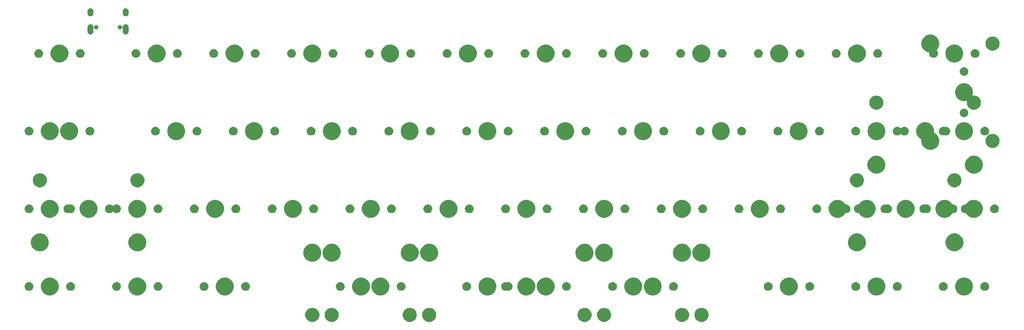
<source format=gts>
G04 #@! TF.GenerationSoftware,KiCad,Pcbnew,(5.0.2)-1*
G04 #@! TF.CreationDate,2019-04-16T02:19:49-07:00*
G04 #@! TF.ProjectId,Voyager40,566f7961-6765-4723-9430-2e6b69636164,rev?*
G04 #@! TF.SameCoordinates,Original*
G04 #@! TF.FileFunction,Soldermask,Top*
G04 #@! TF.FilePolarity,Negative*
%FSLAX46Y46*%
G04 Gerber Fmt 4.6, Leading zero omitted, Abs format (unit mm)*
G04 Created by KiCad (PCBNEW (5.0.2)-1) date 4/16/2019 2:19:49 AM*
%MOMM*%
%LPD*%
G01*
G04 APERTURE LIST*
%ADD10C,0.100000*%
G04 APERTURE END LIST*
D10*
G36*
X110040372Y-102164752D02*
X110354119Y-102294710D01*
X110636489Y-102483384D01*
X110876616Y-102723511D01*
X111065290Y-103005881D01*
X111195248Y-103319628D01*
X111261500Y-103652699D01*
X111261500Y-103992301D01*
X111195248Y-104325372D01*
X111065290Y-104639119D01*
X110876616Y-104921489D01*
X110636489Y-105161616D01*
X110354119Y-105350290D01*
X110040372Y-105480248D01*
X109707301Y-105546500D01*
X109335949Y-105546500D01*
X109002878Y-105480248D01*
X108689131Y-105350290D01*
X108406761Y-105161616D01*
X108166634Y-104921489D01*
X107977960Y-104639119D01*
X107848002Y-104325372D01*
X107781750Y-103992301D01*
X107781750Y-103652699D01*
X107848002Y-103319628D01*
X107977960Y-103005881D01*
X108166634Y-102723511D01*
X108406761Y-102483384D01*
X108689131Y-102294710D01*
X109002878Y-102164752D01*
X109335949Y-102098500D01*
X109707301Y-102098500D01*
X110040372Y-102164752D01*
X110040372Y-102164752D01*
G37*
G36*
X205322122Y-102164752D02*
X205635869Y-102294710D01*
X205918239Y-102483384D01*
X206158366Y-102723511D01*
X206347040Y-103005881D01*
X206476998Y-103319628D01*
X206543250Y-103652699D01*
X206543250Y-103992301D01*
X206476998Y-104325372D01*
X206347040Y-104639119D01*
X206158366Y-104921489D01*
X205918239Y-105161616D01*
X205635869Y-105350290D01*
X205322122Y-105480248D01*
X204989051Y-105546500D01*
X204617699Y-105546500D01*
X204284628Y-105480248D01*
X203970881Y-105350290D01*
X203688511Y-105161616D01*
X203448384Y-104921489D01*
X203259710Y-104639119D01*
X203129752Y-104325372D01*
X203063500Y-103992301D01*
X203063500Y-103652699D01*
X203129752Y-103319628D01*
X203259710Y-103005881D01*
X203448384Y-102723511D01*
X203688511Y-102483384D01*
X203970881Y-102294710D01*
X204284628Y-102164752D01*
X204617699Y-102098500D01*
X204989051Y-102098500D01*
X205322122Y-102164752D01*
X205322122Y-102164752D01*
G37*
G36*
X114771122Y-102164752D02*
X115084869Y-102294710D01*
X115367239Y-102483384D01*
X115607366Y-102723511D01*
X115796040Y-103005881D01*
X115925998Y-103319628D01*
X115992250Y-103652699D01*
X115992250Y-103992301D01*
X115925998Y-104325372D01*
X115796040Y-104639119D01*
X115607366Y-104921489D01*
X115367239Y-105161616D01*
X115084869Y-105350290D01*
X114771122Y-105480248D01*
X114438051Y-105546500D01*
X114098449Y-105546500D01*
X113765378Y-105480248D01*
X113451631Y-105350290D01*
X113169261Y-105161616D01*
X112929134Y-104921489D01*
X112740460Y-104639119D01*
X112610502Y-104325372D01*
X112544250Y-103992301D01*
X112544250Y-103652699D01*
X112610502Y-103319628D01*
X112740460Y-103005881D01*
X112929134Y-102723511D01*
X113169261Y-102483384D01*
X113451631Y-102294710D01*
X113765378Y-102164752D01*
X114098449Y-102098500D01*
X114438051Y-102098500D01*
X114771122Y-102164752D01*
X114771122Y-102164752D01*
G37*
G36*
X138647122Y-102164752D02*
X138960869Y-102294710D01*
X139243239Y-102483384D01*
X139483366Y-102723511D01*
X139672040Y-103005881D01*
X139801998Y-103319628D01*
X139868250Y-103652699D01*
X139868250Y-103992301D01*
X139801998Y-104325372D01*
X139672040Y-104639119D01*
X139483366Y-104921489D01*
X139243239Y-105161616D01*
X138960869Y-105350290D01*
X138647122Y-105480248D01*
X138314051Y-105546500D01*
X137974449Y-105546500D01*
X137641378Y-105480248D01*
X137327631Y-105350290D01*
X137045261Y-105161616D01*
X136805134Y-104921489D01*
X136616460Y-104639119D01*
X136486502Y-104325372D01*
X136420250Y-103992301D01*
X136420250Y-103652699D01*
X136486502Y-103319628D01*
X136616460Y-103005881D01*
X136805134Y-102723511D01*
X137045261Y-102483384D01*
X137327631Y-102294710D01*
X137641378Y-102164752D01*
X137974449Y-102098500D01*
X138314051Y-102098500D01*
X138647122Y-102164752D01*
X138647122Y-102164752D01*
G37*
G36*
X181446122Y-102164752D02*
X181759869Y-102294710D01*
X182042239Y-102483384D01*
X182282366Y-102723511D01*
X182471040Y-103005881D01*
X182600998Y-103319628D01*
X182667250Y-103652699D01*
X182667250Y-103992301D01*
X182600998Y-104325372D01*
X182471040Y-104639119D01*
X182282366Y-104921489D01*
X182042239Y-105161616D01*
X181759869Y-105350290D01*
X181446122Y-105480248D01*
X181113051Y-105546500D01*
X180773449Y-105546500D01*
X180440378Y-105480248D01*
X180126631Y-105350290D01*
X179844261Y-105161616D01*
X179604134Y-104921489D01*
X179415460Y-104639119D01*
X179285502Y-104325372D01*
X179219250Y-103992301D01*
X179219250Y-103652699D01*
X179285502Y-103319628D01*
X179415460Y-103005881D01*
X179604134Y-102723511D01*
X179844261Y-102483384D01*
X180126631Y-102294710D01*
X180440378Y-102164752D01*
X180773449Y-102098500D01*
X181113051Y-102098500D01*
X181446122Y-102164752D01*
X181446122Y-102164752D01*
G37*
G36*
X176683622Y-102164752D02*
X176997369Y-102294710D01*
X177279739Y-102483384D01*
X177519866Y-102723511D01*
X177708540Y-103005881D01*
X177838498Y-103319628D01*
X177904750Y-103652699D01*
X177904750Y-103992301D01*
X177838498Y-104325372D01*
X177708540Y-104639119D01*
X177519866Y-104921489D01*
X177279739Y-105161616D01*
X176997369Y-105350290D01*
X176683622Y-105480248D01*
X176350551Y-105546500D01*
X176010949Y-105546500D01*
X175677878Y-105480248D01*
X175364131Y-105350290D01*
X175081761Y-105161616D01*
X174841634Y-104921489D01*
X174652960Y-104639119D01*
X174523002Y-104325372D01*
X174456750Y-103992301D01*
X174456750Y-103652699D01*
X174523002Y-103319628D01*
X174652960Y-103005881D01*
X174841634Y-102723511D01*
X175081761Y-102483384D01*
X175364131Y-102294710D01*
X175677878Y-102164752D01*
X176010949Y-102098500D01*
X176350551Y-102098500D01*
X176683622Y-102164752D01*
X176683622Y-102164752D01*
G37*
G36*
X133884622Y-102164752D02*
X134198369Y-102294710D01*
X134480739Y-102483384D01*
X134720866Y-102723511D01*
X134909540Y-103005881D01*
X135039498Y-103319628D01*
X135105750Y-103652699D01*
X135105750Y-103992301D01*
X135039498Y-104325372D01*
X134909540Y-104639119D01*
X134720866Y-104921489D01*
X134480739Y-105161616D01*
X134198369Y-105350290D01*
X133884622Y-105480248D01*
X133551551Y-105546500D01*
X133211949Y-105546500D01*
X132878878Y-105480248D01*
X132565131Y-105350290D01*
X132282761Y-105161616D01*
X132042634Y-104921489D01*
X131853960Y-104639119D01*
X131724002Y-104325372D01*
X131657750Y-103992301D01*
X131657750Y-103652699D01*
X131724002Y-103319628D01*
X131853960Y-103005881D01*
X132042634Y-102723511D01*
X132282761Y-102483384D01*
X132565131Y-102294710D01*
X132878878Y-102164752D01*
X133211949Y-102098500D01*
X133551551Y-102098500D01*
X133884622Y-102164752D01*
X133884622Y-102164752D01*
G37*
G36*
X200559622Y-102164752D02*
X200873369Y-102294710D01*
X201155739Y-102483384D01*
X201395866Y-102723511D01*
X201584540Y-103005881D01*
X201714498Y-103319628D01*
X201780750Y-103652699D01*
X201780750Y-103992301D01*
X201714498Y-104325372D01*
X201584540Y-104639119D01*
X201395866Y-104921489D01*
X201155739Y-105161616D01*
X200873369Y-105350290D01*
X200559622Y-105480248D01*
X200226551Y-105546500D01*
X199886949Y-105546500D01*
X199553878Y-105480248D01*
X199240131Y-105350290D01*
X198957761Y-105161616D01*
X198717634Y-104921489D01*
X198528960Y-104639119D01*
X198399002Y-104325372D01*
X198332750Y-103992301D01*
X198332750Y-103652699D01*
X198399002Y-103319628D01*
X198528960Y-103005881D01*
X198717634Y-102723511D01*
X198957761Y-102483384D01*
X199240131Y-102294710D01*
X199553878Y-102164752D01*
X199886949Y-102098500D01*
X200226551Y-102098500D01*
X200559622Y-102164752D01*
X200559622Y-102164752D01*
G37*
G36*
X67314934Y-94727910D02*
X67314936Y-94727911D01*
X67314937Y-94727911D01*
X67714201Y-94893291D01*
X68073530Y-95133387D01*
X68379113Y-95438970D01*
X68619209Y-95798299D01*
X68784589Y-96197563D01*
X68868900Y-96621420D01*
X68868900Y-97053580D01*
X68784589Y-97477437D01*
X68619209Y-97876701D01*
X68379113Y-98236030D01*
X68073530Y-98541613D01*
X67714201Y-98781709D01*
X67314937Y-98947089D01*
X67314936Y-98947089D01*
X67314934Y-98947090D01*
X66891082Y-99031400D01*
X66458918Y-99031400D01*
X66035066Y-98947090D01*
X66035064Y-98947089D01*
X66035063Y-98947089D01*
X65635799Y-98781709D01*
X65276470Y-98541613D01*
X64970887Y-98236030D01*
X64730791Y-97876701D01*
X64565411Y-97477437D01*
X64481100Y-97053580D01*
X64481100Y-96621420D01*
X64565411Y-96197563D01*
X64730791Y-95798299D01*
X64970887Y-95438970D01*
X65276470Y-95133387D01*
X65635799Y-94893291D01*
X66035063Y-94727911D01*
X66035064Y-94727911D01*
X66035066Y-94727910D01*
X66458918Y-94643600D01*
X66891082Y-94643600D01*
X67314934Y-94727910D01*
X67314934Y-94727910D01*
G37*
G36*
X122083684Y-94727910D02*
X122083686Y-94727911D01*
X122083687Y-94727911D01*
X122482951Y-94893291D01*
X122842280Y-95133387D01*
X123147863Y-95438970D01*
X123387959Y-95798299D01*
X123553339Y-96197563D01*
X123637650Y-96621420D01*
X123637650Y-97053580D01*
X123553339Y-97477437D01*
X123387959Y-97876701D01*
X123147863Y-98236030D01*
X122842280Y-98541613D01*
X122482951Y-98781709D01*
X122083687Y-98947089D01*
X122083686Y-98947089D01*
X122083684Y-98947090D01*
X121659832Y-99031400D01*
X121227668Y-99031400D01*
X120803816Y-98947090D01*
X120803814Y-98947089D01*
X120803813Y-98947089D01*
X120404549Y-98781709D01*
X120045220Y-98541613D01*
X119739637Y-98236030D01*
X119499541Y-97876701D01*
X119334161Y-97477437D01*
X119249850Y-97053580D01*
X119249850Y-96621420D01*
X119334161Y-96197563D01*
X119499541Y-95798299D01*
X119739637Y-95438970D01*
X120045220Y-95133387D01*
X120404549Y-94893291D01*
X120803813Y-94727911D01*
X120803814Y-94727911D01*
X120803816Y-94727910D01*
X121227668Y-94643600D01*
X121659832Y-94643600D01*
X122083684Y-94727910D01*
X122083684Y-94727910D01*
G37*
G36*
X88746184Y-94727910D02*
X88746186Y-94727911D01*
X88746187Y-94727911D01*
X89145451Y-94893291D01*
X89504780Y-95133387D01*
X89810363Y-95438970D01*
X90050459Y-95798299D01*
X90215839Y-96197563D01*
X90300150Y-96621420D01*
X90300150Y-97053580D01*
X90215839Y-97477437D01*
X90050459Y-97876701D01*
X89810363Y-98236030D01*
X89504780Y-98541613D01*
X89145451Y-98781709D01*
X88746187Y-98947089D01*
X88746186Y-98947089D01*
X88746184Y-98947090D01*
X88322332Y-99031400D01*
X87890168Y-99031400D01*
X87466316Y-98947090D01*
X87466314Y-98947089D01*
X87466313Y-98947089D01*
X87067049Y-98781709D01*
X86707720Y-98541613D01*
X86402137Y-98236030D01*
X86162041Y-97876701D01*
X85996661Y-97477437D01*
X85912350Y-97053580D01*
X85912350Y-96621420D01*
X85996661Y-96197563D01*
X86162041Y-95798299D01*
X86402137Y-95438970D01*
X86707720Y-95133387D01*
X87067049Y-94893291D01*
X87466313Y-94727911D01*
X87466314Y-94727911D01*
X87466316Y-94727910D01*
X87890168Y-94643600D01*
X88322332Y-94643600D01*
X88746184Y-94727910D01*
X88746184Y-94727910D01*
G37*
G36*
X45883684Y-94727910D02*
X45883686Y-94727911D01*
X45883687Y-94727911D01*
X46282951Y-94893291D01*
X46642280Y-95133387D01*
X46947863Y-95438970D01*
X47187959Y-95798299D01*
X47353339Y-96197563D01*
X47437650Y-96621420D01*
X47437650Y-97053580D01*
X47353339Y-97477437D01*
X47187959Y-97876701D01*
X46947863Y-98236030D01*
X46642280Y-98541613D01*
X46282951Y-98781709D01*
X45883687Y-98947089D01*
X45883686Y-98947089D01*
X45883684Y-98947090D01*
X45459832Y-99031400D01*
X45027668Y-99031400D01*
X44603816Y-98947090D01*
X44603814Y-98947089D01*
X44603813Y-98947089D01*
X44204549Y-98781709D01*
X43845220Y-98541613D01*
X43539637Y-98236030D01*
X43299541Y-97876701D01*
X43134161Y-97477437D01*
X43049850Y-97053580D01*
X43049850Y-96621420D01*
X43134161Y-96197563D01*
X43299541Y-95798299D01*
X43539637Y-95438970D01*
X43845220Y-95133387D01*
X44204549Y-94893291D01*
X44603813Y-94727911D01*
X44603814Y-94727911D01*
X44603816Y-94727910D01*
X45027668Y-94643600D01*
X45459832Y-94643600D01*
X45883684Y-94727910D01*
X45883684Y-94727910D01*
G37*
G36*
X162564934Y-94727910D02*
X162564936Y-94727911D01*
X162564937Y-94727911D01*
X162964201Y-94893291D01*
X163323530Y-95133387D01*
X163629113Y-95438970D01*
X163869209Y-95798299D01*
X164034589Y-96197563D01*
X164118900Y-96621420D01*
X164118900Y-97053580D01*
X164034589Y-97477437D01*
X163869209Y-97876701D01*
X163629113Y-98236030D01*
X163323530Y-98541613D01*
X162964201Y-98781709D01*
X162564937Y-98947089D01*
X162564936Y-98947089D01*
X162564934Y-98947090D01*
X162141082Y-99031400D01*
X161708918Y-99031400D01*
X161285066Y-98947090D01*
X161285064Y-98947089D01*
X161285063Y-98947089D01*
X160885799Y-98781709D01*
X160526470Y-98541613D01*
X160220887Y-98236030D01*
X159980791Y-97876701D01*
X159815411Y-97477437D01*
X159731100Y-97053580D01*
X159731100Y-96621420D01*
X159815411Y-96197563D01*
X159980791Y-95798299D01*
X160220887Y-95438970D01*
X160526470Y-95133387D01*
X160885799Y-94893291D01*
X161285063Y-94727911D01*
X161285064Y-94727911D01*
X161285066Y-94727910D01*
X161708918Y-94643600D01*
X162141082Y-94643600D01*
X162564934Y-94727910D01*
X162564934Y-94727910D01*
G37*
G36*
X126846184Y-94727910D02*
X126846186Y-94727911D01*
X126846187Y-94727911D01*
X127245451Y-94893291D01*
X127604780Y-95133387D01*
X127910363Y-95438970D01*
X128150459Y-95798299D01*
X128315839Y-96197563D01*
X128400150Y-96621420D01*
X128400150Y-97053580D01*
X128315839Y-97477437D01*
X128150459Y-97876701D01*
X127910363Y-98236030D01*
X127604780Y-98541613D01*
X127245451Y-98781709D01*
X126846187Y-98947089D01*
X126846186Y-98947089D01*
X126846184Y-98947090D01*
X126422332Y-99031400D01*
X125990168Y-99031400D01*
X125566316Y-98947090D01*
X125566314Y-98947089D01*
X125566313Y-98947089D01*
X125167049Y-98781709D01*
X124807720Y-98541613D01*
X124502137Y-98236030D01*
X124262041Y-97876701D01*
X124096661Y-97477437D01*
X124012350Y-97053580D01*
X124012350Y-96621420D01*
X124096661Y-96197563D01*
X124262041Y-95798299D01*
X124502137Y-95438970D01*
X124807720Y-95133387D01*
X125167049Y-94893291D01*
X125566313Y-94727911D01*
X125566314Y-94727911D01*
X125566316Y-94727910D01*
X125990168Y-94643600D01*
X126422332Y-94643600D01*
X126846184Y-94727910D01*
X126846184Y-94727910D01*
G37*
G36*
X193521184Y-94727910D02*
X193521186Y-94727911D01*
X193521187Y-94727911D01*
X193920451Y-94893291D01*
X194279780Y-95133387D01*
X194585363Y-95438970D01*
X194825459Y-95798299D01*
X194990839Y-96197563D01*
X195075150Y-96621420D01*
X195075150Y-97053580D01*
X194990839Y-97477437D01*
X194825459Y-97876701D01*
X194585363Y-98236030D01*
X194279780Y-98541613D01*
X193920451Y-98781709D01*
X193521187Y-98947089D01*
X193521186Y-98947089D01*
X193521184Y-98947090D01*
X193097332Y-99031400D01*
X192665168Y-99031400D01*
X192241316Y-98947090D01*
X192241314Y-98947089D01*
X192241313Y-98947089D01*
X191842049Y-98781709D01*
X191482720Y-98541613D01*
X191177137Y-98236030D01*
X190937041Y-97876701D01*
X190771661Y-97477437D01*
X190687350Y-97053580D01*
X190687350Y-96621420D01*
X190771661Y-96197563D01*
X190937041Y-95798299D01*
X191177137Y-95438970D01*
X191482720Y-95133387D01*
X191842049Y-94893291D01*
X192241313Y-94727911D01*
X192241314Y-94727911D01*
X192241316Y-94727910D01*
X192665168Y-94643600D01*
X193097332Y-94643600D01*
X193521184Y-94727910D01*
X193521184Y-94727910D01*
G37*
G36*
X153039934Y-94727910D02*
X153039936Y-94727911D01*
X153039937Y-94727911D01*
X153439201Y-94893291D01*
X153798530Y-95133387D01*
X154104113Y-95438970D01*
X154344209Y-95798299D01*
X154509589Y-96197563D01*
X154593900Y-96621420D01*
X154593900Y-97053580D01*
X154509589Y-97477437D01*
X154344209Y-97876701D01*
X154104113Y-98236030D01*
X153798530Y-98541613D01*
X153439201Y-98781709D01*
X153039937Y-98947089D01*
X153039936Y-98947089D01*
X153039934Y-98947090D01*
X152616082Y-99031400D01*
X152183918Y-99031400D01*
X151760066Y-98947090D01*
X151760064Y-98947089D01*
X151760063Y-98947089D01*
X151360799Y-98781709D01*
X151001470Y-98541613D01*
X150695887Y-98236030D01*
X150455791Y-97876701D01*
X150290411Y-97477437D01*
X150206100Y-97053580D01*
X150206100Y-96621420D01*
X150290411Y-96197563D01*
X150455791Y-95798299D01*
X150695887Y-95438970D01*
X151001470Y-95133387D01*
X151360799Y-94893291D01*
X151760063Y-94727911D01*
X151760064Y-94727911D01*
X151760066Y-94727910D01*
X152183918Y-94643600D01*
X152616082Y-94643600D01*
X153039934Y-94727910D01*
X153039934Y-94727910D01*
G37*
G36*
X188758684Y-94727910D02*
X188758686Y-94727911D01*
X188758687Y-94727911D01*
X189157951Y-94893291D01*
X189517280Y-95133387D01*
X189822863Y-95438970D01*
X190062959Y-95798299D01*
X190228339Y-96197563D01*
X190312650Y-96621420D01*
X190312650Y-97053580D01*
X190228339Y-97477437D01*
X190062959Y-97876701D01*
X189822863Y-98236030D01*
X189517280Y-98541613D01*
X189157951Y-98781709D01*
X188758687Y-98947089D01*
X188758686Y-98947089D01*
X188758684Y-98947090D01*
X188334832Y-99031400D01*
X187902668Y-99031400D01*
X187478816Y-98947090D01*
X187478814Y-98947089D01*
X187478813Y-98947089D01*
X187079549Y-98781709D01*
X186720220Y-98541613D01*
X186414637Y-98236030D01*
X186174541Y-97876701D01*
X186009161Y-97477437D01*
X185924850Y-97053580D01*
X185924850Y-96621420D01*
X186009161Y-96197563D01*
X186174541Y-95798299D01*
X186414637Y-95438970D01*
X186720220Y-95133387D01*
X187079549Y-94893291D01*
X187478813Y-94727911D01*
X187478814Y-94727911D01*
X187478816Y-94727910D01*
X187902668Y-94643600D01*
X188334832Y-94643600D01*
X188758684Y-94727910D01*
X188758684Y-94727910D01*
G37*
G36*
X248289934Y-94727910D02*
X248289936Y-94727911D01*
X248289937Y-94727911D01*
X248689201Y-94893291D01*
X249048530Y-95133387D01*
X249354113Y-95438970D01*
X249594209Y-95798299D01*
X249759589Y-96197563D01*
X249843900Y-96621420D01*
X249843900Y-97053580D01*
X249759589Y-97477437D01*
X249594209Y-97876701D01*
X249354113Y-98236030D01*
X249048530Y-98541613D01*
X248689201Y-98781709D01*
X248289937Y-98947089D01*
X248289936Y-98947089D01*
X248289934Y-98947090D01*
X247866082Y-99031400D01*
X247433918Y-99031400D01*
X247010066Y-98947090D01*
X247010064Y-98947089D01*
X247010063Y-98947089D01*
X246610799Y-98781709D01*
X246251470Y-98541613D01*
X245945887Y-98236030D01*
X245705791Y-97876701D01*
X245540411Y-97477437D01*
X245456100Y-97053580D01*
X245456100Y-96621420D01*
X245540411Y-96197563D01*
X245705791Y-95798299D01*
X245945887Y-95438970D01*
X246251470Y-95133387D01*
X246610799Y-94893291D01*
X247010063Y-94727911D01*
X247010064Y-94727911D01*
X247010066Y-94727910D01*
X247433918Y-94643600D01*
X247866082Y-94643600D01*
X248289934Y-94727910D01*
X248289934Y-94727910D01*
G37*
G36*
X269721184Y-94727910D02*
X269721186Y-94727911D01*
X269721187Y-94727911D01*
X270120451Y-94893291D01*
X270479780Y-95133387D01*
X270785363Y-95438970D01*
X271025459Y-95798299D01*
X271190839Y-96197563D01*
X271275150Y-96621420D01*
X271275150Y-97053580D01*
X271190839Y-97477437D01*
X271025459Y-97876701D01*
X270785363Y-98236030D01*
X270479780Y-98541613D01*
X270120451Y-98781709D01*
X269721187Y-98947089D01*
X269721186Y-98947089D01*
X269721184Y-98947090D01*
X269297332Y-99031400D01*
X268865168Y-99031400D01*
X268441316Y-98947090D01*
X268441314Y-98947089D01*
X268441313Y-98947089D01*
X268042049Y-98781709D01*
X267682720Y-98541613D01*
X267377137Y-98236030D01*
X267137041Y-97876701D01*
X266971661Y-97477437D01*
X266887350Y-97053580D01*
X266887350Y-96621420D01*
X266971661Y-96197563D01*
X267137041Y-95798299D01*
X267377137Y-95438970D01*
X267682720Y-95133387D01*
X268042049Y-94893291D01*
X268441313Y-94727911D01*
X268441314Y-94727911D01*
X268441316Y-94727910D01*
X268865168Y-94643600D01*
X269297332Y-94643600D01*
X269721184Y-94727910D01*
X269721184Y-94727910D01*
G37*
G36*
X167327434Y-94727910D02*
X167327436Y-94727911D01*
X167327437Y-94727911D01*
X167726701Y-94893291D01*
X168086030Y-95133387D01*
X168391613Y-95438970D01*
X168631709Y-95798299D01*
X168797089Y-96197563D01*
X168881400Y-96621420D01*
X168881400Y-97053580D01*
X168797089Y-97477437D01*
X168631709Y-97876701D01*
X168391613Y-98236030D01*
X168086030Y-98541613D01*
X167726701Y-98781709D01*
X167327437Y-98947089D01*
X167327436Y-98947089D01*
X167327434Y-98947090D01*
X166903582Y-99031400D01*
X166471418Y-99031400D01*
X166047566Y-98947090D01*
X166047564Y-98947089D01*
X166047563Y-98947089D01*
X165648299Y-98781709D01*
X165288970Y-98541613D01*
X164983387Y-98236030D01*
X164743291Y-97876701D01*
X164577911Y-97477437D01*
X164493600Y-97053580D01*
X164493600Y-96621420D01*
X164577911Y-96197563D01*
X164743291Y-95798299D01*
X164983387Y-95438970D01*
X165288970Y-95133387D01*
X165648299Y-94893291D01*
X166047563Y-94727911D01*
X166047564Y-94727911D01*
X166047566Y-94727910D01*
X166471418Y-94643600D01*
X166903582Y-94643600D01*
X167327434Y-94727910D01*
X167327434Y-94727910D01*
G37*
G36*
X226858684Y-94727910D02*
X226858686Y-94727911D01*
X226858687Y-94727911D01*
X227257951Y-94893291D01*
X227617280Y-95133387D01*
X227922863Y-95438970D01*
X228162959Y-95798299D01*
X228328339Y-96197563D01*
X228412650Y-96621420D01*
X228412650Y-97053580D01*
X228328339Y-97477437D01*
X228162959Y-97876701D01*
X227922863Y-98236030D01*
X227617280Y-98541613D01*
X227257951Y-98781709D01*
X226858687Y-98947089D01*
X226858686Y-98947089D01*
X226858684Y-98947090D01*
X226434832Y-99031400D01*
X226002668Y-99031400D01*
X225578816Y-98947090D01*
X225578814Y-98947089D01*
X225578813Y-98947089D01*
X225179549Y-98781709D01*
X224820220Y-98541613D01*
X224514637Y-98236030D01*
X224274541Y-97876701D01*
X224109161Y-97477437D01*
X224024850Y-97053580D01*
X224024850Y-96621420D01*
X224109161Y-96197563D01*
X224274541Y-95798299D01*
X224514637Y-95438970D01*
X224820220Y-95133387D01*
X225179549Y-94893291D01*
X225578813Y-94727911D01*
X225578814Y-94727911D01*
X225578816Y-94727910D01*
X226002668Y-94643600D01*
X226434832Y-94643600D01*
X226858684Y-94727910D01*
X226858684Y-94727910D01*
G37*
G36*
X253043566Y-95803812D02*
X253239203Y-95884847D01*
X253415275Y-96002495D01*
X253565005Y-96152225D01*
X253682653Y-96328297D01*
X253763688Y-96523934D01*
X253805000Y-96731622D01*
X253805000Y-96943378D01*
X253763688Y-97151066D01*
X253682653Y-97346703D01*
X253565005Y-97522775D01*
X253415275Y-97672505D01*
X253239203Y-97790153D01*
X253043566Y-97871188D01*
X252835878Y-97912500D01*
X252624122Y-97912500D01*
X252416434Y-97871188D01*
X252220797Y-97790153D01*
X252044725Y-97672505D01*
X251894995Y-97522775D01*
X251777347Y-97346703D01*
X251696312Y-97151066D01*
X251655000Y-96943378D01*
X251655000Y-96731622D01*
X251696312Y-96523934D01*
X251777347Y-96328297D01*
X251894995Y-96152225D01*
X252044725Y-96002495D01*
X252220797Y-95884847D01*
X252416434Y-95803812D01*
X252624122Y-95762500D01*
X252835878Y-95762500D01*
X253043566Y-95803812D01*
X253043566Y-95803812D01*
G37*
G36*
X50637316Y-95803812D02*
X50832953Y-95884847D01*
X51009025Y-96002495D01*
X51158755Y-96152225D01*
X51276403Y-96328297D01*
X51357438Y-96523934D01*
X51398750Y-96731622D01*
X51398750Y-96943378D01*
X51357438Y-97151066D01*
X51276403Y-97346703D01*
X51158755Y-97522775D01*
X51009025Y-97672505D01*
X50832953Y-97790153D01*
X50637316Y-97871188D01*
X50429628Y-97912500D01*
X50217872Y-97912500D01*
X50010184Y-97871188D01*
X49814547Y-97790153D01*
X49638475Y-97672505D01*
X49488745Y-97522775D01*
X49371097Y-97346703D01*
X49290062Y-97151066D01*
X49248750Y-96943378D01*
X49248750Y-96731622D01*
X49290062Y-96523934D01*
X49371097Y-96328297D01*
X49488745Y-96152225D01*
X49638475Y-96002495D01*
X49814547Y-95884847D01*
X50010184Y-95803812D01*
X50217872Y-95762500D01*
X50429628Y-95762500D01*
X50637316Y-95803812D01*
X50637316Y-95803812D01*
G37*
G36*
X183352316Y-95803812D02*
X183547953Y-95884847D01*
X183724025Y-96002495D01*
X183873755Y-96152225D01*
X183991403Y-96328297D01*
X184072438Y-96523934D01*
X184113750Y-96731622D01*
X184113750Y-96943378D01*
X184072438Y-97151066D01*
X183991403Y-97346703D01*
X183873755Y-97522775D01*
X183724025Y-97672505D01*
X183547953Y-97790153D01*
X183352316Y-97871188D01*
X183144628Y-97912500D01*
X182932872Y-97912500D01*
X182725184Y-97871188D01*
X182529547Y-97790153D01*
X182353475Y-97672505D01*
X182203745Y-97522775D01*
X182086097Y-97346703D01*
X182005062Y-97151066D01*
X181963750Y-96943378D01*
X181963750Y-96731622D01*
X182005062Y-96523934D01*
X182086097Y-96328297D01*
X182203745Y-96152225D01*
X182353475Y-96002495D01*
X182529547Y-95884847D01*
X182725184Y-95803812D01*
X182932872Y-95762500D01*
X183144628Y-95762500D01*
X183352316Y-95803812D01*
X183352316Y-95803812D01*
G37*
G36*
X116677316Y-95803812D02*
X116872953Y-95884847D01*
X117049025Y-96002495D01*
X117198755Y-96152225D01*
X117316403Y-96328297D01*
X117397438Y-96523934D01*
X117438750Y-96731622D01*
X117438750Y-96943378D01*
X117397438Y-97151066D01*
X117316403Y-97346703D01*
X117198755Y-97522775D01*
X117049025Y-97672505D01*
X116872953Y-97790153D01*
X116677316Y-97871188D01*
X116469628Y-97912500D01*
X116257872Y-97912500D01*
X116050184Y-97871188D01*
X115854547Y-97790153D01*
X115678475Y-97672505D01*
X115528745Y-97522775D01*
X115411097Y-97346703D01*
X115330062Y-97151066D01*
X115288750Y-96943378D01*
X115288750Y-96731622D01*
X115330062Y-96523934D01*
X115411097Y-96328297D01*
X115528745Y-96152225D01*
X115678475Y-96002495D01*
X115854547Y-95884847D01*
X116050184Y-95803812D01*
X116257872Y-95762500D01*
X116469628Y-95762500D01*
X116677316Y-95803812D01*
X116677316Y-95803812D01*
G37*
G36*
X274474816Y-95803812D02*
X274670453Y-95884847D01*
X274846525Y-96002495D01*
X274996255Y-96152225D01*
X275113903Y-96328297D01*
X275194938Y-96523934D01*
X275236250Y-96731622D01*
X275236250Y-96943378D01*
X275194938Y-97151066D01*
X275113903Y-97346703D01*
X274996255Y-97522775D01*
X274846525Y-97672505D01*
X274670453Y-97790153D01*
X274474816Y-97871188D01*
X274267128Y-97912500D01*
X274055372Y-97912500D01*
X273847684Y-97871188D01*
X273652047Y-97790153D01*
X273475975Y-97672505D01*
X273326245Y-97522775D01*
X273208597Y-97346703D01*
X273127562Y-97151066D01*
X273086250Y-96943378D01*
X273086250Y-96731622D01*
X273127562Y-96523934D01*
X273208597Y-96328297D01*
X273326245Y-96152225D01*
X273475975Y-96002495D01*
X273652047Y-95884847D01*
X273847684Y-95803812D01*
X274055372Y-95762500D01*
X274267128Y-95762500D01*
X274474816Y-95803812D01*
X274474816Y-95803812D01*
G37*
G36*
X264314816Y-95803812D02*
X264510453Y-95884847D01*
X264686525Y-96002495D01*
X264836255Y-96152225D01*
X264953903Y-96328297D01*
X265034938Y-96523934D01*
X265076250Y-96731622D01*
X265076250Y-96943378D01*
X265034938Y-97151066D01*
X264953903Y-97346703D01*
X264836255Y-97522775D01*
X264686525Y-97672505D01*
X264510453Y-97790153D01*
X264314816Y-97871188D01*
X264107128Y-97912500D01*
X263895372Y-97912500D01*
X263687684Y-97871188D01*
X263492047Y-97790153D01*
X263315975Y-97672505D01*
X263166245Y-97522775D01*
X263048597Y-97346703D01*
X262967562Y-97151066D01*
X262926250Y-96943378D01*
X262926250Y-96731622D01*
X262967562Y-96523934D01*
X263048597Y-96328297D01*
X263166245Y-96152225D01*
X263315975Y-96002495D01*
X263492047Y-95884847D01*
X263687684Y-95803812D01*
X263895372Y-95762500D01*
X264107128Y-95762500D01*
X264314816Y-95803812D01*
X264314816Y-95803812D01*
G37*
G36*
X221452316Y-95803812D02*
X221647953Y-95884847D01*
X221824025Y-96002495D01*
X221973755Y-96152225D01*
X222091403Y-96328297D01*
X222172438Y-96523934D01*
X222213750Y-96731622D01*
X222213750Y-96943378D01*
X222172438Y-97151066D01*
X222091403Y-97346703D01*
X221973755Y-97522775D01*
X221824025Y-97672505D01*
X221647953Y-97790153D01*
X221452316Y-97871188D01*
X221244628Y-97912500D01*
X221032872Y-97912500D01*
X220825184Y-97871188D01*
X220629547Y-97790153D01*
X220453475Y-97672505D01*
X220303745Y-97522775D01*
X220186097Y-97346703D01*
X220105062Y-97151066D01*
X220063750Y-96943378D01*
X220063750Y-96731622D01*
X220105062Y-96523934D01*
X220186097Y-96328297D01*
X220303745Y-96152225D01*
X220453475Y-96002495D01*
X220629547Y-95884847D01*
X220825184Y-95803812D01*
X221032872Y-95762500D01*
X221244628Y-95762500D01*
X221452316Y-95803812D01*
X221452316Y-95803812D01*
G37*
G36*
X172081066Y-95803812D02*
X172276703Y-95884847D01*
X172452775Y-96002495D01*
X172602505Y-96152225D01*
X172720153Y-96328297D01*
X172801188Y-96523934D01*
X172842500Y-96731622D01*
X172842500Y-96943378D01*
X172801188Y-97151066D01*
X172720153Y-97346703D01*
X172602505Y-97522775D01*
X172452775Y-97672505D01*
X172276703Y-97790153D01*
X172081066Y-97871188D01*
X171873378Y-97912500D01*
X171661622Y-97912500D01*
X171453934Y-97871188D01*
X171258297Y-97790153D01*
X171082225Y-97672505D01*
X170932495Y-97522775D01*
X170814847Y-97346703D01*
X170733812Y-97151066D01*
X170692500Y-96943378D01*
X170692500Y-96731622D01*
X170733812Y-96523934D01*
X170814847Y-96328297D01*
X170932495Y-96152225D01*
X171082225Y-96002495D01*
X171258297Y-95884847D01*
X171453934Y-95803812D01*
X171661622Y-95762500D01*
X171873378Y-95762500D01*
X172081066Y-95803812D01*
X172081066Y-95803812D01*
G37*
G36*
X198274816Y-95803812D02*
X198470453Y-95884847D01*
X198646525Y-96002495D01*
X198796255Y-96152225D01*
X198913903Y-96328297D01*
X198994938Y-96523934D01*
X199036250Y-96731622D01*
X199036250Y-96943378D01*
X198994938Y-97151066D01*
X198913903Y-97346703D01*
X198796255Y-97522775D01*
X198646525Y-97672505D01*
X198470453Y-97790153D01*
X198274816Y-97871188D01*
X198067128Y-97912500D01*
X197855372Y-97912500D01*
X197647684Y-97871188D01*
X197452047Y-97790153D01*
X197275975Y-97672505D01*
X197126245Y-97522775D01*
X197008597Y-97346703D01*
X196927562Y-97151066D01*
X196886250Y-96943378D01*
X196886250Y-96731622D01*
X196927562Y-96523934D01*
X197008597Y-96328297D01*
X197126245Y-96152225D01*
X197275975Y-96002495D01*
X197452047Y-95884847D01*
X197647684Y-95803812D01*
X197855372Y-95762500D01*
X198067128Y-95762500D01*
X198274816Y-95803812D01*
X198274816Y-95803812D01*
G37*
G36*
X131599816Y-95803812D02*
X131795453Y-95884847D01*
X131971525Y-96002495D01*
X132121255Y-96152225D01*
X132238903Y-96328297D01*
X132319938Y-96523934D01*
X132361250Y-96731622D01*
X132361250Y-96943378D01*
X132319938Y-97151066D01*
X132238903Y-97346703D01*
X132121255Y-97522775D01*
X131971525Y-97672505D01*
X131795453Y-97790153D01*
X131599816Y-97871188D01*
X131392128Y-97912500D01*
X131180372Y-97912500D01*
X130972684Y-97871188D01*
X130777047Y-97790153D01*
X130600975Y-97672505D01*
X130451245Y-97522775D01*
X130333597Y-97346703D01*
X130252562Y-97151066D01*
X130211250Y-96943378D01*
X130211250Y-96731622D01*
X130252562Y-96523934D01*
X130333597Y-96328297D01*
X130451245Y-96152225D01*
X130600975Y-96002495D01*
X130777047Y-95884847D01*
X130972684Y-95803812D01*
X131180372Y-95762500D01*
X131392128Y-95762500D01*
X131599816Y-95803812D01*
X131599816Y-95803812D01*
G37*
G36*
X72068566Y-95803812D02*
X72264203Y-95884847D01*
X72440275Y-96002495D01*
X72590005Y-96152225D01*
X72707653Y-96328297D01*
X72788688Y-96523934D01*
X72830000Y-96731622D01*
X72830000Y-96943378D01*
X72788688Y-97151066D01*
X72707653Y-97346703D01*
X72590005Y-97522775D01*
X72440275Y-97672505D01*
X72264203Y-97790153D01*
X72068566Y-97871188D01*
X71860878Y-97912500D01*
X71649122Y-97912500D01*
X71441434Y-97871188D01*
X71245797Y-97790153D01*
X71069725Y-97672505D01*
X70919995Y-97522775D01*
X70802347Y-97346703D01*
X70721312Y-97151066D01*
X70680000Y-96943378D01*
X70680000Y-96731622D01*
X70721312Y-96523934D01*
X70802347Y-96328297D01*
X70919995Y-96152225D01*
X71069725Y-96002495D01*
X71245797Y-95884847D01*
X71441434Y-95803812D01*
X71649122Y-95762500D01*
X71860878Y-95762500D01*
X72068566Y-95803812D01*
X72068566Y-95803812D01*
G37*
G36*
X40477316Y-95803812D02*
X40672953Y-95884847D01*
X40849025Y-96002495D01*
X40998755Y-96152225D01*
X41116403Y-96328297D01*
X41197438Y-96523934D01*
X41238750Y-96731622D01*
X41238750Y-96943378D01*
X41197438Y-97151066D01*
X41116403Y-97346703D01*
X40998755Y-97522775D01*
X40849025Y-97672505D01*
X40672953Y-97790153D01*
X40477316Y-97871188D01*
X40269628Y-97912500D01*
X40057872Y-97912500D01*
X39850184Y-97871188D01*
X39654547Y-97790153D01*
X39478475Y-97672505D01*
X39328745Y-97522775D01*
X39211097Y-97346703D01*
X39130062Y-97151066D01*
X39088750Y-96943378D01*
X39088750Y-96731622D01*
X39130062Y-96523934D01*
X39211097Y-96328297D01*
X39328745Y-96152225D01*
X39478475Y-96002495D01*
X39654547Y-95884847D01*
X39850184Y-95803812D01*
X40057872Y-95762500D01*
X40269628Y-95762500D01*
X40477316Y-95803812D01*
X40477316Y-95803812D01*
G37*
G36*
X242883566Y-95803812D02*
X243079203Y-95884847D01*
X243255275Y-96002495D01*
X243405005Y-96152225D01*
X243522653Y-96328297D01*
X243603688Y-96523934D01*
X243645000Y-96731622D01*
X243645000Y-96943378D01*
X243603688Y-97151066D01*
X243522653Y-97346703D01*
X243405005Y-97522775D01*
X243255275Y-97672505D01*
X243079203Y-97790153D01*
X242883566Y-97871188D01*
X242675878Y-97912500D01*
X242464122Y-97912500D01*
X242256434Y-97871188D01*
X242060797Y-97790153D01*
X241884725Y-97672505D01*
X241734995Y-97522775D01*
X241617347Y-97346703D01*
X241536312Y-97151066D01*
X241495000Y-96943378D01*
X241495000Y-96731622D01*
X241536312Y-96523934D01*
X241617347Y-96328297D01*
X241734995Y-96152225D01*
X241884725Y-96002495D01*
X242060797Y-95884847D01*
X242256434Y-95803812D01*
X242464122Y-95762500D01*
X242675878Y-95762500D01*
X242883566Y-95803812D01*
X242883566Y-95803812D01*
G37*
G36*
X83339816Y-95803812D02*
X83535453Y-95884847D01*
X83711525Y-96002495D01*
X83861255Y-96152225D01*
X83978903Y-96328297D01*
X84059938Y-96523934D01*
X84101250Y-96731622D01*
X84101250Y-96943378D01*
X84059938Y-97151066D01*
X83978903Y-97346703D01*
X83861255Y-97522775D01*
X83711525Y-97672505D01*
X83535453Y-97790153D01*
X83339816Y-97871188D01*
X83132128Y-97912500D01*
X82920372Y-97912500D01*
X82712684Y-97871188D01*
X82517047Y-97790153D01*
X82340975Y-97672505D01*
X82191245Y-97522775D01*
X82073597Y-97346703D01*
X81992562Y-97151066D01*
X81951250Y-96943378D01*
X81951250Y-96731622D01*
X81992562Y-96523934D01*
X82073597Y-96328297D01*
X82191245Y-96152225D01*
X82340975Y-96002495D01*
X82517047Y-95884847D01*
X82712684Y-95803812D01*
X82920372Y-95762500D01*
X83132128Y-95762500D01*
X83339816Y-95803812D01*
X83339816Y-95803812D01*
G37*
G36*
X157138117Y-95799744D02*
X157162500Y-95802146D01*
X157186883Y-95799744D01*
X157374122Y-95762500D01*
X157585878Y-95762500D01*
X157793566Y-95803812D01*
X157989203Y-95884847D01*
X158165275Y-96002495D01*
X158315005Y-96152225D01*
X158432653Y-96328297D01*
X158513688Y-96523934D01*
X158555000Y-96731622D01*
X158555000Y-96943378D01*
X158513688Y-97151066D01*
X158432653Y-97346703D01*
X158315005Y-97522775D01*
X158165275Y-97672505D01*
X157989203Y-97790153D01*
X157793566Y-97871188D01*
X157585878Y-97912500D01*
X157374122Y-97912500D01*
X157186883Y-97875256D01*
X157162500Y-97872854D01*
X157138117Y-97875256D01*
X156950878Y-97912500D01*
X156739122Y-97912500D01*
X156531434Y-97871188D01*
X156335797Y-97790153D01*
X156159725Y-97672505D01*
X156009995Y-97522775D01*
X155892347Y-97346703D01*
X155811312Y-97151066D01*
X155770000Y-96943378D01*
X155770000Y-96731622D01*
X155811312Y-96523934D01*
X155892347Y-96328297D01*
X156009995Y-96152225D01*
X156159725Y-96002495D01*
X156335797Y-95884847D01*
X156531434Y-95803812D01*
X156739122Y-95762500D01*
X156950878Y-95762500D01*
X157138117Y-95799744D01*
X157138117Y-95799744D01*
G37*
G36*
X231612316Y-95803812D02*
X231807953Y-95884847D01*
X231984025Y-96002495D01*
X232133755Y-96152225D01*
X232251403Y-96328297D01*
X232332438Y-96523934D01*
X232373750Y-96731622D01*
X232373750Y-96943378D01*
X232332438Y-97151066D01*
X232251403Y-97346703D01*
X232133755Y-97522775D01*
X231984025Y-97672505D01*
X231807953Y-97790153D01*
X231612316Y-97871188D01*
X231404628Y-97912500D01*
X231192872Y-97912500D01*
X230985184Y-97871188D01*
X230789547Y-97790153D01*
X230613475Y-97672505D01*
X230463745Y-97522775D01*
X230346097Y-97346703D01*
X230265062Y-97151066D01*
X230223750Y-96943378D01*
X230223750Y-96731622D01*
X230265062Y-96523934D01*
X230346097Y-96328297D01*
X230463745Y-96152225D01*
X230613475Y-96002495D01*
X230789547Y-95884847D01*
X230985184Y-95803812D01*
X231192872Y-95762500D01*
X231404628Y-95762500D01*
X231612316Y-95803812D01*
X231612316Y-95803812D01*
G37*
G36*
X93499816Y-95803812D02*
X93695453Y-95884847D01*
X93871525Y-96002495D01*
X94021255Y-96152225D01*
X94138903Y-96328297D01*
X94219938Y-96523934D01*
X94261250Y-96731622D01*
X94261250Y-96943378D01*
X94219938Y-97151066D01*
X94138903Y-97346703D01*
X94021255Y-97522775D01*
X93871525Y-97672505D01*
X93695453Y-97790153D01*
X93499816Y-97871188D01*
X93292128Y-97912500D01*
X93080372Y-97912500D01*
X92872684Y-97871188D01*
X92677047Y-97790153D01*
X92500975Y-97672505D01*
X92351245Y-97522775D01*
X92233597Y-97346703D01*
X92152562Y-97151066D01*
X92111250Y-96943378D01*
X92111250Y-96731622D01*
X92152562Y-96523934D01*
X92233597Y-96328297D01*
X92351245Y-96152225D01*
X92500975Y-96002495D01*
X92677047Y-95884847D01*
X92872684Y-95803812D01*
X93080372Y-95762500D01*
X93292128Y-95762500D01*
X93499816Y-95803812D01*
X93499816Y-95803812D01*
G37*
G36*
X147633566Y-95803812D02*
X147829203Y-95884847D01*
X148005275Y-96002495D01*
X148155005Y-96152225D01*
X148272653Y-96328297D01*
X148353688Y-96523934D01*
X148395000Y-96731622D01*
X148395000Y-96943378D01*
X148353688Y-97151066D01*
X148272653Y-97346703D01*
X148155005Y-97522775D01*
X148005275Y-97672505D01*
X147829203Y-97790153D01*
X147633566Y-97871188D01*
X147425878Y-97912500D01*
X147214122Y-97912500D01*
X147006434Y-97871188D01*
X146810797Y-97790153D01*
X146634725Y-97672505D01*
X146484995Y-97522775D01*
X146367347Y-97346703D01*
X146286312Y-97151066D01*
X146245000Y-96943378D01*
X146245000Y-96731622D01*
X146286312Y-96523934D01*
X146367347Y-96328297D01*
X146484995Y-96152225D01*
X146634725Y-96002495D01*
X146810797Y-95884847D01*
X147006434Y-95803812D01*
X147214122Y-95762500D01*
X147425878Y-95762500D01*
X147633566Y-95803812D01*
X147633566Y-95803812D01*
G37*
G36*
X61908566Y-95803812D02*
X62104203Y-95884847D01*
X62280275Y-96002495D01*
X62430005Y-96152225D01*
X62547653Y-96328297D01*
X62628688Y-96523934D01*
X62670000Y-96731622D01*
X62670000Y-96943378D01*
X62628688Y-97151066D01*
X62547653Y-97346703D01*
X62430005Y-97522775D01*
X62280275Y-97672505D01*
X62104203Y-97790153D01*
X61908566Y-97871188D01*
X61700878Y-97912500D01*
X61489122Y-97912500D01*
X61281434Y-97871188D01*
X61085797Y-97790153D01*
X60909725Y-97672505D01*
X60759995Y-97522775D01*
X60642347Y-97346703D01*
X60561312Y-97151066D01*
X60520000Y-96943378D01*
X60520000Y-96731622D01*
X60561312Y-96523934D01*
X60642347Y-96328297D01*
X60759995Y-96152225D01*
X60909725Y-96002495D01*
X61085797Y-95884847D01*
X61281434Y-95803812D01*
X61489122Y-95762500D01*
X61700878Y-95762500D01*
X61908566Y-95803812D01*
X61908566Y-95803812D01*
G37*
G36*
X205459184Y-86472910D02*
X205459186Y-86472911D01*
X205459187Y-86472911D01*
X205858451Y-86638291D01*
X206217780Y-86878387D01*
X206523363Y-87183970D01*
X206763459Y-87543299D01*
X206847673Y-87746611D01*
X206928840Y-87942566D01*
X207013150Y-88366418D01*
X207013150Y-88798580D01*
X206928839Y-89222437D01*
X206763459Y-89621701D01*
X206523363Y-89981030D01*
X206217780Y-90286613D01*
X205858451Y-90526709D01*
X205459187Y-90692089D01*
X205459186Y-90692089D01*
X205459184Y-90692090D01*
X205035332Y-90776400D01*
X204571418Y-90776400D01*
X204147566Y-90692090D01*
X204147564Y-90692089D01*
X204147563Y-90692089D01*
X203748299Y-90526709D01*
X203388970Y-90286613D01*
X203083387Y-89981030D01*
X202843291Y-89621701D01*
X202677911Y-89222437D01*
X202593600Y-88798580D01*
X202593600Y-88366418D01*
X202677910Y-87942566D01*
X202759077Y-87746611D01*
X202843291Y-87543299D01*
X203083387Y-87183970D01*
X203388970Y-86878387D01*
X203748299Y-86638291D01*
X204147563Y-86472911D01*
X204147564Y-86472911D01*
X204147566Y-86472910D01*
X204571418Y-86388600D01*
X205035332Y-86388600D01*
X205459184Y-86472910D01*
X205459184Y-86472910D01*
G37*
G36*
X114908184Y-86472910D02*
X114908186Y-86472911D01*
X114908187Y-86472911D01*
X115307451Y-86638291D01*
X115666780Y-86878387D01*
X115972363Y-87183970D01*
X116212459Y-87543299D01*
X116296673Y-87746611D01*
X116377840Y-87942566D01*
X116462150Y-88366418D01*
X116462150Y-88798580D01*
X116377839Y-89222437D01*
X116212459Y-89621701D01*
X115972363Y-89981030D01*
X115666780Y-90286613D01*
X115307451Y-90526709D01*
X114908187Y-90692089D01*
X114908186Y-90692089D01*
X114908184Y-90692090D01*
X114484332Y-90776400D01*
X114052168Y-90776400D01*
X113628316Y-90692090D01*
X113628314Y-90692089D01*
X113628313Y-90692089D01*
X113229049Y-90526709D01*
X112869720Y-90286613D01*
X112564137Y-89981030D01*
X112324041Y-89621701D01*
X112158661Y-89222437D01*
X112074350Y-88798580D01*
X112074350Y-88366418D01*
X112158660Y-87942566D01*
X112239827Y-87746611D01*
X112324041Y-87543299D01*
X112564137Y-87183970D01*
X112869720Y-86878387D01*
X113229049Y-86638291D01*
X113628313Y-86472911D01*
X113628314Y-86472911D01*
X113628316Y-86472910D01*
X114052168Y-86388600D01*
X114484332Y-86388600D01*
X114908184Y-86472910D01*
X114908184Y-86472910D01*
G37*
G36*
X138784184Y-86472910D02*
X138784186Y-86472911D01*
X138784187Y-86472911D01*
X139183451Y-86638291D01*
X139542780Y-86878387D01*
X139848363Y-87183970D01*
X140088459Y-87543299D01*
X140172673Y-87746611D01*
X140253840Y-87942566D01*
X140338150Y-88366418D01*
X140338150Y-88798580D01*
X140253839Y-89222437D01*
X140088459Y-89621701D01*
X139848363Y-89981030D01*
X139542780Y-90286613D01*
X139183451Y-90526709D01*
X138784187Y-90692089D01*
X138784186Y-90692089D01*
X138784184Y-90692090D01*
X138360332Y-90776400D01*
X137928168Y-90776400D01*
X137504316Y-90692090D01*
X137504314Y-90692089D01*
X137504313Y-90692089D01*
X137105049Y-90526709D01*
X136745720Y-90286613D01*
X136440137Y-89981030D01*
X136200041Y-89621701D01*
X136034661Y-89222437D01*
X135950350Y-88798580D01*
X135950350Y-88366418D01*
X136034660Y-87942566D01*
X136115827Y-87746611D01*
X136200041Y-87543299D01*
X136440137Y-87183970D01*
X136745720Y-86878387D01*
X137105049Y-86638291D01*
X137504313Y-86472911D01*
X137504314Y-86472911D01*
X137504316Y-86472910D01*
X137928168Y-86388600D01*
X138360332Y-86388600D01*
X138784184Y-86472910D01*
X138784184Y-86472910D01*
G37*
G36*
X181583184Y-86472910D02*
X181583186Y-86472911D01*
X181583187Y-86472911D01*
X181982451Y-86638291D01*
X182341780Y-86878387D01*
X182647363Y-87183970D01*
X182887459Y-87543299D01*
X182971673Y-87746611D01*
X183052840Y-87942566D01*
X183137150Y-88366418D01*
X183137150Y-88798580D01*
X183052839Y-89222437D01*
X182887459Y-89621701D01*
X182647363Y-89981030D01*
X182341780Y-90286613D01*
X181982451Y-90526709D01*
X181583187Y-90692089D01*
X181583186Y-90692089D01*
X181583184Y-90692090D01*
X181159332Y-90776400D01*
X180727168Y-90776400D01*
X180303316Y-90692090D01*
X180303314Y-90692089D01*
X180303313Y-90692089D01*
X179904049Y-90526709D01*
X179544720Y-90286613D01*
X179239137Y-89981030D01*
X178999041Y-89621701D01*
X178833661Y-89222437D01*
X178749350Y-88798580D01*
X178749350Y-88366418D01*
X178833660Y-87942566D01*
X178914827Y-87746611D01*
X178999041Y-87543299D01*
X179239137Y-87183970D01*
X179544720Y-86878387D01*
X179904049Y-86638291D01*
X180303313Y-86472911D01*
X180303314Y-86472911D01*
X180303316Y-86472910D01*
X180727168Y-86388600D01*
X181159332Y-86388600D01*
X181583184Y-86472910D01*
X181583184Y-86472910D01*
G37*
G36*
X200696684Y-86472910D02*
X200696686Y-86472911D01*
X200696687Y-86472911D01*
X201095951Y-86638291D01*
X201455280Y-86878387D01*
X201760863Y-87183970D01*
X202000959Y-87543299D01*
X202085173Y-87746611D01*
X202166340Y-87942566D01*
X202250650Y-88366418D01*
X202250650Y-88798580D01*
X202166339Y-89222437D01*
X202000959Y-89621701D01*
X201760863Y-89981030D01*
X201455280Y-90286613D01*
X201095951Y-90526709D01*
X200696687Y-90692089D01*
X200696686Y-90692089D01*
X200696684Y-90692090D01*
X200272832Y-90776400D01*
X199840668Y-90776400D01*
X199416816Y-90692090D01*
X199416814Y-90692089D01*
X199416813Y-90692089D01*
X199017549Y-90526709D01*
X198658220Y-90286613D01*
X198352637Y-89981030D01*
X198112541Y-89621701D01*
X197947161Y-89222437D01*
X197862850Y-88798580D01*
X197862850Y-88366418D01*
X197947160Y-87942566D01*
X198028327Y-87746611D01*
X198112541Y-87543299D01*
X198352637Y-87183970D01*
X198658220Y-86878387D01*
X199017549Y-86638291D01*
X199416813Y-86472911D01*
X199416814Y-86472911D01*
X199416816Y-86472910D01*
X199840668Y-86388600D01*
X200272832Y-86388600D01*
X200696684Y-86472910D01*
X200696684Y-86472910D01*
G37*
G36*
X134021684Y-86472910D02*
X134021686Y-86472911D01*
X134021687Y-86472911D01*
X134420951Y-86638291D01*
X134780280Y-86878387D01*
X135085863Y-87183970D01*
X135325959Y-87543299D01*
X135410173Y-87746611D01*
X135491340Y-87942566D01*
X135575650Y-88366418D01*
X135575650Y-88798580D01*
X135491339Y-89222437D01*
X135325959Y-89621701D01*
X135085863Y-89981030D01*
X134780280Y-90286613D01*
X134420951Y-90526709D01*
X134021687Y-90692089D01*
X134021686Y-90692089D01*
X134021684Y-90692090D01*
X133597832Y-90776400D01*
X133165668Y-90776400D01*
X132741816Y-90692090D01*
X132741814Y-90692089D01*
X132741813Y-90692089D01*
X132342549Y-90526709D01*
X131983220Y-90286613D01*
X131677637Y-89981030D01*
X131437541Y-89621701D01*
X131272161Y-89222437D01*
X131187850Y-88798580D01*
X131187850Y-88366418D01*
X131272160Y-87942566D01*
X131353327Y-87746611D01*
X131437541Y-87543299D01*
X131677637Y-87183970D01*
X131983220Y-86878387D01*
X132342549Y-86638291D01*
X132741813Y-86472911D01*
X132741814Y-86472911D01*
X132741816Y-86472910D01*
X133165668Y-86388600D01*
X133597832Y-86388600D01*
X134021684Y-86472910D01*
X134021684Y-86472910D01*
G37*
G36*
X110177434Y-86472910D02*
X110177436Y-86472911D01*
X110177437Y-86472911D01*
X110576701Y-86638291D01*
X110936030Y-86878387D01*
X111241613Y-87183970D01*
X111481709Y-87543299D01*
X111565923Y-87746611D01*
X111647090Y-87942566D01*
X111731400Y-88366418D01*
X111731400Y-88798580D01*
X111647089Y-89222437D01*
X111481709Y-89621701D01*
X111241613Y-89981030D01*
X110936030Y-90286613D01*
X110576701Y-90526709D01*
X110177437Y-90692089D01*
X110177436Y-90692089D01*
X110177434Y-90692090D01*
X109753582Y-90776400D01*
X109289668Y-90776400D01*
X108865816Y-90692090D01*
X108865814Y-90692089D01*
X108865813Y-90692089D01*
X108466549Y-90526709D01*
X108107220Y-90286613D01*
X107801637Y-89981030D01*
X107561541Y-89621701D01*
X107396161Y-89222437D01*
X107311850Y-88798580D01*
X107311850Y-88366418D01*
X107396160Y-87942566D01*
X107477327Y-87746611D01*
X107561541Y-87543299D01*
X107801637Y-87183970D01*
X108107220Y-86878387D01*
X108466549Y-86638291D01*
X108865813Y-86472911D01*
X108865814Y-86472911D01*
X108865816Y-86472910D01*
X109289668Y-86388600D01*
X109753582Y-86388600D01*
X110177434Y-86472910D01*
X110177434Y-86472910D01*
G37*
G36*
X176820684Y-86472910D02*
X176820686Y-86472911D01*
X176820687Y-86472911D01*
X177219951Y-86638291D01*
X177579280Y-86878387D01*
X177884863Y-87183970D01*
X178124959Y-87543299D01*
X178209173Y-87746611D01*
X178290340Y-87942566D01*
X178374650Y-88366418D01*
X178374650Y-88798580D01*
X178290339Y-89222437D01*
X178124959Y-89621701D01*
X177884863Y-89981030D01*
X177579280Y-90286613D01*
X177219951Y-90526709D01*
X176820687Y-90692089D01*
X176820686Y-90692089D01*
X176820684Y-90692090D01*
X176396832Y-90776400D01*
X175964668Y-90776400D01*
X175540816Y-90692090D01*
X175540814Y-90692089D01*
X175540813Y-90692089D01*
X175141549Y-90526709D01*
X174782220Y-90286613D01*
X174476637Y-89981030D01*
X174236541Y-89621701D01*
X174071161Y-89222437D01*
X173986850Y-88798580D01*
X173986850Y-88366418D01*
X174071160Y-87942566D01*
X174152327Y-87746611D01*
X174236541Y-87543299D01*
X174476637Y-87183970D01*
X174782220Y-86878387D01*
X175141549Y-86638291D01*
X175540813Y-86472911D01*
X175540814Y-86472911D01*
X175540816Y-86472910D01*
X175964668Y-86388600D01*
X176396832Y-86388600D01*
X176820684Y-86472910D01*
X176820684Y-86472910D01*
G37*
G36*
X43470684Y-83932910D02*
X43470686Y-83932911D01*
X43470687Y-83932911D01*
X43869951Y-84098291D01*
X44229280Y-84338387D01*
X44534863Y-84643970D01*
X44774959Y-85003299D01*
X44940339Y-85402563D01*
X44940340Y-85402566D01*
X45024650Y-85826418D01*
X45024650Y-86258582D01*
X44949121Y-86638291D01*
X44940339Y-86682437D01*
X44774959Y-87081701D01*
X44534863Y-87441030D01*
X44229280Y-87746613D01*
X43869951Y-87986709D01*
X43470687Y-88152089D01*
X43470686Y-88152089D01*
X43470684Y-88152090D01*
X43046832Y-88236400D01*
X42614668Y-88236400D01*
X42190816Y-88152090D01*
X42190814Y-88152089D01*
X42190813Y-88152089D01*
X41791549Y-87986709D01*
X41432220Y-87746613D01*
X41126637Y-87441030D01*
X40886541Y-87081701D01*
X40721161Y-86682437D01*
X40712380Y-86638291D01*
X40636850Y-86258582D01*
X40636850Y-85826418D01*
X40721160Y-85402566D01*
X40721161Y-85402563D01*
X40886541Y-85003299D01*
X41126637Y-84643970D01*
X41432220Y-84338387D01*
X41791549Y-84098291D01*
X42190813Y-83932911D01*
X42190814Y-83932911D01*
X42190816Y-83932910D01*
X42614668Y-83848600D01*
X43046832Y-83848600D01*
X43470684Y-83932910D01*
X43470684Y-83932910D01*
G37*
G36*
X267371684Y-83932910D02*
X267371686Y-83932911D01*
X267371687Y-83932911D01*
X267770951Y-84098291D01*
X268130280Y-84338387D01*
X268435863Y-84643970D01*
X268675959Y-85003299D01*
X268841339Y-85402563D01*
X268841340Y-85402566D01*
X268925650Y-85826418D01*
X268925650Y-86258582D01*
X268850121Y-86638291D01*
X268841339Y-86682437D01*
X268675959Y-87081701D01*
X268435863Y-87441030D01*
X268130280Y-87746613D01*
X267770951Y-87986709D01*
X267371687Y-88152089D01*
X267371686Y-88152089D01*
X267371684Y-88152090D01*
X266947832Y-88236400D01*
X266515668Y-88236400D01*
X266091816Y-88152090D01*
X266091814Y-88152089D01*
X266091813Y-88152089D01*
X265692549Y-87986709D01*
X265333220Y-87746613D01*
X265027637Y-87441030D01*
X264787541Y-87081701D01*
X264622161Y-86682437D01*
X264613380Y-86638291D01*
X264537850Y-86258582D01*
X264537850Y-85826418D01*
X264622160Y-85402566D01*
X264622161Y-85402563D01*
X264787541Y-85003299D01*
X265027637Y-84643970D01*
X265333220Y-84338387D01*
X265692549Y-84098291D01*
X266091813Y-83932911D01*
X266091814Y-83932911D01*
X266091816Y-83932910D01*
X266515668Y-83848600D01*
X266947832Y-83848600D01*
X267371684Y-83932910D01*
X267371684Y-83932910D01*
G37*
G36*
X243495684Y-83932910D02*
X243495686Y-83932911D01*
X243495687Y-83932911D01*
X243894951Y-84098291D01*
X244254280Y-84338387D01*
X244559863Y-84643970D01*
X244799959Y-85003299D01*
X244965339Y-85402563D01*
X244965340Y-85402566D01*
X245049650Y-85826418D01*
X245049650Y-86258582D01*
X244974121Y-86638291D01*
X244965339Y-86682437D01*
X244799959Y-87081701D01*
X244559863Y-87441030D01*
X244254280Y-87746613D01*
X243894951Y-87986709D01*
X243495687Y-88152089D01*
X243495686Y-88152089D01*
X243495684Y-88152090D01*
X243071832Y-88236400D01*
X242639668Y-88236400D01*
X242215816Y-88152090D01*
X242215814Y-88152089D01*
X242215813Y-88152089D01*
X241816549Y-87986709D01*
X241457220Y-87746613D01*
X241151637Y-87441030D01*
X240911541Y-87081701D01*
X240746161Y-86682437D01*
X240737380Y-86638291D01*
X240661850Y-86258582D01*
X240661850Y-85826418D01*
X240746160Y-85402566D01*
X240746161Y-85402563D01*
X240911541Y-85003299D01*
X241151637Y-84643970D01*
X241457220Y-84338387D01*
X241816549Y-84098291D01*
X242215813Y-83932911D01*
X242215814Y-83932911D01*
X242215816Y-83932910D01*
X242639668Y-83848600D01*
X243071832Y-83848600D01*
X243495684Y-83932910D01*
X243495684Y-83932910D01*
G37*
G36*
X67346684Y-83932910D02*
X67346686Y-83932911D01*
X67346687Y-83932911D01*
X67745951Y-84098291D01*
X68105280Y-84338387D01*
X68410863Y-84643970D01*
X68650959Y-85003299D01*
X68816339Y-85402563D01*
X68816340Y-85402566D01*
X68900650Y-85826418D01*
X68900650Y-86258582D01*
X68825121Y-86638291D01*
X68816339Y-86682437D01*
X68650959Y-87081701D01*
X68410863Y-87441030D01*
X68105280Y-87746613D01*
X67745951Y-87986709D01*
X67346687Y-88152089D01*
X67346686Y-88152089D01*
X67346684Y-88152090D01*
X66922832Y-88236400D01*
X66490668Y-88236400D01*
X66066816Y-88152090D01*
X66066814Y-88152089D01*
X66066813Y-88152089D01*
X65667549Y-87986709D01*
X65308220Y-87746613D01*
X65002637Y-87441030D01*
X64762541Y-87081701D01*
X64597161Y-86682437D01*
X64588380Y-86638291D01*
X64512850Y-86258582D01*
X64512850Y-85826418D01*
X64597160Y-85402566D01*
X64597161Y-85402563D01*
X64762541Y-85003299D01*
X65002637Y-84643970D01*
X65308220Y-84338387D01*
X65667549Y-84098291D01*
X66066813Y-83932911D01*
X66066814Y-83932911D01*
X66066816Y-83932910D01*
X66490668Y-83848600D01*
X66922832Y-83848600D01*
X67346684Y-83932910D01*
X67346684Y-83932910D01*
G37*
G36*
X219714934Y-75677910D02*
X219714936Y-75677911D01*
X219714937Y-75677911D01*
X220114201Y-75843291D01*
X220473530Y-76083387D01*
X220779113Y-76388970D01*
X221019209Y-76748299D01*
X221184589Y-77147563D01*
X221268900Y-77571420D01*
X221268900Y-78003580D01*
X221184589Y-78427437D01*
X221019209Y-78826701D01*
X220779113Y-79186030D01*
X220473530Y-79491613D01*
X220114201Y-79731709D01*
X219714937Y-79897089D01*
X219714936Y-79897089D01*
X219714934Y-79897090D01*
X219291082Y-79981400D01*
X218858918Y-79981400D01*
X218435066Y-79897090D01*
X218435064Y-79897089D01*
X218435063Y-79897089D01*
X218035799Y-79731709D01*
X217676470Y-79491613D01*
X217370887Y-79186030D01*
X217130791Y-78826701D01*
X216965411Y-78427437D01*
X216881100Y-78003580D01*
X216881100Y-77571420D01*
X216965411Y-77147563D01*
X217130791Y-76748299D01*
X217370887Y-76388970D01*
X217676470Y-76083387D01*
X218035799Y-75843291D01*
X218435063Y-75677911D01*
X218435064Y-75677911D01*
X218435066Y-75677910D01*
X218858918Y-75593600D01*
X219291082Y-75593600D01*
X219714934Y-75677910D01*
X219714934Y-75677910D01*
G37*
G36*
X255433684Y-75677910D02*
X255433686Y-75677911D01*
X255433687Y-75677911D01*
X255832951Y-75843291D01*
X256192280Y-76083387D01*
X256497863Y-76388970D01*
X256737959Y-76748299D01*
X256903339Y-77147563D01*
X256987650Y-77571420D01*
X256987650Y-78003580D01*
X256903339Y-78427437D01*
X256737959Y-78826701D01*
X256497863Y-79186030D01*
X256192280Y-79491613D01*
X255832951Y-79731709D01*
X255433687Y-79897089D01*
X255433686Y-79897089D01*
X255433684Y-79897090D01*
X255009832Y-79981400D01*
X254577668Y-79981400D01*
X254153816Y-79897090D01*
X254153814Y-79897089D01*
X254153813Y-79897089D01*
X253754549Y-79731709D01*
X253395220Y-79491613D01*
X253089637Y-79186030D01*
X252849541Y-78826701D01*
X252684161Y-78427437D01*
X252599850Y-78003580D01*
X252599850Y-77571420D01*
X252684161Y-77147563D01*
X252849541Y-76748299D01*
X253089637Y-76388970D01*
X253395220Y-76083387D01*
X253754549Y-75843291D01*
X254153813Y-75677911D01*
X254153814Y-75677911D01*
X254153816Y-75677910D01*
X254577668Y-75593600D01*
X255009832Y-75593600D01*
X255433684Y-75677910D01*
X255433684Y-75677910D01*
G37*
G36*
X162564934Y-75677910D02*
X162564936Y-75677911D01*
X162564937Y-75677911D01*
X162964201Y-75843291D01*
X163323530Y-76083387D01*
X163629113Y-76388970D01*
X163869209Y-76748299D01*
X164034589Y-77147563D01*
X164118900Y-77571420D01*
X164118900Y-78003580D01*
X164034589Y-78427437D01*
X163869209Y-78826701D01*
X163629113Y-79186030D01*
X163323530Y-79491613D01*
X162964201Y-79731709D01*
X162564937Y-79897089D01*
X162564936Y-79897089D01*
X162564934Y-79897090D01*
X162141082Y-79981400D01*
X161708918Y-79981400D01*
X161285066Y-79897090D01*
X161285064Y-79897089D01*
X161285063Y-79897089D01*
X160885799Y-79731709D01*
X160526470Y-79491613D01*
X160220887Y-79186030D01*
X159980791Y-78826701D01*
X159815411Y-78427437D01*
X159731100Y-78003580D01*
X159731100Y-77571420D01*
X159815411Y-77147563D01*
X159980791Y-76748299D01*
X160220887Y-76388970D01*
X160526470Y-76083387D01*
X160885799Y-75843291D01*
X161285063Y-75677911D01*
X161285064Y-75677911D01*
X161285066Y-75677910D01*
X161708918Y-75593600D01*
X162141082Y-75593600D01*
X162564934Y-75677910D01*
X162564934Y-75677910D01*
G37*
G36*
X67314934Y-75677910D02*
X67314936Y-75677911D01*
X67314937Y-75677911D01*
X67714201Y-75843291D01*
X68073530Y-76083387D01*
X68379113Y-76388970D01*
X68619209Y-76748299D01*
X68784589Y-77147563D01*
X68868900Y-77571420D01*
X68868900Y-78003580D01*
X68784589Y-78427437D01*
X68619209Y-78826701D01*
X68379113Y-79186030D01*
X68073530Y-79491613D01*
X67714201Y-79731709D01*
X67314937Y-79897089D01*
X67314936Y-79897089D01*
X67314934Y-79897090D01*
X66891082Y-79981400D01*
X66458918Y-79981400D01*
X66035066Y-79897090D01*
X66035064Y-79897089D01*
X66035063Y-79897089D01*
X65635799Y-79731709D01*
X65276470Y-79491613D01*
X64970887Y-79186030D01*
X64730791Y-78826701D01*
X64565411Y-78427437D01*
X64481100Y-78003580D01*
X64481100Y-77571420D01*
X64565411Y-77147563D01*
X64730791Y-76748299D01*
X64970887Y-76388970D01*
X65276470Y-76083387D01*
X65635799Y-75843291D01*
X66035063Y-75677911D01*
X66035064Y-75677911D01*
X66035066Y-75677910D01*
X66458918Y-75593600D01*
X66891082Y-75593600D01*
X67314934Y-75677910D01*
X67314934Y-75677910D01*
G37*
G36*
X181614934Y-75677910D02*
X181614936Y-75677911D01*
X181614937Y-75677911D01*
X182014201Y-75843291D01*
X182373530Y-76083387D01*
X182679113Y-76388970D01*
X182919209Y-76748299D01*
X183084589Y-77147563D01*
X183168900Y-77571420D01*
X183168900Y-78003580D01*
X183084589Y-78427437D01*
X182919209Y-78826701D01*
X182679113Y-79186030D01*
X182373530Y-79491613D01*
X182014201Y-79731709D01*
X181614937Y-79897089D01*
X181614936Y-79897089D01*
X181614934Y-79897090D01*
X181191082Y-79981400D01*
X180758918Y-79981400D01*
X180335066Y-79897090D01*
X180335064Y-79897089D01*
X180335063Y-79897089D01*
X179935799Y-79731709D01*
X179576470Y-79491613D01*
X179270887Y-79186030D01*
X179030791Y-78826701D01*
X178865411Y-78427437D01*
X178781100Y-78003580D01*
X178781100Y-77571420D01*
X178865411Y-77147563D01*
X179030791Y-76748299D01*
X179270887Y-76388970D01*
X179576470Y-76083387D01*
X179935799Y-75843291D01*
X180335063Y-75677911D01*
X180335064Y-75677911D01*
X180335066Y-75677910D01*
X180758918Y-75593600D01*
X181191082Y-75593600D01*
X181614934Y-75677910D01*
X181614934Y-75677910D01*
G37*
G36*
X86364934Y-75677910D02*
X86364936Y-75677911D01*
X86364937Y-75677911D01*
X86764201Y-75843291D01*
X87123530Y-76083387D01*
X87429113Y-76388970D01*
X87669209Y-76748299D01*
X87834589Y-77147563D01*
X87918900Y-77571420D01*
X87918900Y-78003580D01*
X87834589Y-78427437D01*
X87669209Y-78826701D01*
X87429113Y-79186030D01*
X87123530Y-79491613D01*
X86764201Y-79731709D01*
X86364937Y-79897089D01*
X86364936Y-79897089D01*
X86364934Y-79897090D01*
X85941082Y-79981400D01*
X85508918Y-79981400D01*
X85085066Y-79897090D01*
X85085064Y-79897089D01*
X85085063Y-79897089D01*
X84685799Y-79731709D01*
X84326470Y-79491613D01*
X84020887Y-79186030D01*
X83780791Y-78826701D01*
X83615411Y-78427437D01*
X83531100Y-78003580D01*
X83531100Y-77571420D01*
X83615411Y-77147563D01*
X83780791Y-76748299D01*
X84020887Y-76388970D01*
X84326470Y-76083387D01*
X84685799Y-75843291D01*
X85085063Y-75677911D01*
X85085064Y-75677911D01*
X85085066Y-75677910D01*
X85508918Y-75593600D01*
X85941082Y-75593600D01*
X86364934Y-75677910D01*
X86364934Y-75677910D01*
G37*
G36*
X55408684Y-75677910D02*
X55408686Y-75677911D01*
X55408687Y-75677911D01*
X55807951Y-75843291D01*
X56167280Y-76083387D01*
X56472863Y-76388970D01*
X56712959Y-76748299D01*
X56878339Y-77147563D01*
X56962650Y-77571420D01*
X56962650Y-78003580D01*
X56878339Y-78427437D01*
X56712959Y-78826701D01*
X56472863Y-79186030D01*
X56167280Y-79491613D01*
X55807951Y-79731709D01*
X55408687Y-79897089D01*
X55408686Y-79897089D01*
X55408684Y-79897090D01*
X54984832Y-79981400D01*
X54552668Y-79981400D01*
X54128816Y-79897090D01*
X54128814Y-79897089D01*
X54128813Y-79897089D01*
X53729549Y-79731709D01*
X53370220Y-79491613D01*
X53064637Y-79186030D01*
X52824541Y-78826701D01*
X52659161Y-78427437D01*
X52574850Y-78003580D01*
X52574850Y-77571420D01*
X52659161Y-77147563D01*
X52824541Y-76748299D01*
X53064637Y-76388970D01*
X53370220Y-76083387D01*
X53729549Y-75843291D01*
X54128813Y-75677911D01*
X54128814Y-75677911D01*
X54128816Y-75677910D01*
X54552668Y-75593600D01*
X54984832Y-75593600D01*
X55408684Y-75677910D01*
X55408684Y-75677910D01*
G37*
G36*
X238764934Y-75677910D02*
X238764936Y-75677911D01*
X238764937Y-75677911D01*
X239164201Y-75843291D01*
X239523530Y-76083387D01*
X239829113Y-76388970D01*
X240008173Y-76656952D01*
X240023714Y-76675888D01*
X240042656Y-76691434D01*
X240064266Y-76702985D01*
X240087716Y-76710098D01*
X240112102Y-76712500D01*
X240294628Y-76712500D01*
X240502316Y-76753812D01*
X240697953Y-76834847D01*
X240874025Y-76952495D01*
X241023755Y-77102225D01*
X241141403Y-77278297D01*
X241222438Y-77473934D01*
X241263750Y-77681622D01*
X241263750Y-77893378D01*
X241222438Y-78101066D01*
X241141403Y-78296703D01*
X241023755Y-78472775D01*
X240874025Y-78622505D01*
X240697953Y-78740153D01*
X240502316Y-78821188D01*
X240294628Y-78862500D01*
X240112102Y-78862500D01*
X240087716Y-78864902D01*
X240064267Y-78872015D01*
X240042656Y-78883566D01*
X240023714Y-78899112D01*
X240008173Y-78918048D01*
X239829113Y-79186030D01*
X239523530Y-79491613D01*
X239164201Y-79731709D01*
X238764937Y-79897089D01*
X238764936Y-79897089D01*
X238764934Y-79897090D01*
X238341082Y-79981400D01*
X237908918Y-79981400D01*
X237485066Y-79897090D01*
X237485064Y-79897089D01*
X237485063Y-79897089D01*
X237085799Y-79731709D01*
X236726470Y-79491613D01*
X236420887Y-79186030D01*
X236180791Y-78826701D01*
X236015411Y-78427437D01*
X235931100Y-78003580D01*
X235931100Y-77571420D01*
X236015411Y-77147563D01*
X236180791Y-76748299D01*
X236420887Y-76388970D01*
X236726470Y-76083387D01*
X237085799Y-75843291D01*
X237485063Y-75677911D01*
X237485064Y-75677911D01*
X237485066Y-75677910D01*
X237908918Y-75593600D01*
X238341082Y-75593600D01*
X238764934Y-75677910D01*
X238764934Y-75677910D01*
G37*
G36*
X264958684Y-75677910D02*
X264958686Y-75677911D01*
X264958687Y-75677911D01*
X265357951Y-75843291D01*
X265717280Y-76083387D01*
X266022863Y-76388970D01*
X266201923Y-76656952D01*
X266217464Y-76675888D01*
X266236406Y-76691434D01*
X266258016Y-76702985D01*
X266281466Y-76710098D01*
X266305852Y-76712500D01*
X266488378Y-76712500D01*
X266696066Y-76753812D01*
X266891703Y-76834847D01*
X267067775Y-76952495D01*
X267217505Y-77102225D01*
X267335153Y-77278297D01*
X267416188Y-77473934D01*
X267457500Y-77681622D01*
X267457500Y-77893378D01*
X267416188Y-78101066D01*
X267335153Y-78296703D01*
X267217505Y-78472775D01*
X267067775Y-78622505D01*
X266891703Y-78740153D01*
X266696066Y-78821188D01*
X266488378Y-78862500D01*
X266305852Y-78862500D01*
X266281466Y-78864902D01*
X266258017Y-78872015D01*
X266236406Y-78883566D01*
X266217464Y-78899112D01*
X266201923Y-78918048D01*
X266022863Y-79186030D01*
X265717280Y-79491613D01*
X265357951Y-79731709D01*
X264958687Y-79897089D01*
X264958686Y-79897089D01*
X264958684Y-79897090D01*
X264534832Y-79981400D01*
X264102668Y-79981400D01*
X263678816Y-79897090D01*
X263678814Y-79897089D01*
X263678813Y-79897089D01*
X263279549Y-79731709D01*
X262920220Y-79491613D01*
X262614637Y-79186030D01*
X262374541Y-78826701D01*
X262209161Y-78427437D01*
X262124850Y-78003580D01*
X262124850Y-77571420D01*
X262209161Y-77147563D01*
X262374541Y-76748299D01*
X262614637Y-76388970D01*
X262920220Y-76083387D01*
X263279549Y-75843291D01*
X263678813Y-75677911D01*
X263678814Y-75677911D01*
X263678816Y-75677910D01*
X264102668Y-75593600D01*
X264534832Y-75593600D01*
X264958684Y-75677910D01*
X264958684Y-75677910D01*
G37*
G36*
X245908684Y-75677910D02*
X245908686Y-75677911D01*
X245908687Y-75677911D01*
X246307951Y-75843291D01*
X246667280Y-76083387D01*
X246972863Y-76388970D01*
X247212959Y-76748299D01*
X247378339Y-77147563D01*
X247462650Y-77571420D01*
X247462650Y-78003580D01*
X247378339Y-78427437D01*
X247212959Y-78826701D01*
X246972863Y-79186030D01*
X246667280Y-79491613D01*
X246307951Y-79731709D01*
X245908687Y-79897089D01*
X245908686Y-79897089D01*
X245908684Y-79897090D01*
X245484832Y-79981400D01*
X245052668Y-79981400D01*
X244628816Y-79897090D01*
X244628814Y-79897089D01*
X244628813Y-79897089D01*
X244229549Y-79731709D01*
X243870220Y-79491613D01*
X243564637Y-79186030D01*
X243385577Y-78918048D01*
X243370036Y-78899112D01*
X243351094Y-78883566D01*
X243329484Y-78872015D01*
X243306034Y-78864902D01*
X243281648Y-78862500D01*
X243099122Y-78862500D01*
X242891434Y-78821188D01*
X242695797Y-78740153D01*
X242519725Y-78622505D01*
X242369995Y-78472775D01*
X242252347Y-78296703D01*
X242171312Y-78101066D01*
X242130000Y-77893378D01*
X242130000Y-77681622D01*
X242171312Y-77473934D01*
X242252347Y-77278297D01*
X242369995Y-77102225D01*
X242519725Y-76952495D01*
X242695797Y-76834847D01*
X242891434Y-76753812D01*
X243099122Y-76712500D01*
X243281648Y-76712500D01*
X243306034Y-76710098D01*
X243329483Y-76702985D01*
X243351094Y-76691434D01*
X243370036Y-76675888D01*
X243385577Y-76656952D01*
X243564637Y-76388970D01*
X243870220Y-76083387D01*
X244229549Y-75843291D01*
X244628813Y-75677911D01*
X244628814Y-75677911D01*
X244628816Y-75677910D01*
X245052668Y-75593600D01*
X245484832Y-75593600D01*
X245908684Y-75677910D01*
X245908684Y-75677910D01*
G37*
G36*
X45883684Y-75677910D02*
X45883686Y-75677911D01*
X45883687Y-75677911D01*
X46282951Y-75843291D01*
X46642280Y-76083387D01*
X46947863Y-76388970D01*
X47187959Y-76748299D01*
X47353339Y-77147563D01*
X47437650Y-77571420D01*
X47437650Y-78003580D01*
X47353339Y-78427437D01*
X47187959Y-78826701D01*
X46947863Y-79186030D01*
X46642280Y-79491613D01*
X46282951Y-79731709D01*
X45883687Y-79897089D01*
X45883686Y-79897089D01*
X45883684Y-79897090D01*
X45459832Y-79981400D01*
X45027668Y-79981400D01*
X44603816Y-79897090D01*
X44603814Y-79897089D01*
X44603813Y-79897089D01*
X44204549Y-79731709D01*
X43845220Y-79491613D01*
X43539637Y-79186030D01*
X43299541Y-78826701D01*
X43134161Y-78427437D01*
X43049850Y-78003580D01*
X43049850Y-77571420D01*
X43134161Y-77147563D01*
X43299541Y-76748299D01*
X43539637Y-76388970D01*
X43845220Y-76083387D01*
X44204549Y-75843291D01*
X44603813Y-75677911D01*
X44603814Y-75677911D01*
X44603816Y-75677910D01*
X45027668Y-75593600D01*
X45459832Y-75593600D01*
X45883684Y-75677910D01*
X45883684Y-75677910D01*
G37*
G36*
X105414934Y-75677910D02*
X105414936Y-75677911D01*
X105414937Y-75677911D01*
X105814201Y-75843291D01*
X106173530Y-76083387D01*
X106479113Y-76388970D01*
X106719209Y-76748299D01*
X106884589Y-77147563D01*
X106968900Y-77571420D01*
X106968900Y-78003580D01*
X106884589Y-78427437D01*
X106719209Y-78826701D01*
X106479113Y-79186030D01*
X106173530Y-79491613D01*
X105814201Y-79731709D01*
X105414937Y-79897089D01*
X105414936Y-79897089D01*
X105414934Y-79897090D01*
X104991082Y-79981400D01*
X104558918Y-79981400D01*
X104135066Y-79897090D01*
X104135064Y-79897089D01*
X104135063Y-79897089D01*
X103735799Y-79731709D01*
X103376470Y-79491613D01*
X103070887Y-79186030D01*
X102830791Y-78826701D01*
X102665411Y-78427437D01*
X102581100Y-78003580D01*
X102581100Y-77571420D01*
X102665411Y-77147563D01*
X102830791Y-76748299D01*
X103070887Y-76388970D01*
X103376470Y-76083387D01*
X103735799Y-75843291D01*
X104135063Y-75677911D01*
X104135064Y-75677911D01*
X104135066Y-75677910D01*
X104558918Y-75593600D01*
X104991082Y-75593600D01*
X105414934Y-75677910D01*
X105414934Y-75677910D01*
G37*
G36*
X124464934Y-75677910D02*
X124464936Y-75677911D01*
X124464937Y-75677911D01*
X124864201Y-75843291D01*
X125223530Y-76083387D01*
X125529113Y-76388970D01*
X125769209Y-76748299D01*
X125934589Y-77147563D01*
X126018900Y-77571420D01*
X126018900Y-78003580D01*
X125934589Y-78427437D01*
X125769209Y-78826701D01*
X125529113Y-79186030D01*
X125223530Y-79491613D01*
X124864201Y-79731709D01*
X124464937Y-79897089D01*
X124464936Y-79897089D01*
X124464934Y-79897090D01*
X124041082Y-79981400D01*
X123608918Y-79981400D01*
X123185066Y-79897090D01*
X123185064Y-79897089D01*
X123185063Y-79897089D01*
X122785799Y-79731709D01*
X122426470Y-79491613D01*
X122120887Y-79186030D01*
X121880791Y-78826701D01*
X121715411Y-78427437D01*
X121631100Y-78003580D01*
X121631100Y-77571420D01*
X121715411Y-77147563D01*
X121880791Y-76748299D01*
X122120887Y-76388970D01*
X122426470Y-76083387D01*
X122785799Y-75843291D01*
X123185063Y-75677911D01*
X123185064Y-75677911D01*
X123185066Y-75677910D01*
X123608918Y-75593600D01*
X124041082Y-75593600D01*
X124464934Y-75677910D01*
X124464934Y-75677910D01*
G37*
G36*
X272102434Y-75677910D02*
X272102436Y-75677911D01*
X272102437Y-75677911D01*
X272501701Y-75843291D01*
X272861030Y-76083387D01*
X273166613Y-76388970D01*
X273406709Y-76748299D01*
X273572089Y-77147563D01*
X273656400Y-77571420D01*
X273656400Y-78003580D01*
X273572089Y-78427437D01*
X273406709Y-78826701D01*
X273166613Y-79186030D01*
X272861030Y-79491613D01*
X272501701Y-79731709D01*
X272102437Y-79897089D01*
X272102436Y-79897089D01*
X272102434Y-79897090D01*
X271678582Y-79981400D01*
X271246418Y-79981400D01*
X270822566Y-79897090D01*
X270822564Y-79897089D01*
X270822563Y-79897089D01*
X270423299Y-79731709D01*
X270063970Y-79491613D01*
X269758387Y-79186030D01*
X269579327Y-78918048D01*
X269563786Y-78899112D01*
X269544844Y-78883566D01*
X269523234Y-78872015D01*
X269499784Y-78864902D01*
X269475398Y-78862500D01*
X269292872Y-78862500D01*
X269085184Y-78821188D01*
X268889547Y-78740153D01*
X268713475Y-78622505D01*
X268563745Y-78472775D01*
X268446097Y-78296703D01*
X268365062Y-78101066D01*
X268323750Y-77893378D01*
X268323750Y-77681622D01*
X268365062Y-77473934D01*
X268446097Y-77278297D01*
X268563745Y-77102225D01*
X268713475Y-76952495D01*
X268889547Y-76834847D01*
X269085184Y-76753812D01*
X269292872Y-76712500D01*
X269475398Y-76712500D01*
X269499784Y-76710098D01*
X269523233Y-76702985D01*
X269544844Y-76691434D01*
X269563786Y-76675888D01*
X269579327Y-76656952D01*
X269758387Y-76388970D01*
X270063970Y-76083387D01*
X270423299Y-75843291D01*
X270822563Y-75677911D01*
X270822564Y-75677911D01*
X270822566Y-75677910D01*
X271246418Y-75593600D01*
X271678582Y-75593600D01*
X272102434Y-75677910D01*
X272102434Y-75677910D01*
G37*
G36*
X200664934Y-75677910D02*
X200664936Y-75677911D01*
X200664937Y-75677911D01*
X201064201Y-75843291D01*
X201423530Y-76083387D01*
X201729113Y-76388970D01*
X201969209Y-76748299D01*
X202134589Y-77147563D01*
X202218900Y-77571420D01*
X202218900Y-78003580D01*
X202134589Y-78427437D01*
X201969209Y-78826701D01*
X201729113Y-79186030D01*
X201423530Y-79491613D01*
X201064201Y-79731709D01*
X200664937Y-79897089D01*
X200664936Y-79897089D01*
X200664934Y-79897090D01*
X200241082Y-79981400D01*
X199808918Y-79981400D01*
X199385066Y-79897090D01*
X199385064Y-79897089D01*
X199385063Y-79897089D01*
X198985799Y-79731709D01*
X198626470Y-79491613D01*
X198320887Y-79186030D01*
X198080791Y-78826701D01*
X197915411Y-78427437D01*
X197831100Y-78003580D01*
X197831100Y-77571420D01*
X197915411Y-77147563D01*
X198080791Y-76748299D01*
X198320887Y-76388970D01*
X198626470Y-76083387D01*
X198985799Y-75843291D01*
X199385063Y-75677911D01*
X199385064Y-75677911D01*
X199385066Y-75677910D01*
X199808918Y-75593600D01*
X200241082Y-75593600D01*
X200664934Y-75677910D01*
X200664934Y-75677910D01*
G37*
G36*
X143514934Y-75677910D02*
X143514936Y-75677911D01*
X143514937Y-75677911D01*
X143914201Y-75843291D01*
X144273530Y-76083387D01*
X144579113Y-76388970D01*
X144819209Y-76748299D01*
X144984589Y-77147563D01*
X145068900Y-77571420D01*
X145068900Y-78003580D01*
X144984589Y-78427437D01*
X144819209Y-78826701D01*
X144579113Y-79186030D01*
X144273530Y-79491613D01*
X143914201Y-79731709D01*
X143514937Y-79897089D01*
X143514936Y-79897089D01*
X143514934Y-79897090D01*
X143091082Y-79981400D01*
X142658918Y-79981400D01*
X142235066Y-79897090D01*
X142235064Y-79897089D01*
X142235063Y-79897089D01*
X141835799Y-79731709D01*
X141476470Y-79491613D01*
X141170887Y-79186030D01*
X140930791Y-78826701D01*
X140765411Y-78427437D01*
X140681100Y-78003580D01*
X140681100Y-77571420D01*
X140765411Y-77147563D01*
X140930791Y-76748299D01*
X141170887Y-76388970D01*
X141476470Y-76083387D01*
X141835799Y-75843291D01*
X142235063Y-75677911D01*
X142235064Y-75677911D01*
X142235066Y-75677910D01*
X142658918Y-75593600D01*
X143091082Y-75593600D01*
X143514934Y-75677910D01*
X143514934Y-75677910D01*
G37*
G36*
X119058566Y-76753812D02*
X119254203Y-76834847D01*
X119430275Y-76952495D01*
X119580005Y-77102225D01*
X119697653Y-77278297D01*
X119778688Y-77473934D01*
X119820000Y-77681622D01*
X119820000Y-77893378D01*
X119778688Y-78101066D01*
X119697653Y-78296703D01*
X119580005Y-78472775D01*
X119430275Y-78622505D01*
X119254203Y-78740153D01*
X119058566Y-78821188D01*
X118850878Y-78862500D01*
X118639122Y-78862500D01*
X118431434Y-78821188D01*
X118235797Y-78740153D01*
X118059725Y-78622505D01*
X117909995Y-78472775D01*
X117792347Y-78296703D01*
X117711312Y-78101066D01*
X117670000Y-77893378D01*
X117670000Y-77681622D01*
X117711312Y-77473934D01*
X117792347Y-77278297D01*
X117909995Y-77102225D01*
X118059725Y-76952495D01*
X118235797Y-76834847D01*
X118431434Y-76753812D01*
X118639122Y-76712500D01*
X118850878Y-76712500D01*
X119058566Y-76753812D01*
X119058566Y-76753812D01*
G37*
G36*
X233358566Y-76753812D02*
X233554203Y-76834847D01*
X233730275Y-76952495D01*
X233880005Y-77102225D01*
X233997653Y-77278297D01*
X234078688Y-77473934D01*
X234120000Y-77681622D01*
X234120000Y-77893378D01*
X234078688Y-78101066D01*
X233997653Y-78296703D01*
X233880005Y-78472775D01*
X233730275Y-78622505D01*
X233554203Y-78740153D01*
X233358566Y-78821188D01*
X233150878Y-78862500D01*
X232939122Y-78862500D01*
X232731434Y-78821188D01*
X232535797Y-78740153D01*
X232359725Y-78622505D01*
X232209995Y-78472775D01*
X232092347Y-78296703D01*
X232011312Y-78101066D01*
X231970000Y-77893378D01*
X231970000Y-77681622D01*
X232011312Y-77473934D01*
X232092347Y-77278297D01*
X232209995Y-77102225D01*
X232359725Y-76952495D01*
X232535797Y-76834847D01*
X232731434Y-76753812D01*
X232939122Y-76712500D01*
X233150878Y-76712500D01*
X233358566Y-76753812D01*
X233358566Y-76753812D01*
G37*
G36*
X214308566Y-76753812D02*
X214504203Y-76834847D01*
X214680275Y-76952495D01*
X214830005Y-77102225D01*
X214947653Y-77278297D01*
X215028688Y-77473934D01*
X215070000Y-77681622D01*
X215070000Y-77893378D01*
X215028688Y-78101066D01*
X214947653Y-78296703D01*
X214830005Y-78472775D01*
X214680275Y-78622505D01*
X214504203Y-78740153D01*
X214308566Y-78821188D01*
X214100878Y-78862500D01*
X213889122Y-78862500D01*
X213681434Y-78821188D01*
X213485797Y-78740153D01*
X213309725Y-78622505D01*
X213159995Y-78472775D01*
X213042347Y-78296703D01*
X212961312Y-78101066D01*
X212920000Y-77893378D01*
X212920000Y-77681622D01*
X212961312Y-77473934D01*
X213042347Y-77278297D01*
X213159995Y-77102225D01*
X213309725Y-76952495D01*
X213485797Y-76834847D01*
X213681434Y-76753812D01*
X213889122Y-76712500D01*
X214100878Y-76712500D01*
X214308566Y-76753812D01*
X214308566Y-76753812D01*
G37*
G36*
X72068566Y-76753812D02*
X72264203Y-76834847D01*
X72440275Y-76952495D01*
X72590005Y-77102225D01*
X72707653Y-77278297D01*
X72788688Y-77473934D01*
X72830000Y-77681622D01*
X72830000Y-77893378D01*
X72788688Y-78101066D01*
X72707653Y-78296703D01*
X72590005Y-78472775D01*
X72440275Y-78622505D01*
X72264203Y-78740153D01*
X72068566Y-78821188D01*
X71860878Y-78862500D01*
X71649122Y-78862500D01*
X71441434Y-78821188D01*
X71245797Y-78740153D01*
X71069725Y-78622505D01*
X70919995Y-78472775D01*
X70802347Y-78296703D01*
X70721312Y-78101066D01*
X70680000Y-77893378D01*
X70680000Y-77681622D01*
X70721312Y-77473934D01*
X70802347Y-77278297D01*
X70919995Y-77102225D01*
X71069725Y-76952495D01*
X71245797Y-76834847D01*
X71441434Y-76753812D01*
X71649122Y-76712500D01*
X71860878Y-76712500D01*
X72068566Y-76753812D01*
X72068566Y-76753812D01*
G37*
G36*
X80958566Y-76753812D02*
X81154203Y-76834847D01*
X81330275Y-76952495D01*
X81480005Y-77102225D01*
X81597653Y-77278297D01*
X81678688Y-77473934D01*
X81720000Y-77681622D01*
X81720000Y-77893378D01*
X81678688Y-78101066D01*
X81597653Y-78296703D01*
X81480005Y-78472775D01*
X81330275Y-78622505D01*
X81154203Y-78740153D01*
X80958566Y-78821188D01*
X80750878Y-78862500D01*
X80539122Y-78862500D01*
X80331434Y-78821188D01*
X80135797Y-78740153D01*
X79959725Y-78622505D01*
X79809995Y-78472775D01*
X79692347Y-78296703D01*
X79611312Y-78101066D01*
X79570000Y-77893378D01*
X79570000Y-77681622D01*
X79611312Y-77473934D01*
X79692347Y-77278297D01*
X79809995Y-77102225D01*
X79959725Y-76952495D01*
X80135797Y-76834847D01*
X80331434Y-76753812D01*
X80539122Y-76712500D01*
X80750878Y-76712500D01*
X80958566Y-76753812D01*
X80958566Y-76753812D01*
G37*
G36*
X91118566Y-76753812D02*
X91314203Y-76834847D01*
X91490275Y-76952495D01*
X91640005Y-77102225D01*
X91757653Y-77278297D01*
X91838688Y-77473934D01*
X91880000Y-77681622D01*
X91880000Y-77893378D01*
X91838688Y-78101066D01*
X91757653Y-78296703D01*
X91640005Y-78472775D01*
X91490275Y-78622505D01*
X91314203Y-78740153D01*
X91118566Y-78821188D01*
X90910878Y-78862500D01*
X90699122Y-78862500D01*
X90491434Y-78821188D01*
X90295797Y-78740153D01*
X90119725Y-78622505D01*
X89969995Y-78472775D01*
X89852347Y-78296703D01*
X89771312Y-78101066D01*
X89730000Y-77893378D01*
X89730000Y-77681622D01*
X89771312Y-77473934D01*
X89852347Y-77278297D01*
X89969995Y-77102225D01*
X90119725Y-76952495D01*
X90295797Y-76834847D01*
X90491434Y-76753812D01*
X90699122Y-76712500D01*
X90910878Y-76712500D01*
X91118566Y-76753812D01*
X91118566Y-76753812D01*
G37*
G36*
X100008566Y-76753812D02*
X100204203Y-76834847D01*
X100380275Y-76952495D01*
X100530005Y-77102225D01*
X100647653Y-77278297D01*
X100728688Y-77473934D01*
X100770000Y-77681622D01*
X100770000Y-77893378D01*
X100728688Y-78101066D01*
X100647653Y-78296703D01*
X100530005Y-78472775D01*
X100380275Y-78622505D01*
X100204203Y-78740153D01*
X100008566Y-78821188D01*
X99800878Y-78862500D01*
X99589122Y-78862500D01*
X99381434Y-78821188D01*
X99185797Y-78740153D01*
X99009725Y-78622505D01*
X98859995Y-78472775D01*
X98742347Y-78296703D01*
X98661312Y-78101066D01*
X98620000Y-77893378D01*
X98620000Y-77681622D01*
X98661312Y-77473934D01*
X98742347Y-77278297D01*
X98859995Y-77102225D01*
X99009725Y-76952495D01*
X99185797Y-76834847D01*
X99381434Y-76753812D01*
X99589122Y-76712500D01*
X99800878Y-76712500D01*
X100008566Y-76753812D01*
X100008566Y-76753812D01*
G37*
G36*
X110168566Y-76753812D02*
X110364203Y-76834847D01*
X110540275Y-76952495D01*
X110690005Y-77102225D01*
X110807653Y-77278297D01*
X110888688Y-77473934D01*
X110930000Y-77681622D01*
X110930000Y-77893378D01*
X110888688Y-78101066D01*
X110807653Y-78296703D01*
X110690005Y-78472775D01*
X110540275Y-78622505D01*
X110364203Y-78740153D01*
X110168566Y-78821188D01*
X109960878Y-78862500D01*
X109749122Y-78862500D01*
X109541434Y-78821188D01*
X109345797Y-78740153D01*
X109169725Y-78622505D01*
X109019995Y-78472775D01*
X108902347Y-78296703D01*
X108821312Y-78101066D01*
X108780000Y-77893378D01*
X108780000Y-77681622D01*
X108821312Y-77473934D01*
X108902347Y-77278297D01*
X109019995Y-77102225D01*
X109169725Y-76952495D01*
X109345797Y-76834847D01*
X109541434Y-76753812D01*
X109749122Y-76712500D01*
X109960878Y-76712500D01*
X110168566Y-76753812D01*
X110168566Y-76753812D01*
G37*
G36*
X259531867Y-76749744D02*
X259556250Y-76752146D01*
X259580633Y-76749744D01*
X259767872Y-76712500D01*
X259979628Y-76712500D01*
X260187316Y-76753812D01*
X260382953Y-76834847D01*
X260559025Y-76952495D01*
X260708755Y-77102225D01*
X260826403Y-77278297D01*
X260907438Y-77473934D01*
X260948750Y-77681622D01*
X260948750Y-77893378D01*
X260907438Y-78101066D01*
X260826403Y-78296703D01*
X260708755Y-78472775D01*
X260559025Y-78622505D01*
X260382953Y-78740153D01*
X260187316Y-78821188D01*
X259979628Y-78862500D01*
X259767872Y-78862500D01*
X259580633Y-78825256D01*
X259556250Y-78822854D01*
X259531867Y-78825256D01*
X259344628Y-78862500D01*
X259132872Y-78862500D01*
X258925184Y-78821188D01*
X258729547Y-78740153D01*
X258553475Y-78622505D01*
X258403745Y-78472775D01*
X258286097Y-78296703D01*
X258205062Y-78101066D01*
X258163750Y-77893378D01*
X258163750Y-77681622D01*
X258205062Y-77473934D01*
X258286097Y-77278297D01*
X258403745Y-77102225D01*
X258553475Y-76952495D01*
X258729547Y-76834847D01*
X258925184Y-76753812D01*
X259132872Y-76712500D01*
X259344628Y-76712500D01*
X259531867Y-76749744D01*
X259531867Y-76749744D01*
G37*
G36*
X276856066Y-76753812D02*
X277051703Y-76834847D01*
X277227775Y-76952495D01*
X277377505Y-77102225D01*
X277495153Y-77278297D01*
X277576188Y-77473934D01*
X277617500Y-77681622D01*
X277617500Y-77893378D01*
X277576188Y-78101066D01*
X277495153Y-78296703D01*
X277377505Y-78472775D01*
X277227775Y-78622505D01*
X277051703Y-78740153D01*
X276856066Y-78821188D01*
X276648378Y-78862500D01*
X276436622Y-78862500D01*
X276228934Y-78821188D01*
X276033297Y-78740153D01*
X275857225Y-78622505D01*
X275707495Y-78472775D01*
X275589847Y-78296703D01*
X275508812Y-78101066D01*
X275467500Y-77893378D01*
X275467500Y-77681622D01*
X275508812Y-77473934D01*
X275589847Y-77278297D01*
X275707495Y-77102225D01*
X275857225Y-76952495D01*
X276033297Y-76834847D01*
X276228934Y-76753812D01*
X276436622Y-76712500D01*
X276648378Y-76712500D01*
X276856066Y-76753812D01*
X276856066Y-76753812D01*
G37*
G36*
X250006867Y-76749744D02*
X250031250Y-76752146D01*
X250055633Y-76749744D01*
X250242872Y-76712500D01*
X250454628Y-76712500D01*
X250662316Y-76753812D01*
X250857953Y-76834847D01*
X251034025Y-76952495D01*
X251183755Y-77102225D01*
X251301403Y-77278297D01*
X251382438Y-77473934D01*
X251423750Y-77681622D01*
X251423750Y-77893378D01*
X251382438Y-78101066D01*
X251301403Y-78296703D01*
X251183755Y-78472775D01*
X251034025Y-78622505D01*
X250857953Y-78740153D01*
X250662316Y-78821188D01*
X250454628Y-78862500D01*
X250242872Y-78862500D01*
X250055633Y-78825256D01*
X250031250Y-78822854D01*
X250006867Y-78825256D01*
X249819628Y-78862500D01*
X249607872Y-78862500D01*
X249400184Y-78821188D01*
X249204547Y-78740153D01*
X249028475Y-78622505D01*
X248878745Y-78472775D01*
X248761097Y-78296703D01*
X248680062Y-78101066D01*
X248638750Y-77893378D01*
X248638750Y-77681622D01*
X248680062Y-77473934D01*
X248761097Y-77278297D01*
X248878745Y-77102225D01*
X249028475Y-76952495D01*
X249204547Y-76834847D01*
X249400184Y-76753812D01*
X249607872Y-76712500D01*
X249819628Y-76712500D01*
X250006867Y-76749744D01*
X250006867Y-76749744D01*
G37*
G36*
X40477316Y-76753812D02*
X40672953Y-76834847D01*
X40849025Y-76952495D01*
X40998755Y-77102225D01*
X41116403Y-77278297D01*
X41197438Y-77473934D01*
X41238750Y-77681622D01*
X41238750Y-77893378D01*
X41197438Y-78101066D01*
X41116403Y-78296703D01*
X40998755Y-78472775D01*
X40849025Y-78622505D01*
X40672953Y-78740153D01*
X40477316Y-78821188D01*
X40269628Y-78862500D01*
X40057872Y-78862500D01*
X39850184Y-78821188D01*
X39654547Y-78740153D01*
X39478475Y-78622505D01*
X39328745Y-78472775D01*
X39211097Y-78296703D01*
X39130062Y-78101066D01*
X39088750Y-77893378D01*
X39088750Y-77681622D01*
X39130062Y-77473934D01*
X39211097Y-77278297D01*
X39328745Y-77102225D01*
X39478475Y-76952495D01*
X39654547Y-76834847D01*
X39850184Y-76753812D01*
X40057872Y-76712500D01*
X40269628Y-76712500D01*
X40477316Y-76753812D01*
X40477316Y-76753812D01*
G37*
G36*
X49981867Y-76749744D02*
X50006250Y-76752146D01*
X50030633Y-76749744D01*
X50217872Y-76712500D01*
X50429628Y-76712500D01*
X50637316Y-76753812D01*
X50832953Y-76834847D01*
X51009025Y-76952495D01*
X51158755Y-77102225D01*
X51276403Y-77278297D01*
X51357438Y-77473934D01*
X51398750Y-77681622D01*
X51398750Y-77893378D01*
X51357438Y-78101066D01*
X51276403Y-78296703D01*
X51158755Y-78472775D01*
X51009025Y-78622505D01*
X50832953Y-78740153D01*
X50637316Y-78821188D01*
X50429628Y-78862500D01*
X50217872Y-78862500D01*
X50030633Y-78825256D01*
X50006250Y-78822854D01*
X49981867Y-78825256D01*
X49794628Y-78862500D01*
X49582872Y-78862500D01*
X49375184Y-78821188D01*
X49179547Y-78740153D01*
X49003475Y-78622505D01*
X48853745Y-78472775D01*
X48736097Y-78296703D01*
X48655062Y-78101066D01*
X48613750Y-77893378D01*
X48613750Y-77681622D01*
X48655062Y-77473934D01*
X48736097Y-77278297D01*
X48853745Y-77102225D01*
X49003475Y-76952495D01*
X49179547Y-76834847D01*
X49375184Y-76753812D01*
X49582872Y-76712500D01*
X49794628Y-76712500D01*
X49981867Y-76749744D01*
X49981867Y-76749744D01*
G37*
G36*
X224468566Y-76753812D02*
X224664203Y-76834847D01*
X224840275Y-76952495D01*
X224990005Y-77102225D01*
X225107653Y-77278297D01*
X225188688Y-77473934D01*
X225230000Y-77681622D01*
X225230000Y-77893378D01*
X225188688Y-78101066D01*
X225107653Y-78296703D01*
X224990005Y-78472775D01*
X224840275Y-78622505D01*
X224664203Y-78740153D01*
X224468566Y-78821188D01*
X224260878Y-78862500D01*
X224049122Y-78862500D01*
X223841434Y-78821188D01*
X223645797Y-78740153D01*
X223469725Y-78622505D01*
X223319995Y-78472775D01*
X223202347Y-78296703D01*
X223121312Y-78101066D01*
X223080000Y-77893378D01*
X223080000Y-77681622D01*
X223121312Y-77473934D01*
X223202347Y-77278297D01*
X223319995Y-77102225D01*
X223469725Y-76952495D01*
X223645797Y-76834847D01*
X223841434Y-76753812D01*
X224049122Y-76712500D01*
X224260878Y-76712500D01*
X224468566Y-76753812D01*
X224468566Y-76753812D01*
G37*
G36*
X60162316Y-76753812D02*
X60357953Y-76834847D01*
X60534025Y-76952495D01*
X60633487Y-77051957D01*
X60652429Y-77067503D01*
X60674040Y-77079054D01*
X60697489Y-77086167D01*
X60721875Y-77088569D01*
X60746261Y-77086167D01*
X60769710Y-77079054D01*
X60791321Y-77067503D01*
X60810263Y-77051957D01*
X60909725Y-76952495D01*
X61085797Y-76834847D01*
X61281434Y-76753812D01*
X61489122Y-76712500D01*
X61700878Y-76712500D01*
X61908566Y-76753812D01*
X62104203Y-76834847D01*
X62280275Y-76952495D01*
X62430005Y-77102225D01*
X62547653Y-77278297D01*
X62628688Y-77473934D01*
X62670000Y-77681622D01*
X62670000Y-77893378D01*
X62628688Y-78101066D01*
X62547653Y-78296703D01*
X62430005Y-78472775D01*
X62280275Y-78622505D01*
X62104203Y-78740153D01*
X61908566Y-78821188D01*
X61700878Y-78862500D01*
X61489122Y-78862500D01*
X61281434Y-78821188D01*
X61085797Y-78740153D01*
X60909725Y-78622505D01*
X60810263Y-78523043D01*
X60791321Y-78507497D01*
X60769710Y-78495946D01*
X60746261Y-78488833D01*
X60721875Y-78486431D01*
X60697489Y-78488833D01*
X60674040Y-78495946D01*
X60652429Y-78507497D01*
X60633487Y-78523043D01*
X60534025Y-78622505D01*
X60357953Y-78740153D01*
X60162316Y-78821188D01*
X59954628Y-78862500D01*
X59742872Y-78862500D01*
X59535184Y-78821188D01*
X59339547Y-78740153D01*
X59163475Y-78622505D01*
X59013745Y-78472775D01*
X58896097Y-78296703D01*
X58815062Y-78101066D01*
X58773750Y-77893378D01*
X58773750Y-77681622D01*
X58815062Y-77473934D01*
X58896097Y-77278297D01*
X59013745Y-77102225D01*
X59163475Y-76952495D01*
X59339547Y-76834847D01*
X59535184Y-76753812D01*
X59742872Y-76712500D01*
X59954628Y-76712500D01*
X60162316Y-76753812D01*
X60162316Y-76753812D01*
G37*
G36*
X157158566Y-76753812D02*
X157354203Y-76834847D01*
X157530275Y-76952495D01*
X157680005Y-77102225D01*
X157797653Y-77278297D01*
X157878688Y-77473934D01*
X157920000Y-77681622D01*
X157920000Y-77893378D01*
X157878688Y-78101066D01*
X157797653Y-78296703D01*
X157680005Y-78472775D01*
X157530275Y-78622505D01*
X157354203Y-78740153D01*
X157158566Y-78821188D01*
X156950878Y-78862500D01*
X156739122Y-78862500D01*
X156531434Y-78821188D01*
X156335797Y-78740153D01*
X156159725Y-78622505D01*
X156009995Y-78472775D01*
X155892347Y-78296703D01*
X155811312Y-78101066D01*
X155770000Y-77893378D01*
X155770000Y-77681622D01*
X155811312Y-77473934D01*
X155892347Y-77278297D01*
X156009995Y-77102225D01*
X156159725Y-76952495D01*
X156335797Y-76834847D01*
X156531434Y-76753812D01*
X156739122Y-76712500D01*
X156950878Y-76712500D01*
X157158566Y-76753812D01*
X157158566Y-76753812D01*
G37*
G36*
X148268566Y-76753812D02*
X148464203Y-76834847D01*
X148640275Y-76952495D01*
X148790005Y-77102225D01*
X148907653Y-77278297D01*
X148988688Y-77473934D01*
X149030000Y-77681622D01*
X149030000Y-77893378D01*
X148988688Y-78101066D01*
X148907653Y-78296703D01*
X148790005Y-78472775D01*
X148640275Y-78622505D01*
X148464203Y-78740153D01*
X148268566Y-78821188D01*
X148060878Y-78862500D01*
X147849122Y-78862500D01*
X147641434Y-78821188D01*
X147445797Y-78740153D01*
X147269725Y-78622505D01*
X147119995Y-78472775D01*
X147002347Y-78296703D01*
X146921312Y-78101066D01*
X146880000Y-77893378D01*
X146880000Y-77681622D01*
X146921312Y-77473934D01*
X147002347Y-77278297D01*
X147119995Y-77102225D01*
X147269725Y-76952495D01*
X147445797Y-76834847D01*
X147641434Y-76753812D01*
X147849122Y-76712500D01*
X148060878Y-76712500D01*
X148268566Y-76753812D01*
X148268566Y-76753812D01*
G37*
G36*
X138108566Y-76753812D02*
X138304203Y-76834847D01*
X138480275Y-76952495D01*
X138630005Y-77102225D01*
X138747653Y-77278297D01*
X138828688Y-77473934D01*
X138870000Y-77681622D01*
X138870000Y-77893378D01*
X138828688Y-78101066D01*
X138747653Y-78296703D01*
X138630005Y-78472775D01*
X138480275Y-78622505D01*
X138304203Y-78740153D01*
X138108566Y-78821188D01*
X137900878Y-78862500D01*
X137689122Y-78862500D01*
X137481434Y-78821188D01*
X137285797Y-78740153D01*
X137109725Y-78622505D01*
X136959995Y-78472775D01*
X136842347Y-78296703D01*
X136761312Y-78101066D01*
X136720000Y-77893378D01*
X136720000Y-77681622D01*
X136761312Y-77473934D01*
X136842347Y-77278297D01*
X136959995Y-77102225D01*
X137109725Y-76952495D01*
X137285797Y-76834847D01*
X137481434Y-76753812D01*
X137689122Y-76712500D01*
X137900878Y-76712500D01*
X138108566Y-76753812D01*
X138108566Y-76753812D01*
G37*
G36*
X186368566Y-76753812D02*
X186564203Y-76834847D01*
X186740275Y-76952495D01*
X186890005Y-77102225D01*
X187007653Y-77278297D01*
X187088688Y-77473934D01*
X187130000Y-77681622D01*
X187130000Y-77893378D01*
X187088688Y-78101066D01*
X187007653Y-78296703D01*
X186890005Y-78472775D01*
X186740275Y-78622505D01*
X186564203Y-78740153D01*
X186368566Y-78821188D01*
X186160878Y-78862500D01*
X185949122Y-78862500D01*
X185741434Y-78821188D01*
X185545797Y-78740153D01*
X185369725Y-78622505D01*
X185219995Y-78472775D01*
X185102347Y-78296703D01*
X185021312Y-78101066D01*
X184980000Y-77893378D01*
X184980000Y-77681622D01*
X185021312Y-77473934D01*
X185102347Y-77278297D01*
X185219995Y-77102225D01*
X185369725Y-76952495D01*
X185545797Y-76834847D01*
X185741434Y-76753812D01*
X185949122Y-76712500D01*
X186160878Y-76712500D01*
X186368566Y-76753812D01*
X186368566Y-76753812D01*
G37*
G36*
X176208566Y-76753812D02*
X176404203Y-76834847D01*
X176580275Y-76952495D01*
X176730005Y-77102225D01*
X176847653Y-77278297D01*
X176928688Y-77473934D01*
X176970000Y-77681622D01*
X176970000Y-77893378D01*
X176928688Y-78101066D01*
X176847653Y-78296703D01*
X176730005Y-78472775D01*
X176580275Y-78622505D01*
X176404203Y-78740153D01*
X176208566Y-78821188D01*
X176000878Y-78862500D01*
X175789122Y-78862500D01*
X175581434Y-78821188D01*
X175385797Y-78740153D01*
X175209725Y-78622505D01*
X175059995Y-78472775D01*
X174942347Y-78296703D01*
X174861312Y-78101066D01*
X174820000Y-77893378D01*
X174820000Y-77681622D01*
X174861312Y-77473934D01*
X174942347Y-77278297D01*
X175059995Y-77102225D01*
X175209725Y-76952495D01*
X175385797Y-76834847D01*
X175581434Y-76753812D01*
X175789122Y-76712500D01*
X176000878Y-76712500D01*
X176208566Y-76753812D01*
X176208566Y-76753812D01*
G37*
G36*
X129218566Y-76753812D02*
X129414203Y-76834847D01*
X129590275Y-76952495D01*
X129740005Y-77102225D01*
X129857653Y-77278297D01*
X129938688Y-77473934D01*
X129980000Y-77681622D01*
X129980000Y-77893378D01*
X129938688Y-78101066D01*
X129857653Y-78296703D01*
X129740005Y-78472775D01*
X129590275Y-78622505D01*
X129414203Y-78740153D01*
X129218566Y-78821188D01*
X129010878Y-78862500D01*
X128799122Y-78862500D01*
X128591434Y-78821188D01*
X128395797Y-78740153D01*
X128219725Y-78622505D01*
X128069995Y-78472775D01*
X127952347Y-78296703D01*
X127871312Y-78101066D01*
X127830000Y-77893378D01*
X127830000Y-77681622D01*
X127871312Y-77473934D01*
X127952347Y-77278297D01*
X128069995Y-77102225D01*
X128219725Y-76952495D01*
X128395797Y-76834847D01*
X128591434Y-76753812D01*
X128799122Y-76712500D01*
X129010878Y-76712500D01*
X129218566Y-76753812D01*
X129218566Y-76753812D01*
G37*
G36*
X205418566Y-76753812D02*
X205614203Y-76834847D01*
X205790275Y-76952495D01*
X205940005Y-77102225D01*
X206057653Y-77278297D01*
X206138688Y-77473934D01*
X206180000Y-77681622D01*
X206180000Y-77893378D01*
X206138688Y-78101066D01*
X206057653Y-78296703D01*
X205940005Y-78472775D01*
X205790275Y-78622505D01*
X205614203Y-78740153D01*
X205418566Y-78821188D01*
X205210878Y-78862500D01*
X204999122Y-78862500D01*
X204791434Y-78821188D01*
X204595797Y-78740153D01*
X204419725Y-78622505D01*
X204269995Y-78472775D01*
X204152347Y-78296703D01*
X204071312Y-78101066D01*
X204030000Y-77893378D01*
X204030000Y-77681622D01*
X204071312Y-77473934D01*
X204152347Y-77278297D01*
X204269995Y-77102225D01*
X204419725Y-76952495D01*
X204595797Y-76834847D01*
X204791434Y-76753812D01*
X204999122Y-76712500D01*
X205210878Y-76712500D01*
X205418566Y-76753812D01*
X205418566Y-76753812D01*
G37*
G36*
X167318566Y-76753812D02*
X167514203Y-76834847D01*
X167690275Y-76952495D01*
X167840005Y-77102225D01*
X167957653Y-77278297D01*
X168038688Y-77473934D01*
X168080000Y-77681622D01*
X168080000Y-77893378D01*
X168038688Y-78101066D01*
X167957653Y-78296703D01*
X167840005Y-78472775D01*
X167690275Y-78622505D01*
X167514203Y-78740153D01*
X167318566Y-78821188D01*
X167110878Y-78862500D01*
X166899122Y-78862500D01*
X166691434Y-78821188D01*
X166495797Y-78740153D01*
X166319725Y-78622505D01*
X166169995Y-78472775D01*
X166052347Y-78296703D01*
X165971312Y-78101066D01*
X165930000Y-77893378D01*
X165930000Y-77681622D01*
X165971312Y-77473934D01*
X166052347Y-77278297D01*
X166169995Y-77102225D01*
X166319725Y-76952495D01*
X166495797Y-76834847D01*
X166691434Y-76753812D01*
X166899122Y-76712500D01*
X167110878Y-76712500D01*
X167318566Y-76753812D01*
X167318566Y-76753812D01*
G37*
G36*
X195258566Y-76753812D02*
X195454203Y-76834847D01*
X195630275Y-76952495D01*
X195780005Y-77102225D01*
X195897653Y-77278297D01*
X195978688Y-77473934D01*
X196020000Y-77681622D01*
X196020000Y-77893378D01*
X195978688Y-78101066D01*
X195897653Y-78296703D01*
X195780005Y-78472775D01*
X195630275Y-78622505D01*
X195454203Y-78740153D01*
X195258566Y-78821188D01*
X195050878Y-78862500D01*
X194839122Y-78862500D01*
X194631434Y-78821188D01*
X194435797Y-78740153D01*
X194259725Y-78622505D01*
X194109995Y-78472775D01*
X193992347Y-78296703D01*
X193911312Y-78101066D01*
X193870000Y-77893378D01*
X193870000Y-77681622D01*
X193911312Y-77473934D01*
X193992347Y-77278297D01*
X194109995Y-77102225D01*
X194259725Y-76952495D01*
X194435797Y-76834847D01*
X194631434Y-76753812D01*
X194839122Y-76712500D01*
X195050878Y-76712500D01*
X195258566Y-76753812D01*
X195258566Y-76753812D01*
G37*
G36*
X43333622Y-69144752D02*
X43647369Y-69274710D01*
X43929739Y-69463384D01*
X44169866Y-69703511D01*
X44358540Y-69985881D01*
X44488498Y-70299628D01*
X44554750Y-70632699D01*
X44554750Y-70972301D01*
X44488498Y-71305372D01*
X44358540Y-71619119D01*
X44169866Y-71901489D01*
X43929739Y-72141616D01*
X43647369Y-72330290D01*
X43333622Y-72460248D01*
X43000551Y-72526500D01*
X42660949Y-72526500D01*
X42327878Y-72460248D01*
X42014131Y-72330290D01*
X41731761Y-72141616D01*
X41491634Y-71901489D01*
X41302960Y-71619119D01*
X41173002Y-71305372D01*
X41106750Y-70972301D01*
X41106750Y-70632699D01*
X41173002Y-70299628D01*
X41302960Y-69985881D01*
X41491634Y-69703511D01*
X41731761Y-69463384D01*
X42014131Y-69274710D01*
X42327878Y-69144752D01*
X42660949Y-69078500D01*
X43000551Y-69078500D01*
X43333622Y-69144752D01*
X43333622Y-69144752D01*
G37*
G36*
X243358622Y-69144752D02*
X243672369Y-69274710D01*
X243954739Y-69463384D01*
X244194866Y-69703511D01*
X244383540Y-69985881D01*
X244513498Y-70299628D01*
X244579750Y-70632699D01*
X244579750Y-70972301D01*
X244513498Y-71305372D01*
X244383540Y-71619119D01*
X244194866Y-71901489D01*
X243954739Y-72141616D01*
X243672369Y-72330290D01*
X243358622Y-72460248D01*
X243025551Y-72526500D01*
X242685949Y-72526500D01*
X242352878Y-72460248D01*
X242039131Y-72330290D01*
X241756761Y-72141616D01*
X241516634Y-71901489D01*
X241327960Y-71619119D01*
X241198002Y-71305372D01*
X241131750Y-70972301D01*
X241131750Y-70632699D01*
X241198002Y-70299628D01*
X241327960Y-69985881D01*
X241516634Y-69703511D01*
X241756761Y-69463384D01*
X242039131Y-69274710D01*
X242352878Y-69144752D01*
X242685949Y-69078500D01*
X243025551Y-69078500D01*
X243358622Y-69144752D01*
X243358622Y-69144752D01*
G37*
G36*
X67209622Y-69144752D02*
X67523369Y-69274710D01*
X67805739Y-69463384D01*
X68045866Y-69703511D01*
X68234540Y-69985881D01*
X68364498Y-70299628D01*
X68430750Y-70632699D01*
X68430750Y-70972301D01*
X68364498Y-71305372D01*
X68234540Y-71619119D01*
X68045866Y-71901489D01*
X67805739Y-72141616D01*
X67523369Y-72330290D01*
X67209622Y-72460248D01*
X66876551Y-72526500D01*
X66536949Y-72526500D01*
X66203878Y-72460248D01*
X65890131Y-72330290D01*
X65607761Y-72141616D01*
X65367634Y-71901489D01*
X65178960Y-71619119D01*
X65049002Y-71305372D01*
X64982750Y-70972301D01*
X64982750Y-70632699D01*
X65049002Y-70299628D01*
X65178960Y-69985881D01*
X65367634Y-69703511D01*
X65607761Y-69463384D01*
X65890131Y-69274710D01*
X66203878Y-69144752D01*
X66536949Y-69078500D01*
X66876551Y-69078500D01*
X67209622Y-69144752D01*
X67209622Y-69144752D01*
G37*
G36*
X267234622Y-69144752D02*
X267548369Y-69274710D01*
X267830739Y-69463384D01*
X268070866Y-69703511D01*
X268259540Y-69985881D01*
X268389498Y-70299628D01*
X268455750Y-70632699D01*
X268455750Y-70972301D01*
X268389498Y-71305372D01*
X268259540Y-71619119D01*
X268070866Y-71901489D01*
X267830739Y-72141616D01*
X267548369Y-72330290D01*
X267234622Y-72460248D01*
X266901551Y-72526500D01*
X266561949Y-72526500D01*
X266228878Y-72460248D01*
X265915131Y-72330290D01*
X265632761Y-72141616D01*
X265392634Y-71901489D01*
X265203960Y-71619119D01*
X265074002Y-71305372D01*
X265007750Y-70972301D01*
X265007750Y-70632699D01*
X265074002Y-70299628D01*
X265203960Y-69985881D01*
X265392634Y-69703511D01*
X265632761Y-69463384D01*
X265915131Y-69274710D01*
X266228878Y-69144752D01*
X266561949Y-69078500D01*
X266901551Y-69078500D01*
X267234622Y-69144752D01*
X267234622Y-69144752D01*
G37*
G36*
X272134184Y-64882910D02*
X272134186Y-64882911D01*
X272134187Y-64882911D01*
X272533451Y-65048291D01*
X272892780Y-65288387D01*
X273198363Y-65593970D01*
X273438459Y-65953299D01*
X273603839Y-66352563D01*
X273688150Y-66776420D01*
X273688150Y-67208580D01*
X273603839Y-67632437D01*
X273438459Y-68031701D01*
X273198363Y-68391030D01*
X272892780Y-68696613D01*
X272533451Y-68936709D01*
X272134187Y-69102089D01*
X272134186Y-69102089D01*
X272134184Y-69102090D01*
X271710332Y-69186400D01*
X271278168Y-69186400D01*
X270854316Y-69102090D01*
X270854314Y-69102089D01*
X270854313Y-69102089D01*
X270455049Y-68936709D01*
X270095720Y-68696613D01*
X269790137Y-68391030D01*
X269550041Y-68031701D01*
X269384661Y-67632437D01*
X269300350Y-67208580D01*
X269300350Y-66776420D01*
X269384661Y-66352563D01*
X269550041Y-65953299D01*
X269790137Y-65593970D01*
X270095720Y-65288387D01*
X270455049Y-65048291D01*
X270854313Y-64882911D01*
X270854314Y-64882911D01*
X270854316Y-64882910D01*
X271278168Y-64798600D01*
X271710332Y-64798600D01*
X272134184Y-64882910D01*
X272134184Y-64882910D01*
G37*
G36*
X248258184Y-64882910D02*
X248258186Y-64882911D01*
X248258187Y-64882911D01*
X248657451Y-65048291D01*
X249016780Y-65288387D01*
X249322363Y-65593970D01*
X249562459Y-65953299D01*
X249727839Y-66352563D01*
X249812150Y-66776420D01*
X249812150Y-67208580D01*
X249727839Y-67632437D01*
X249562459Y-68031701D01*
X249322363Y-68391030D01*
X249016780Y-68696613D01*
X248657451Y-68936709D01*
X248258187Y-69102089D01*
X248258186Y-69102089D01*
X248258184Y-69102090D01*
X247834332Y-69186400D01*
X247402168Y-69186400D01*
X246978316Y-69102090D01*
X246978314Y-69102089D01*
X246978313Y-69102089D01*
X246579049Y-68936709D01*
X246219720Y-68696613D01*
X245914137Y-68391030D01*
X245674041Y-68031701D01*
X245508661Y-67632437D01*
X245424350Y-67208580D01*
X245424350Y-66776420D01*
X245508661Y-66352563D01*
X245674041Y-65953299D01*
X245914137Y-65593970D01*
X246219720Y-65288387D01*
X246579049Y-65048291D01*
X246978313Y-64882911D01*
X246978314Y-64882911D01*
X246978316Y-64882910D01*
X247402168Y-64798600D01*
X247834332Y-64798600D01*
X248258184Y-64882910D01*
X248258184Y-64882910D01*
G37*
G36*
X260196184Y-56627910D02*
X260196186Y-56627911D01*
X260196187Y-56627911D01*
X260595451Y-56793291D01*
X260954780Y-57033387D01*
X261260363Y-57338970D01*
X261500459Y-57698299D01*
X261665839Y-58097563D01*
X261665840Y-58097566D01*
X261750150Y-58521418D01*
X261750150Y-58953581D01*
X261732499Y-59042317D01*
X261730097Y-59066704D01*
X261732499Y-59091090D01*
X261739612Y-59114539D01*
X261751163Y-59136150D01*
X261766708Y-59155092D01*
X261785650Y-59170638D01*
X261807257Y-59182186D01*
X261865451Y-59206291D01*
X262224780Y-59446387D01*
X262530363Y-59751970D01*
X262770459Y-60111299D01*
X262862655Y-60333881D01*
X262935840Y-60510566D01*
X263020150Y-60934418D01*
X263020150Y-61366582D01*
X262963104Y-61653372D01*
X262935839Y-61790437D01*
X262770459Y-62189701D01*
X262530363Y-62549030D01*
X262224780Y-62854613D01*
X261865451Y-63094709D01*
X261466187Y-63260089D01*
X261466186Y-63260089D01*
X261466184Y-63260090D01*
X261042332Y-63344400D01*
X260610168Y-63344400D01*
X260186316Y-63260090D01*
X260186314Y-63260089D01*
X260186313Y-63260089D01*
X259787049Y-63094709D01*
X259427720Y-62854613D01*
X259122137Y-62549030D01*
X258882041Y-62189701D01*
X258716661Y-61790437D01*
X258689397Y-61653372D01*
X258632350Y-61366582D01*
X258632350Y-60934419D01*
X258650001Y-60845683D01*
X258652403Y-60821296D01*
X258650001Y-60796910D01*
X258642888Y-60773461D01*
X258631337Y-60751850D01*
X258615792Y-60732908D01*
X258596850Y-60717362D01*
X258575243Y-60705814D01*
X258517049Y-60681709D01*
X258157720Y-60441613D01*
X257852137Y-60136030D01*
X257612041Y-59776701D01*
X257446661Y-59377437D01*
X257412618Y-59206291D01*
X257362350Y-58953582D01*
X257362350Y-58521418D01*
X257446660Y-58097566D01*
X257446661Y-58097563D01*
X257612041Y-57698299D01*
X257852137Y-57338970D01*
X258157720Y-57033387D01*
X258517049Y-56793291D01*
X258916313Y-56627911D01*
X258916314Y-56627911D01*
X258916316Y-56627910D01*
X259340168Y-56543600D01*
X259772332Y-56543600D01*
X260196184Y-56627910D01*
X260196184Y-56627910D01*
G37*
G36*
X276569122Y-59492752D02*
X276882869Y-59622710D01*
X277165239Y-59811384D01*
X277405366Y-60051511D01*
X277594040Y-60333881D01*
X277723998Y-60647628D01*
X277790250Y-60980699D01*
X277790250Y-61320301D01*
X277723998Y-61653372D01*
X277594040Y-61967119D01*
X277405366Y-62249489D01*
X277165239Y-62489616D01*
X276882869Y-62678290D01*
X276569122Y-62808248D01*
X276236051Y-62874500D01*
X275896449Y-62874500D01*
X275563378Y-62808248D01*
X275249631Y-62678290D01*
X274967261Y-62489616D01*
X274727134Y-62249489D01*
X274538460Y-61967119D01*
X274408502Y-61653372D01*
X274342250Y-61320301D01*
X274342250Y-60980699D01*
X274408502Y-60647628D01*
X274538460Y-60333881D01*
X274727134Y-60051511D01*
X274967261Y-59811384D01*
X275249631Y-59622710D01*
X275563378Y-59492752D01*
X275896449Y-59426500D01*
X276236051Y-59426500D01*
X276569122Y-59492752D01*
X276569122Y-59492752D01*
G37*
G36*
X45883684Y-56627910D02*
X45883686Y-56627911D01*
X45883687Y-56627911D01*
X46282951Y-56793291D01*
X46642280Y-57033387D01*
X46947863Y-57338970D01*
X47187959Y-57698299D01*
X47353339Y-58097563D01*
X47353340Y-58097566D01*
X47437650Y-58521418D01*
X47437650Y-58953582D01*
X47387383Y-59206291D01*
X47353339Y-59377437D01*
X47187959Y-59776701D01*
X46947863Y-60136030D01*
X46642280Y-60441613D01*
X46282951Y-60681709D01*
X45883687Y-60847089D01*
X45883686Y-60847089D01*
X45883684Y-60847090D01*
X45459832Y-60931400D01*
X45027668Y-60931400D01*
X44603816Y-60847090D01*
X44603814Y-60847089D01*
X44603813Y-60847089D01*
X44204549Y-60681709D01*
X43845220Y-60441613D01*
X43539637Y-60136030D01*
X43299541Y-59776701D01*
X43134161Y-59377437D01*
X43100118Y-59206291D01*
X43049850Y-58953582D01*
X43049850Y-58521418D01*
X43134160Y-58097566D01*
X43134161Y-58097563D01*
X43299541Y-57698299D01*
X43539637Y-57338970D01*
X43845220Y-57033387D01*
X44204549Y-56793291D01*
X44603813Y-56627911D01*
X44603814Y-56627911D01*
X44603816Y-56627910D01*
X45027668Y-56543600D01*
X45459832Y-56543600D01*
X45883684Y-56627910D01*
X45883684Y-56627910D01*
G37*
G36*
X133989934Y-56627910D02*
X133989936Y-56627911D01*
X133989937Y-56627911D01*
X134389201Y-56793291D01*
X134748530Y-57033387D01*
X135054113Y-57338970D01*
X135294209Y-57698299D01*
X135459589Y-58097563D01*
X135459590Y-58097566D01*
X135543900Y-58521418D01*
X135543900Y-58953582D01*
X135493633Y-59206291D01*
X135459589Y-59377437D01*
X135294209Y-59776701D01*
X135054113Y-60136030D01*
X134748530Y-60441613D01*
X134389201Y-60681709D01*
X133989937Y-60847089D01*
X133989936Y-60847089D01*
X133989934Y-60847090D01*
X133566082Y-60931400D01*
X133133918Y-60931400D01*
X132710066Y-60847090D01*
X132710064Y-60847089D01*
X132710063Y-60847089D01*
X132310799Y-60681709D01*
X131951470Y-60441613D01*
X131645887Y-60136030D01*
X131405791Y-59776701D01*
X131240411Y-59377437D01*
X131206368Y-59206291D01*
X131156100Y-58953582D01*
X131156100Y-58521418D01*
X131240410Y-58097566D01*
X131240411Y-58097563D01*
X131405791Y-57698299D01*
X131645887Y-57338970D01*
X131951470Y-57033387D01*
X132310799Y-56793291D01*
X132710063Y-56627911D01*
X132710064Y-56627911D01*
X132710066Y-56627910D01*
X133133918Y-56543600D01*
X133566082Y-56543600D01*
X133989934Y-56627910D01*
X133989934Y-56627910D01*
G37*
G36*
X114939934Y-56627910D02*
X114939936Y-56627911D01*
X114939937Y-56627911D01*
X115339201Y-56793291D01*
X115698530Y-57033387D01*
X116004113Y-57338970D01*
X116244209Y-57698299D01*
X116409589Y-58097563D01*
X116409590Y-58097566D01*
X116493900Y-58521418D01*
X116493900Y-58953582D01*
X116443633Y-59206291D01*
X116409589Y-59377437D01*
X116244209Y-59776701D01*
X116004113Y-60136030D01*
X115698530Y-60441613D01*
X115339201Y-60681709D01*
X114939937Y-60847089D01*
X114939936Y-60847089D01*
X114939934Y-60847090D01*
X114516082Y-60931400D01*
X114083918Y-60931400D01*
X113660066Y-60847090D01*
X113660064Y-60847089D01*
X113660063Y-60847089D01*
X113260799Y-60681709D01*
X112901470Y-60441613D01*
X112595887Y-60136030D01*
X112355791Y-59776701D01*
X112190411Y-59377437D01*
X112156368Y-59206291D01*
X112106100Y-58953582D01*
X112106100Y-58521418D01*
X112190410Y-58097566D01*
X112190411Y-58097563D01*
X112355791Y-57698299D01*
X112595887Y-57338970D01*
X112901470Y-57033387D01*
X113260799Y-56793291D01*
X113660063Y-56627911D01*
X113660064Y-56627911D01*
X113660066Y-56627910D01*
X114083918Y-56543600D01*
X114516082Y-56543600D01*
X114939934Y-56627910D01*
X114939934Y-56627910D01*
G37*
G36*
X248289934Y-56627910D02*
X248289936Y-56627911D01*
X248289937Y-56627911D01*
X248689201Y-56793291D01*
X249048530Y-57033387D01*
X249354113Y-57338970D01*
X249594209Y-57698299D01*
X249759589Y-58097563D01*
X249759590Y-58097566D01*
X249843900Y-58521418D01*
X249843900Y-58953582D01*
X249793633Y-59206291D01*
X249759589Y-59377437D01*
X249594209Y-59776701D01*
X249354113Y-60136030D01*
X249048530Y-60441613D01*
X248689201Y-60681709D01*
X248289937Y-60847089D01*
X248289936Y-60847089D01*
X248289934Y-60847090D01*
X247866082Y-60931400D01*
X247433918Y-60931400D01*
X247010066Y-60847090D01*
X247010064Y-60847089D01*
X247010063Y-60847089D01*
X246610799Y-60681709D01*
X246251470Y-60441613D01*
X245945887Y-60136030D01*
X245705791Y-59776701D01*
X245540411Y-59377437D01*
X245506368Y-59206291D01*
X245456100Y-58953582D01*
X245456100Y-58521418D01*
X245540410Y-58097566D01*
X245540411Y-58097563D01*
X245705791Y-57698299D01*
X245945887Y-57338970D01*
X246251470Y-57033387D01*
X246610799Y-56793291D01*
X247010063Y-56627911D01*
X247010064Y-56627911D01*
X247010066Y-56627910D01*
X247433918Y-56543600D01*
X247866082Y-56543600D01*
X248289934Y-56627910D01*
X248289934Y-56627910D01*
G37*
G36*
X153039934Y-56627910D02*
X153039936Y-56627911D01*
X153039937Y-56627911D01*
X153439201Y-56793291D01*
X153798530Y-57033387D01*
X154104113Y-57338970D01*
X154344209Y-57698299D01*
X154509589Y-58097563D01*
X154509590Y-58097566D01*
X154593900Y-58521418D01*
X154593900Y-58953582D01*
X154543633Y-59206291D01*
X154509589Y-59377437D01*
X154344209Y-59776701D01*
X154104113Y-60136030D01*
X153798530Y-60441613D01*
X153439201Y-60681709D01*
X153039937Y-60847089D01*
X153039936Y-60847089D01*
X153039934Y-60847090D01*
X152616082Y-60931400D01*
X152183918Y-60931400D01*
X151760066Y-60847090D01*
X151760064Y-60847089D01*
X151760063Y-60847089D01*
X151360799Y-60681709D01*
X151001470Y-60441613D01*
X150695887Y-60136030D01*
X150455791Y-59776701D01*
X150290411Y-59377437D01*
X150256368Y-59206291D01*
X150206100Y-58953582D01*
X150206100Y-58521418D01*
X150290410Y-58097566D01*
X150290411Y-58097563D01*
X150455791Y-57698299D01*
X150695887Y-57338970D01*
X151001470Y-57033387D01*
X151360799Y-56793291D01*
X151760063Y-56627911D01*
X151760064Y-56627911D01*
X151760066Y-56627910D01*
X152183918Y-56543600D01*
X152616082Y-56543600D01*
X153039934Y-56627910D01*
X153039934Y-56627910D01*
G37*
G36*
X95889934Y-56627910D02*
X95889936Y-56627911D01*
X95889937Y-56627911D01*
X96289201Y-56793291D01*
X96648530Y-57033387D01*
X96954113Y-57338970D01*
X97194209Y-57698299D01*
X97359589Y-58097563D01*
X97359590Y-58097566D01*
X97443900Y-58521418D01*
X97443900Y-58953582D01*
X97393633Y-59206291D01*
X97359589Y-59377437D01*
X97194209Y-59776701D01*
X96954113Y-60136030D01*
X96648530Y-60441613D01*
X96289201Y-60681709D01*
X95889937Y-60847089D01*
X95889936Y-60847089D01*
X95889934Y-60847090D01*
X95466082Y-60931400D01*
X95033918Y-60931400D01*
X94610066Y-60847090D01*
X94610064Y-60847089D01*
X94610063Y-60847089D01*
X94210799Y-60681709D01*
X93851470Y-60441613D01*
X93545887Y-60136030D01*
X93305791Y-59776701D01*
X93140411Y-59377437D01*
X93106368Y-59206291D01*
X93056100Y-58953582D01*
X93056100Y-58521418D01*
X93140410Y-58097566D01*
X93140411Y-58097563D01*
X93305791Y-57698299D01*
X93545887Y-57338970D01*
X93851470Y-57033387D01*
X94210799Y-56793291D01*
X94610063Y-56627911D01*
X94610064Y-56627911D01*
X94610066Y-56627910D01*
X95033918Y-56543600D01*
X95466082Y-56543600D01*
X95889934Y-56627910D01*
X95889934Y-56627910D01*
G37*
G36*
X172089934Y-56627910D02*
X172089936Y-56627911D01*
X172089937Y-56627911D01*
X172489201Y-56793291D01*
X172848530Y-57033387D01*
X173154113Y-57338970D01*
X173394209Y-57698299D01*
X173559589Y-58097563D01*
X173559590Y-58097566D01*
X173643900Y-58521418D01*
X173643900Y-58953582D01*
X173593633Y-59206291D01*
X173559589Y-59377437D01*
X173394209Y-59776701D01*
X173154113Y-60136030D01*
X172848530Y-60441613D01*
X172489201Y-60681709D01*
X172089937Y-60847089D01*
X172089936Y-60847089D01*
X172089934Y-60847090D01*
X171666082Y-60931400D01*
X171233918Y-60931400D01*
X170810066Y-60847090D01*
X170810064Y-60847089D01*
X170810063Y-60847089D01*
X170410799Y-60681709D01*
X170051470Y-60441613D01*
X169745887Y-60136030D01*
X169505791Y-59776701D01*
X169340411Y-59377437D01*
X169306368Y-59206291D01*
X169256100Y-58953582D01*
X169256100Y-58521418D01*
X169340410Y-58097566D01*
X169340411Y-58097563D01*
X169505791Y-57698299D01*
X169745887Y-57338970D01*
X170051470Y-57033387D01*
X170410799Y-56793291D01*
X170810063Y-56627911D01*
X170810064Y-56627911D01*
X170810066Y-56627910D01*
X171233918Y-56543600D01*
X171666082Y-56543600D01*
X172089934Y-56627910D01*
X172089934Y-56627910D01*
G37*
G36*
X210189934Y-56627910D02*
X210189936Y-56627911D01*
X210189937Y-56627911D01*
X210589201Y-56793291D01*
X210948530Y-57033387D01*
X211254113Y-57338970D01*
X211494209Y-57698299D01*
X211659589Y-58097563D01*
X211659590Y-58097566D01*
X211743900Y-58521418D01*
X211743900Y-58953582D01*
X211693633Y-59206291D01*
X211659589Y-59377437D01*
X211494209Y-59776701D01*
X211254113Y-60136030D01*
X210948530Y-60441613D01*
X210589201Y-60681709D01*
X210189937Y-60847089D01*
X210189936Y-60847089D01*
X210189934Y-60847090D01*
X209766082Y-60931400D01*
X209333918Y-60931400D01*
X208910066Y-60847090D01*
X208910064Y-60847089D01*
X208910063Y-60847089D01*
X208510799Y-60681709D01*
X208151470Y-60441613D01*
X207845887Y-60136030D01*
X207605791Y-59776701D01*
X207440411Y-59377437D01*
X207406368Y-59206291D01*
X207356100Y-58953582D01*
X207356100Y-58521418D01*
X207440410Y-58097566D01*
X207440411Y-58097563D01*
X207605791Y-57698299D01*
X207845887Y-57338970D01*
X208151470Y-57033387D01*
X208510799Y-56793291D01*
X208910063Y-56627911D01*
X208910064Y-56627911D01*
X208910066Y-56627910D01*
X209333918Y-56543600D01*
X209766082Y-56543600D01*
X210189934Y-56627910D01*
X210189934Y-56627910D01*
G37*
G36*
X229239934Y-56627910D02*
X229239936Y-56627911D01*
X229239937Y-56627911D01*
X229639201Y-56793291D01*
X229998530Y-57033387D01*
X230304113Y-57338970D01*
X230544209Y-57698299D01*
X230709589Y-58097563D01*
X230709590Y-58097566D01*
X230793900Y-58521418D01*
X230793900Y-58953582D01*
X230743633Y-59206291D01*
X230709589Y-59377437D01*
X230544209Y-59776701D01*
X230304113Y-60136030D01*
X229998530Y-60441613D01*
X229639201Y-60681709D01*
X229239937Y-60847089D01*
X229239936Y-60847089D01*
X229239934Y-60847090D01*
X228816082Y-60931400D01*
X228383918Y-60931400D01*
X227960066Y-60847090D01*
X227960064Y-60847089D01*
X227960063Y-60847089D01*
X227560799Y-60681709D01*
X227201470Y-60441613D01*
X226895887Y-60136030D01*
X226655791Y-59776701D01*
X226490411Y-59377437D01*
X226456368Y-59206291D01*
X226406100Y-58953582D01*
X226406100Y-58521418D01*
X226490410Y-58097566D01*
X226490411Y-58097563D01*
X226655791Y-57698299D01*
X226895887Y-57338970D01*
X227201470Y-57033387D01*
X227560799Y-56793291D01*
X227960063Y-56627911D01*
X227960064Y-56627911D01*
X227960066Y-56627910D01*
X228383918Y-56543600D01*
X228816082Y-56543600D01*
X229239934Y-56627910D01*
X229239934Y-56627910D01*
G37*
G36*
X50646184Y-56627910D02*
X50646186Y-56627911D01*
X50646187Y-56627911D01*
X51045451Y-56793291D01*
X51404780Y-57033387D01*
X51710363Y-57338970D01*
X51950459Y-57698299D01*
X52115839Y-58097563D01*
X52115840Y-58097566D01*
X52200150Y-58521418D01*
X52200150Y-58953582D01*
X52149883Y-59206291D01*
X52115839Y-59377437D01*
X51950459Y-59776701D01*
X51710363Y-60136030D01*
X51404780Y-60441613D01*
X51045451Y-60681709D01*
X50646187Y-60847089D01*
X50646186Y-60847089D01*
X50646184Y-60847090D01*
X50222332Y-60931400D01*
X49790168Y-60931400D01*
X49366316Y-60847090D01*
X49366314Y-60847089D01*
X49366313Y-60847089D01*
X48967049Y-60681709D01*
X48607720Y-60441613D01*
X48302137Y-60136030D01*
X48062041Y-59776701D01*
X47896661Y-59377437D01*
X47862618Y-59206291D01*
X47812350Y-58953582D01*
X47812350Y-58521418D01*
X47896660Y-58097566D01*
X47896661Y-58097563D01*
X48062041Y-57698299D01*
X48302137Y-57338970D01*
X48607720Y-57033387D01*
X48967049Y-56793291D01*
X49366313Y-56627911D01*
X49366314Y-56627911D01*
X49366316Y-56627910D01*
X49790168Y-56543600D01*
X50222332Y-56543600D01*
X50646184Y-56627910D01*
X50646184Y-56627910D01*
G37*
G36*
X269721184Y-56627910D02*
X269721186Y-56627911D01*
X269721187Y-56627911D01*
X270120451Y-56793291D01*
X270479780Y-57033387D01*
X270785363Y-57338970D01*
X271025459Y-57698299D01*
X271190839Y-58097563D01*
X271190840Y-58097566D01*
X271275150Y-58521418D01*
X271275150Y-58953582D01*
X271224883Y-59206291D01*
X271190839Y-59377437D01*
X271025459Y-59776701D01*
X270785363Y-60136030D01*
X270479780Y-60441613D01*
X270120451Y-60681709D01*
X269721187Y-60847089D01*
X269721186Y-60847089D01*
X269721184Y-60847090D01*
X269297332Y-60931400D01*
X268865168Y-60931400D01*
X268441316Y-60847090D01*
X268441314Y-60847089D01*
X268441313Y-60847089D01*
X268042049Y-60681709D01*
X267682720Y-60441613D01*
X267377137Y-60136030D01*
X267137041Y-59776701D01*
X266971661Y-59377437D01*
X266937618Y-59206291D01*
X266887350Y-58953582D01*
X266887350Y-58521418D01*
X266971660Y-58097566D01*
X266971661Y-58097563D01*
X267137041Y-57698299D01*
X267377137Y-57338970D01*
X267682720Y-57033387D01*
X268042049Y-56793291D01*
X268441313Y-56627911D01*
X268441314Y-56627911D01*
X268441316Y-56627910D01*
X268865168Y-56543600D01*
X269297332Y-56543600D01*
X269721184Y-56627910D01*
X269721184Y-56627910D01*
G37*
G36*
X76839934Y-56627910D02*
X76839936Y-56627911D01*
X76839937Y-56627911D01*
X77239201Y-56793291D01*
X77598530Y-57033387D01*
X77904113Y-57338970D01*
X78144209Y-57698299D01*
X78309589Y-58097563D01*
X78309590Y-58097566D01*
X78393900Y-58521418D01*
X78393900Y-58953582D01*
X78343633Y-59206291D01*
X78309589Y-59377437D01*
X78144209Y-59776701D01*
X77904113Y-60136030D01*
X77598530Y-60441613D01*
X77239201Y-60681709D01*
X76839937Y-60847089D01*
X76839936Y-60847089D01*
X76839934Y-60847090D01*
X76416082Y-60931400D01*
X75983918Y-60931400D01*
X75560066Y-60847090D01*
X75560064Y-60847089D01*
X75560063Y-60847089D01*
X75160799Y-60681709D01*
X74801470Y-60441613D01*
X74495887Y-60136030D01*
X74255791Y-59776701D01*
X74090411Y-59377437D01*
X74056368Y-59206291D01*
X74006100Y-58953582D01*
X74006100Y-58521418D01*
X74090410Y-58097566D01*
X74090411Y-58097563D01*
X74255791Y-57698299D01*
X74495887Y-57338970D01*
X74801470Y-57033387D01*
X75160799Y-56793291D01*
X75560063Y-56627911D01*
X75560064Y-56627911D01*
X75560066Y-56627910D01*
X75983918Y-56543600D01*
X76416082Y-56543600D01*
X76839934Y-56627910D01*
X76839934Y-56627910D01*
G37*
G36*
X191139934Y-56627910D02*
X191139936Y-56627911D01*
X191139937Y-56627911D01*
X191539201Y-56793291D01*
X191898530Y-57033387D01*
X192204113Y-57338970D01*
X192444209Y-57698299D01*
X192609589Y-58097563D01*
X192609590Y-58097566D01*
X192693900Y-58521418D01*
X192693900Y-58953582D01*
X192643633Y-59206291D01*
X192609589Y-59377437D01*
X192444209Y-59776701D01*
X192204113Y-60136030D01*
X191898530Y-60441613D01*
X191539201Y-60681709D01*
X191139937Y-60847089D01*
X191139936Y-60847089D01*
X191139934Y-60847090D01*
X190716082Y-60931400D01*
X190283918Y-60931400D01*
X189860066Y-60847090D01*
X189860064Y-60847089D01*
X189860063Y-60847089D01*
X189460799Y-60681709D01*
X189101470Y-60441613D01*
X188795887Y-60136030D01*
X188555791Y-59776701D01*
X188390411Y-59377437D01*
X188356368Y-59206291D01*
X188306100Y-58953582D01*
X188306100Y-58521418D01*
X188390410Y-58097566D01*
X188390411Y-58097563D01*
X188555791Y-57698299D01*
X188795887Y-57338970D01*
X189101470Y-57033387D01*
X189460799Y-56793291D01*
X189860063Y-56627911D01*
X189860064Y-56627911D01*
X189860066Y-56627910D01*
X190283918Y-56543600D01*
X190716082Y-56543600D01*
X191139934Y-56627910D01*
X191139934Y-56627910D01*
G37*
G36*
X204783566Y-57703812D02*
X204979203Y-57784847D01*
X205155275Y-57902495D01*
X205305005Y-58052225D01*
X205422653Y-58228297D01*
X205503688Y-58423934D01*
X205545000Y-58631622D01*
X205545000Y-58843378D01*
X205503688Y-59051066D01*
X205422653Y-59246703D01*
X205305005Y-59422775D01*
X205155275Y-59572505D01*
X204979203Y-59690153D01*
X204783566Y-59771188D01*
X204575878Y-59812500D01*
X204364122Y-59812500D01*
X204156434Y-59771188D01*
X203960797Y-59690153D01*
X203784725Y-59572505D01*
X203634995Y-59422775D01*
X203517347Y-59246703D01*
X203436312Y-59051066D01*
X203395000Y-58843378D01*
X203395000Y-58631622D01*
X203436312Y-58423934D01*
X203517347Y-58228297D01*
X203634995Y-58052225D01*
X203784725Y-57902495D01*
X203960797Y-57784847D01*
X204156434Y-57703812D01*
X204364122Y-57662500D01*
X204575878Y-57662500D01*
X204783566Y-57703812D01*
X204783566Y-57703812D01*
G37*
G36*
X274474816Y-57703812D02*
X274670453Y-57784847D01*
X274846525Y-57902495D01*
X274996255Y-58052225D01*
X275113903Y-58228297D01*
X275194938Y-58423934D01*
X275236250Y-58631622D01*
X275236250Y-58843378D01*
X275194938Y-59051066D01*
X275113903Y-59246703D01*
X274996255Y-59422775D01*
X274846525Y-59572505D01*
X274670453Y-59690153D01*
X274474816Y-59771188D01*
X274267128Y-59812500D01*
X274055372Y-59812500D01*
X273847684Y-59771188D01*
X273652047Y-59690153D01*
X273475975Y-59572505D01*
X273326245Y-59422775D01*
X273208597Y-59246703D01*
X273127562Y-59051066D01*
X273086250Y-58843378D01*
X273086250Y-58631622D01*
X273127562Y-58423934D01*
X273208597Y-58228297D01*
X273326245Y-58052225D01*
X273475975Y-57902495D01*
X273652047Y-57784847D01*
X273847684Y-57703812D01*
X274055372Y-57662500D01*
X274267128Y-57662500D01*
X274474816Y-57703812D01*
X274474816Y-57703812D01*
G37*
G36*
X242883566Y-57703812D02*
X243079203Y-57784847D01*
X243255275Y-57902495D01*
X243405005Y-58052225D01*
X243522653Y-58228297D01*
X243603688Y-58423934D01*
X243645000Y-58631622D01*
X243645000Y-58843378D01*
X243603688Y-59051066D01*
X243522653Y-59246703D01*
X243405005Y-59422775D01*
X243255275Y-59572505D01*
X243079203Y-59690153D01*
X242883566Y-59771188D01*
X242675878Y-59812500D01*
X242464122Y-59812500D01*
X242256434Y-59771188D01*
X242060797Y-59690153D01*
X241884725Y-59572505D01*
X241734995Y-59422775D01*
X241617347Y-59246703D01*
X241536312Y-59051066D01*
X241495000Y-58843378D01*
X241495000Y-58631622D01*
X241536312Y-58423934D01*
X241617347Y-58228297D01*
X241734995Y-58052225D01*
X241884725Y-57902495D01*
X242060797Y-57784847D01*
X242256434Y-57703812D01*
X242464122Y-57662500D01*
X242675878Y-57662500D01*
X242883566Y-57703812D01*
X242883566Y-57703812D01*
G37*
G36*
X233993566Y-57703812D02*
X234189203Y-57784847D01*
X234365275Y-57902495D01*
X234515005Y-58052225D01*
X234632653Y-58228297D01*
X234713688Y-58423934D01*
X234755000Y-58631622D01*
X234755000Y-58843378D01*
X234713688Y-59051066D01*
X234632653Y-59246703D01*
X234515005Y-59422775D01*
X234365275Y-59572505D01*
X234189203Y-59690153D01*
X233993566Y-59771188D01*
X233785878Y-59812500D01*
X233574122Y-59812500D01*
X233366434Y-59771188D01*
X233170797Y-59690153D01*
X232994725Y-59572505D01*
X232844995Y-59422775D01*
X232727347Y-59246703D01*
X232646312Y-59051066D01*
X232605000Y-58843378D01*
X232605000Y-58631622D01*
X232646312Y-58423934D01*
X232727347Y-58228297D01*
X232844995Y-58052225D01*
X232994725Y-57902495D01*
X233170797Y-57784847D01*
X233366434Y-57703812D01*
X233574122Y-57662500D01*
X233785878Y-57662500D01*
X233993566Y-57703812D01*
X233993566Y-57703812D01*
G37*
G36*
X223833566Y-57703812D02*
X224029203Y-57784847D01*
X224205275Y-57902495D01*
X224355005Y-58052225D01*
X224472653Y-58228297D01*
X224553688Y-58423934D01*
X224595000Y-58631622D01*
X224595000Y-58843378D01*
X224553688Y-59051066D01*
X224472653Y-59246703D01*
X224355005Y-59422775D01*
X224205275Y-59572505D01*
X224029203Y-59690153D01*
X223833566Y-59771188D01*
X223625878Y-59812500D01*
X223414122Y-59812500D01*
X223206434Y-59771188D01*
X223010797Y-59690153D01*
X222834725Y-59572505D01*
X222684995Y-59422775D01*
X222567347Y-59246703D01*
X222486312Y-59051066D01*
X222445000Y-58843378D01*
X222445000Y-58631622D01*
X222486312Y-58423934D01*
X222567347Y-58228297D01*
X222684995Y-58052225D01*
X222834725Y-57902495D01*
X223010797Y-57784847D01*
X223206434Y-57703812D01*
X223414122Y-57662500D01*
X223625878Y-57662500D01*
X223833566Y-57703812D01*
X223833566Y-57703812D01*
G37*
G36*
X214943566Y-57703812D02*
X215139203Y-57784847D01*
X215315275Y-57902495D01*
X215465005Y-58052225D01*
X215582653Y-58228297D01*
X215663688Y-58423934D01*
X215705000Y-58631622D01*
X215705000Y-58843378D01*
X215663688Y-59051066D01*
X215582653Y-59246703D01*
X215465005Y-59422775D01*
X215315275Y-59572505D01*
X215139203Y-59690153D01*
X214943566Y-59771188D01*
X214735878Y-59812500D01*
X214524122Y-59812500D01*
X214316434Y-59771188D01*
X214120797Y-59690153D01*
X213944725Y-59572505D01*
X213794995Y-59422775D01*
X213677347Y-59246703D01*
X213596312Y-59051066D01*
X213555000Y-58843378D01*
X213555000Y-58631622D01*
X213596312Y-58423934D01*
X213677347Y-58228297D01*
X213794995Y-58052225D01*
X213944725Y-57902495D01*
X214120797Y-57784847D01*
X214316434Y-57703812D01*
X214524122Y-57662500D01*
X214735878Y-57662500D01*
X214943566Y-57703812D01*
X214943566Y-57703812D01*
G37*
G36*
X195893566Y-57703812D02*
X196089203Y-57784847D01*
X196265275Y-57902495D01*
X196415005Y-58052225D01*
X196532653Y-58228297D01*
X196613688Y-58423934D01*
X196655000Y-58631622D01*
X196655000Y-58843378D01*
X196613688Y-59051066D01*
X196532653Y-59246703D01*
X196415005Y-59422775D01*
X196265275Y-59572505D01*
X196089203Y-59690153D01*
X195893566Y-59771188D01*
X195685878Y-59812500D01*
X195474122Y-59812500D01*
X195266434Y-59771188D01*
X195070797Y-59690153D01*
X194894725Y-59572505D01*
X194744995Y-59422775D01*
X194627347Y-59246703D01*
X194546312Y-59051066D01*
X194505000Y-58843378D01*
X194505000Y-58631622D01*
X194546312Y-58423934D01*
X194627347Y-58228297D01*
X194744995Y-58052225D01*
X194894725Y-57902495D01*
X195070797Y-57784847D01*
X195266434Y-57703812D01*
X195474122Y-57662500D01*
X195685878Y-57662500D01*
X195893566Y-57703812D01*
X195893566Y-57703812D01*
G37*
G36*
X185733566Y-57703812D02*
X185929203Y-57784847D01*
X186105275Y-57902495D01*
X186255005Y-58052225D01*
X186372653Y-58228297D01*
X186453688Y-58423934D01*
X186495000Y-58631622D01*
X186495000Y-58843378D01*
X186453688Y-59051066D01*
X186372653Y-59246703D01*
X186255005Y-59422775D01*
X186105275Y-59572505D01*
X185929203Y-59690153D01*
X185733566Y-59771188D01*
X185525878Y-59812500D01*
X185314122Y-59812500D01*
X185106434Y-59771188D01*
X184910797Y-59690153D01*
X184734725Y-59572505D01*
X184584995Y-59422775D01*
X184467347Y-59246703D01*
X184386312Y-59051066D01*
X184345000Y-58843378D01*
X184345000Y-58631622D01*
X184386312Y-58423934D01*
X184467347Y-58228297D01*
X184584995Y-58052225D01*
X184734725Y-57902495D01*
X184910797Y-57784847D01*
X185106434Y-57703812D01*
X185314122Y-57662500D01*
X185525878Y-57662500D01*
X185733566Y-57703812D01*
X185733566Y-57703812D01*
G37*
G36*
X176843566Y-57703812D02*
X177039203Y-57784847D01*
X177215275Y-57902495D01*
X177365005Y-58052225D01*
X177482653Y-58228297D01*
X177563688Y-58423934D01*
X177605000Y-58631622D01*
X177605000Y-58843378D01*
X177563688Y-59051066D01*
X177482653Y-59246703D01*
X177365005Y-59422775D01*
X177215275Y-59572505D01*
X177039203Y-59690153D01*
X176843566Y-59771188D01*
X176635878Y-59812500D01*
X176424122Y-59812500D01*
X176216434Y-59771188D01*
X176020797Y-59690153D01*
X175844725Y-59572505D01*
X175694995Y-59422775D01*
X175577347Y-59246703D01*
X175496312Y-59051066D01*
X175455000Y-58843378D01*
X175455000Y-58631622D01*
X175496312Y-58423934D01*
X175577347Y-58228297D01*
X175694995Y-58052225D01*
X175844725Y-57902495D01*
X176020797Y-57784847D01*
X176216434Y-57703812D01*
X176424122Y-57662500D01*
X176635878Y-57662500D01*
X176843566Y-57703812D01*
X176843566Y-57703812D01*
G37*
G36*
X166683566Y-57703812D02*
X166879203Y-57784847D01*
X167055275Y-57902495D01*
X167205005Y-58052225D01*
X167322653Y-58228297D01*
X167403688Y-58423934D01*
X167445000Y-58631622D01*
X167445000Y-58843378D01*
X167403688Y-59051066D01*
X167322653Y-59246703D01*
X167205005Y-59422775D01*
X167055275Y-59572505D01*
X166879203Y-59690153D01*
X166683566Y-59771188D01*
X166475878Y-59812500D01*
X166264122Y-59812500D01*
X166056434Y-59771188D01*
X165860797Y-59690153D01*
X165684725Y-59572505D01*
X165534995Y-59422775D01*
X165417347Y-59246703D01*
X165336312Y-59051066D01*
X165295000Y-58843378D01*
X165295000Y-58631622D01*
X165336312Y-58423934D01*
X165417347Y-58228297D01*
X165534995Y-58052225D01*
X165684725Y-57902495D01*
X165860797Y-57784847D01*
X166056434Y-57703812D01*
X166264122Y-57662500D01*
X166475878Y-57662500D01*
X166683566Y-57703812D01*
X166683566Y-57703812D01*
G37*
G36*
X157793566Y-57703812D02*
X157989203Y-57784847D01*
X158165275Y-57902495D01*
X158315005Y-58052225D01*
X158432653Y-58228297D01*
X158513688Y-58423934D01*
X158555000Y-58631622D01*
X158555000Y-58843378D01*
X158513688Y-59051066D01*
X158432653Y-59246703D01*
X158315005Y-59422775D01*
X158165275Y-59572505D01*
X157989203Y-59690153D01*
X157793566Y-59771188D01*
X157585878Y-59812500D01*
X157374122Y-59812500D01*
X157166434Y-59771188D01*
X156970797Y-59690153D01*
X156794725Y-59572505D01*
X156644995Y-59422775D01*
X156527347Y-59246703D01*
X156446312Y-59051066D01*
X156405000Y-58843378D01*
X156405000Y-58631622D01*
X156446312Y-58423934D01*
X156527347Y-58228297D01*
X156644995Y-58052225D01*
X156794725Y-57902495D01*
X156970797Y-57784847D01*
X157166434Y-57703812D01*
X157374122Y-57662500D01*
X157585878Y-57662500D01*
X157793566Y-57703812D01*
X157793566Y-57703812D01*
G37*
G36*
X147633566Y-57703812D02*
X147829203Y-57784847D01*
X148005275Y-57902495D01*
X148155005Y-58052225D01*
X148272653Y-58228297D01*
X148353688Y-58423934D01*
X148395000Y-58631622D01*
X148395000Y-58843378D01*
X148353688Y-59051066D01*
X148272653Y-59246703D01*
X148155005Y-59422775D01*
X148005275Y-59572505D01*
X147829203Y-59690153D01*
X147633566Y-59771188D01*
X147425878Y-59812500D01*
X147214122Y-59812500D01*
X147006434Y-59771188D01*
X146810797Y-59690153D01*
X146634725Y-59572505D01*
X146484995Y-59422775D01*
X146367347Y-59246703D01*
X146286312Y-59051066D01*
X146245000Y-58843378D01*
X146245000Y-58631622D01*
X146286312Y-58423934D01*
X146367347Y-58228297D01*
X146484995Y-58052225D01*
X146634725Y-57902495D01*
X146810797Y-57784847D01*
X147006434Y-57703812D01*
X147214122Y-57662500D01*
X147425878Y-57662500D01*
X147633566Y-57703812D01*
X147633566Y-57703812D01*
G37*
G36*
X138743566Y-57703812D02*
X138939203Y-57784847D01*
X139115275Y-57902495D01*
X139265005Y-58052225D01*
X139382653Y-58228297D01*
X139463688Y-58423934D01*
X139505000Y-58631622D01*
X139505000Y-58843378D01*
X139463688Y-59051066D01*
X139382653Y-59246703D01*
X139265005Y-59422775D01*
X139115275Y-59572505D01*
X138939203Y-59690153D01*
X138743566Y-59771188D01*
X138535878Y-59812500D01*
X138324122Y-59812500D01*
X138116434Y-59771188D01*
X137920797Y-59690153D01*
X137744725Y-59572505D01*
X137594995Y-59422775D01*
X137477347Y-59246703D01*
X137396312Y-59051066D01*
X137355000Y-58843378D01*
X137355000Y-58631622D01*
X137396312Y-58423934D01*
X137477347Y-58228297D01*
X137594995Y-58052225D01*
X137744725Y-57902495D01*
X137920797Y-57784847D01*
X138116434Y-57703812D01*
X138324122Y-57662500D01*
X138535878Y-57662500D01*
X138743566Y-57703812D01*
X138743566Y-57703812D01*
G37*
G36*
X128583566Y-57703812D02*
X128779203Y-57784847D01*
X128955275Y-57902495D01*
X129105005Y-58052225D01*
X129222653Y-58228297D01*
X129303688Y-58423934D01*
X129345000Y-58631622D01*
X129345000Y-58843378D01*
X129303688Y-59051066D01*
X129222653Y-59246703D01*
X129105005Y-59422775D01*
X128955275Y-59572505D01*
X128779203Y-59690153D01*
X128583566Y-59771188D01*
X128375878Y-59812500D01*
X128164122Y-59812500D01*
X127956434Y-59771188D01*
X127760797Y-59690153D01*
X127584725Y-59572505D01*
X127434995Y-59422775D01*
X127317347Y-59246703D01*
X127236312Y-59051066D01*
X127195000Y-58843378D01*
X127195000Y-58631622D01*
X127236312Y-58423934D01*
X127317347Y-58228297D01*
X127434995Y-58052225D01*
X127584725Y-57902495D01*
X127760797Y-57784847D01*
X127956434Y-57703812D01*
X128164122Y-57662500D01*
X128375878Y-57662500D01*
X128583566Y-57703812D01*
X128583566Y-57703812D01*
G37*
G36*
X55399816Y-57703812D02*
X55595453Y-57784847D01*
X55771525Y-57902495D01*
X55921255Y-58052225D01*
X56038903Y-58228297D01*
X56119938Y-58423934D01*
X56161250Y-58631622D01*
X56161250Y-58843378D01*
X56119938Y-59051066D01*
X56038903Y-59246703D01*
X55921255Y-59422775D01*
X55771525Y-59572505D01*
X55595453Y-59690153D01*
X55399816Y-59771188D01*
X55192128Y-59812500D01*
X54980372Y-59812500D01*
X54772684Y-59771188D01*
X54577047Y-59690153D01*
X54400975Y-59572505D01*
X54251245Y-59422775D01*
X54133597Y-59246703D01*
X54052562Y-59051066D01*
X54011250Y-58843378D01*
X54011250Y-58631622D01*
X54052562Y-58423934D01*
X54133597Y-58228297D01*
X54251245Y-58052225D01*
X54400975Y-57902495D01*
X54577047Y-57784847D01*
X54772684Y-57703812D01*
X54980372Y-57662500D01*
X55192128Y-57662500D01*
X55399816Y-57703812D01*
X55399816Y-57703812D01*
G37*
G36*
X40477316Y-57703812D02*
X40672953Y-57784847D01*
X40849025Y-57902495D01*
X40998755Y-58052225D01*
X41116403Y-58228297D01*
X41197438Y-58423934D01*
X41238750Y-58631622D01*
X41238750Y-58843378D01*
X41197438Y-59051066D01*
X41116403Y-59246703D01*
X40998755Y-59422775D01*
X40849025Y-59572505D01*
X40672953Y-59690153D01*
X40477316Y-59771188D01*
X40269628Y-59812500D01*
X40057872Y-59812500D01*
X39850184Y-59771188D01*
X39654547Y-59690153D01*
X39478475Y-59572505D01*
X39328745Y-59422775D01*
X39211097Y-59246703D01*
X39130062Y-59051066D01*
X39088750Y-58843378D01*
X39088750Y-58631622D01*
X39130062Y-58423934D01*
X39211097Y-58228297D01*
X39328745Y-58052225D01*
X39478475Y-57902495D01*
X39654547Y-57784847D01*
X39850184Y-57703812D01*
X40057872Y-57662500D01*
X40269628Y-57662500D01*
X40477316Y-57703812D01*
X40477316Y-57703812D01*
G37*
G36*
X264294367Y-57699744D02*
X264318750Y-57702146D01*
X264343133Y-57699744D01*
X264530372Y-57662500D01*
X264742128Y-57662500D01*
X264949816Y-57703812D01*
X265145453Y-57784847D01*
X265321525Y-57902495D01*
X265471255Y-58052225D01*
X265588903Y-58228297D01*
X265669938Y-58423934D01*
X265711250Y-58631622D01*
X265711250Y-58843378D01*
X265669938Y-59051066D01*
X265588903Y-59246703D01*
X265471255Y-59422775D01*
X265321525Y-59572505D01*
X265145453Y-59690153D01*
X264949816Y-59771188D01*
X264742128Y-59812500D01*
X264530372Y-59812500D01*
X264343133Y-59775256D01*
X264318750Y-59772854D01*
X264294367Y-59775256D01*
X264107128Y-59812500D01*
X263895372Y-59812500D01*
X263687684Y-59771188D01*
X263492047Y-59690153D01*
X263315975Y-59572505D01*
X263166245Y-59422775D01*
X263048597Y-59246703D01*
X262967562Y-59051066D01*
X262926250Y-58843378D01*
X262926250Y-58631622D01*
X262967562Y-58423934D01*
X263048597Y-58228297D01*
X263166245Y-58052225D01*
X263315975Y-57902495D01*
X263492047Y-57784847D01*
X263687684Y-57703812D01*
X263895372Y-57662500D01*
X264107128Y-57662500D01*
X264294367Y-57699744D01*
X264294367Y-57699744D01*
G37*
G36*
X100643566Y-57703812D02*
X100839203Y-57784847D01*
X101015275Y-57902495D01*
X101165005Y-58052225D01*
X101282653Y-58228297D01*
X101363688Y-58423934D01*
X101405000Y-58631622D01*
X101405000Y-58843378D01*
X101363688Y-59051066D01*
X101282653Y-59246703D01*
X101165005Y-59422775D01*
X101015275Y-59572505D01*
X100839203Y-59690153D01*
X100643566Y-59771188D01*
X100435878Y-59812500D01*
X100224122Y-59812500D01*
X100016434Y-59771188D01*
X99820797Y-59690153D01*
X99644725Y-59572505D01*
X99494995Y-59422775D01*
X99377347Y-59246703D01*
X99296312Y-59051066D01*
X99255000Y-58843378D01*
X99255000Y-58631622D01*
X99296312Y-58423934D01*
X99377347Y-58228297D01*
X99494995Y-58052225D01*
X99644725Y-57902495D01*
X99820797Y-57784847D01*
X100016434Y-57703812D01*
X100224122Y-57662500D01*
X100435878Y-57662500D01*
X100643566Y-57703812D01*
X100643566Y-57703812D01*
G37*
G36*
X253043566Y-57703812D02*
X253239203Y-57784847D01*
X253415275Y-57902495D01*
X253514737Y-58001957D01*
X253533679Y-58017503D01*
X253555290Y-58029054D01*
X253578739Y-58036167D01*
X253603125Y-58038569D01*
X253627511Y-58036167D01*
X253650960Y-58029054D01*
X253672571Y-58017503D01*
X253691513Y-58001957D01*
X253790975Y-57902495D01*
X253967047Y-57784847D01*
X254162684Y-57703812D01*
X254370372Y-57662500D01*
X254582128Y-57662500D01*
X254789816Y-57703812D01*
X254985453Y-57784847D01*
X255161525Y-57902495D01*
X255311255Y-58052225D01*
X255428903Y-58228297D01*
X255509938Y-58423934D01*
X255551250Y-58631622D01*
X255551250Y-58843378D01*
X255509938Y-59051066D01*
X255428903Y-59246703D01*
X255311255Y-59422775D01*
X255161525Y-59572505D01*
X254985453Y-59690153D01*
X254789816Y-59771188D01*
X254582128Y-59812500D01*
X254370372Y-59812500D01*
X254162684Y-59771188D01*
X253967047Y-59690153D01*
X253790975Y-59572505D01*
X253691513Y-59473043D01*
X253672571Y-59457497D01*
X253650960Y-59445946D01*
X253627511Y-59438833D01*
X253603125Y-59436431D01*
X253578739Y-59438833D01*
X253555290Y-59445946D01*
X253533679Y-59457497D01*
X253514737Y-59473043D01*
X253415275Y-59572505D01*
X253239203Y-59690153D01*
X253043566Y-59771188D01*
X252835878Y-59812500D01*
X252624122Y-59812500D01*
X252416434Y-59771188D01*
X252220797Y-59690153D01*
X252044725Y-59572505D01*
X251894995Y-59422775D01*
X251777347Y-59246703D01*
X251696312Y-59051066D01*
X251655000Y-58843378D01*
X251655000Y-58631622D01*
X251696312Y-58423934D01*
X251777347Y-58228297D01*
X251894995Y-58052225D01*
X252044725Y-57902495D01*
X252220797Y-57784847D01*
X252416434Y-57703812D01*
X252624122Y-57662500D01*
X252835878Y-57662500D01*
X253043566Y-57703812D01*
X253043566Y-57703812D01*
G37*
G36*
X109533566Y-57703812D02*
X109729203Y-57784847D01*
X109905275Y-57902495D01*
X110055005Y-58052225D01*
X110172653Y-58228297D01*
X110253688Y-58423934D01*
X110295000Y-58631622D01*
X110295000Y-58843378D01*
X110253688Y-59051066D01*
X110172653Y-59246703D01*
X110055005Y-59422775D01*
X109905275Y-59572505D01*
X109729203Y-59690153D01*
X109533566Y-59771188D01*
X109325878Y-59812500D01*
X109114122Y-59812500D01*
X108906434Y-59771188D01*
X108710797Y-59690153D01*
X108534725Y-59572505D01*
X108384995Y-59422775D01*
X108267347Y-59246703D01*
X108186312Y-59051066D01*
X108145000Y-58843378D01*
X108145000Y-58631622D01*
X108186312Y-58423934D01*
X108267347Y-58228297D01*
X108384995Y-58052225D01*
X108534725Y-57902495D01*
X108710797Y-57784847D01*
X108906434Y-57703812D01*
X109114122Y-57662500D01*
X109325878Y-57662500D01*
X109533566Y-57703812D01*
X109533566Y-57703812D01*
G37*
G36*
X90483566Y-57703812D02*
X90679203Y-57784847D01*
X90855275Y-57902495D01*
X91005005Y-58052225D01*
X91122653Y-58228297D01*
X91203688Y-58423934D01*
X91245000Y-58631622D01*
X91245000Y-58843378D01*
X91203688Y-59051066D01*
X91122653Y-59246703D01*
X91005005Y-59422775D01*
X90855275Y-59572505D01*
X90679203Y-59690153D01*
X90483566Y-59771188D01*
X90275878Y-59812500D01*
X90064122Y-59812500D01*
X89856434Y-59771188D01*
X89660797Y-59690153D01*
X89484725Y-59572505D01*
X89334995Y-59422775D01*
X89217347Y-59246703D01*
X89136312Y-59051066D01*
X89095000Y-58843378D01*
X89095000Y-58631622D01*
X89136312Y-58423934D01*
X89217347Y-58228297D01*
X89334995Y-58052225D01*
X89484725Y-57902495D01*
X89660797Y-57784847D01*
X89856434Y-57703812D01*
X90064122Y-57662500D01*
X90275878Y-57662500D01*
X90483566Y-57703812D01*
X90483566Y-57703812D01*
G37*
G36*
X81593566Y-57703812D02*
X81789203Y-57784847D01*
X81965275Y-57902495D01*
X82115005Y-58052225D01*
X82232653Y-58228297D01*
X82313688Y-58423934D01*
X82355000Y-58631622D01*
X82355000Y-58843378D01*
X82313688Y-59051066D01*
X82232653Y-59246703D01*
X82115005Y-59422775D01*
X81965275Y-59572505D01*
X81789203Y-59690153D01*
X81593566Y-59771188D01*
X81385878Y-59812500D01*
X81174122Y-59812500D01*
X80966434Y-59771188D01*
X80770797Y-59690153D01*
X80594725Y-59572505D01*
X80444995Y-59422775D01*
X80327347Y-59246703D01*
X80246312Y-59051066D01*
X80205000Y-58843378D01*
X80205000Y-58631622D01*
X80246312Y-58423934D01*
X80327347Y-58228297D01*
X80444995Y-58052225D01*
X80594725Y-57902495D01*
X80770797Y-57784847D01*
X80966434Y-57703812D01*
X81174122Y-57662500D01*
X81385878Y-57662500D01*
X81593566Y-57703812D01*
X81593566Y-57703812D01*
G37*
G36*
X71433566Y-57703812D02*
X71629203Y-57784847D01*
X71805275Y-57902495D01*
X71955005Y-58052225D01*
X72072653Y-58228297D01*
X72153688Y-58423934D01*
X72195000Y-58631622D01*
X72195000Y-58843378D01*
X72153688Y-59051066D01*
X72072653Y-59246703D01*
X71955005Y-59422775D01*
X71805275Y-59572505D01*
X71629203Y-59690153D01*
X71433566Y-59771188D01*
X71225878Y-59812500D01*
X71014122Y-59812500D01*
X70806434Y-59771188D01*
X70610797Y-59690153D01*
X70434725Y-59572505D01*
X70284995Y-59422775D01*
X70167347Y-59246703D01*
X70086312Y-59051066D01*
X70045000Y-58843378D01*
X70045000Y-58631622D01*
X70086312Y-58423934D01*
X70167347Y-58228297D01*
X70284995Y-58052225D01*
X70434725Y-57902495D01*
X70610797Y-57784847D01*
X70806434Y-57703812D01*
X71014122Y-57662500D01*
X71225878Y-57662500D01*
X71433566Y-57703812D01*
X71433566Y-57703812D01*
G37*
G36*
X119693566Y-57703812D02*
X119889203Y-57784847D01*
X120065275Y-57902495D01*
X120215005Y-58052225D01*
X120332653Y-58228297D01*
X120413688Y-58423934D01*
X120455000Y-58631622D01*
X120455000Y-58843378D01*
X120413688Y-59051066D01*
X120332653Y-59246703D01*
X120215005Y-59422775D01*
X120065275Y-59572505D01*
X119889203Y-59690153D01*
X119693566Y-59771188D01*
X119485878Y-59812500D01*
X119274122Y-59812500D01*
X119066434Y-59771188D01*
X118870797Y-59690153D01*
X118694725Y-59572505D01*
X118544995Y-59422775D01*
X118427347Y-59246703D01*
X118346312Y-59051066D01*
X118305000Y-58843378D01*
X118305000Y-58631622D01*
X118346312Y-58423934D01*
X118427347Y-58228297D01*
X118544995Y-58052225D01*
X118694725Y-57902495D01*
X118870797Y-57784847D01*
X119066434Y-57703812D01*
X119274122Y-57662500D01*
X119485878Y-57662500D01*
X119693566Y-57703812D01*
X119693566Y-57703812D01*
G37*
G36*
X269286271Y-53261793D02*
X269387786Y-53281985D01*
X269579038Y-53361204D01*
X269749999Y-53475437D01*
X269751163Y-53476215D01*
X269897535Y-53622587D01*
X269897537Y-53622590D01*
X270012546Y-53794712D01*
X270091765Y-53985964D01*
X270132150Y-54188995D01*
X270132150Y-54396005D01*
X270091765Y-54599036D01*
X270012546Y-54790288D01*
X269898313Y-54961249D01*
X269897535Y-54962413D01*
X269751163Y-55108785D01*
X269751160Y-55108787D01*
X269579038Y-55223796D01*
X269387786Y-55303015D01*
X269286270Y-55323208D01*
X269184756Y-55343400D01*
X268977744Y-55343400D01*
X268876230Y-55323208D01*
X268774714Y-55303015D01*
X268583462Y-55223796D01*
X268411340Y-55108787D01*
X268411337Y-55108785D01*
X268264965Y-54962413D01*
X268264187Y-54961249D01*
X268149954Y-54790288D01*
X268070735Y-54599036D01*
X268030350Y-54396005D01*
X268030350Y-54188995D01*
X268070735Y-53985964D01*
X268149954Y-53794712D01*
X268264963Y-53622590D01*
X268264965Y-53622587D01*
X268411337Y-53476215D01*
X268412501Y-53475437D01*
X268583462Y-53361204D01*
X268774714Y-53281985D01*
X268876230Y-53261792D01*
X268977744Y-53241600D01*
X269184756Y-53241600D01*
X269286271Y-53261793D01*
X269286271Y-53261793D01*
G37*
G36*
X269721184Y-47102910D02*
X269721186Y-47102911D01*
X269721187Y-47102911D01*
X270120451Y-47268291D01*
X270479780Y-47508387D01*
X270785363Y-47813970D01*
X271025459Y-48173299D01*
X271190839Y-48572563D01*
X271190840Y-48572566D01*
X271275150Y-48996418D01*
X271275150Y-49428582D01*
X271190840Y-49852437D01*
X271188860Y-49857217D01*
X271181747Y-49880666D01*
X271179346Y-49905052D01*
X271181748Y-49929439D01*
X271188862Y-49952888D01*
X271200414Y-49974498D01*
X271215959Y-49993440D01*
X271234902Y-50008985D01*
X271256513Y-50020536D01*
X271279962Y-50027649D01*
X271304348Y-50030050D01*
X271320088Y-50028500D01*
X271664051Y-50028500D01*
X271997122Y-50094752D01*
X272310869Y-50224710D01*
X272593239Y-50413384D01*
X272833366Y-50653511D01*
X273022040Y-50935881D01*
X273151998Y-51249628D01*
X273218250Y-51582699D01*
X273218250Y-51922301D01*
X273151998Y-52255372D01*
X273022040Y-52569119D01*
X272833366Y-52851489D01*
X272593239Y-53091616D01*
X272310869Y-53280290D01*
X271997122Y-53410248D01*
X271664051Y-53476500D01*
X271324449Y-53476500D01*
X270991378Y-53410248D01*
X270677631Y-53280290D01*
X270395261Y-53091616D01*
X270155134Y-52851489D01*
X269966460Y-52569119D01*
X269836502Y-52255372D01*
X269770250Y-51922301D01*
X269770250Y-51582701D01*
X269789749Y-51484674D01*
X269792151Y-51460287D01*
X269789749Y-51435901D01*
X269782636Y-51412452D01*
X269771085Y-51390841D01*
X269755540Y-51371899D01*
X269736598Y-51356354D01*
X269714987Y-51344802D01*
X269691538Y-51337689D01*
X269667151Y-51335287D01*
X269642765Y-51337689D01*
X269297332Y-51406400D01*
X268865168Y-51406400D01*
X268441316Y-51322090D01*
X268441314Y-51322089D01*
X268441313Y-51322089D01*
X268042049Y-51156709D01*
X267682720Y-50916613D01*
X267377137Y-50611030D01*
X267137041Y-50251701D01*
X266971661Y-49852437D01*
X266887350Y-49428580D01*
X266887350Y-48996420D01*
X266971661Y-48572563D01*
X267137041Y-48173299D01*
X267377137Y-47813970D01*
X267682720Y-47508387D01*
X268042049Y-47268291D01*
X268441313Y-47102911D01*
X268441314Y-47102911D01*
X268441316Y-47102910D01*
X268865168Y-47018600D01*
X269297332Y-47018600D01*
X269721184Y-47102910D01*
X269721184Y-47102910D01*
G37*
G36*
X248121122Y-50094752D02*
X248434869Y-50224710D01*
X248717239Y-50413384D01*
X248957366Y-50653511D01*
X249146040Y-50935881D01*
X249275998Y-51249628D01*
X249342250Y-51582699D01*
X249342250Y-51922301D01*
X249275998Y-52255372D01*
X249146040Y-52569119D01*
X248957366Y-52851489D01*
X248717239Y-53091616D01*
X248434869Y-53280290D01*
X248121122Y-53410248D01*
X247788051Y-53476500D01*
X247448449Y-53476500D01*
X247115378Y-53410248D01*
X246801631Y-53280290D01*
X246519261Y-53091616D01*
X246279134Y-52851489D01*
X246090460Y-52569119D01*
X245960502Y-52255372D01*
X245894250Y-51922301D01*
X245894250Y-51582699D01*
X245960502Y-51249628D01*
X246090460Y-50935881D01*
X246279134Y-50653511D01*
X246519261Y-50413384D01*
X246801631Y-50224710D01*
X247115378Y-50094752D01*
X247448449Y-50028500D01*
X247788051Y-50028500D01*
X248121122Y-50094752D01*
X248121122Y-50094752D01*
G37*
G36*
X269286270Y-43101792D02*
X269387786Y-43121985D01*
X269579038Y-43201204D01*
X269749999Y-43315437D01*
X269751163Y-43316215D01*
X269897535Y-43462587D01*
X269897537Y-43462590D01*
X270012546Y-43634712D01*
X270091765Y-43825964D01*
X270132150Y-44028995D01*
X270132150Y-44236005D01*
X270091765Y-44439036D01*
X270012546Y-44630288D01*
X269898313Y-44801249D01*
X269897535Y-44802413D01*
X269751163Y-44948785D01*
X269751160Y-44948787D01*
X269579038Y-45063796D01*
X269387786Y-45143015D01*
X269286270Y-45163208D01*
X269184756Y-45183400D01*
X268977744Y-45183400D01*
X268876230Y-45163208D01*
X268774714Y-45143015D01*
X268583462Y-45063796D01*
X268411340Y-44948787D01*
X268411337Y-44948785D01*
X268264965Y-44802413D01*
X268264187Y-44801249D01*
X268149954Y-44630288D01*
X268070735Y-44439036D01*
X268030350Y-44236005D01*
X268030350Y-44028995D01*
X268070735Y-43825964D01*
X268149954Y-43634712D01*
X268264963Y-43462590D01*
X268264965Y-43462587D01*
X268411337Y-43316215D01*
X268412501Y-43315437D01*
X268583462Y-43201204D01*
X268774714Y-43121985D01*
X268876230Y-43101792D01*
X268977744Y-43081600D01*
X269184756Y-43081600D01*
X269286270Y-43101792D01*
X269286270Y-43101792D01*
G37*
G36*
X167327434Y-37577910D02*
X167327436Y-37577911D01*
X167327437Y-37577911D01*
X167726701Y-37743291D01*
X168086030Y-37983387D01*
X168391613Y-38288970D01*
X168631709Y-38648299D01*
X168797089Y-39047563D01*
X168797090Y-39047566D01*
X168881130Y-39470063D01*
X168881400Y-39471420D01*
X168881400Y-39903580D01*
X168797089Y-40327437D01*
X168631709Y-40726701D01*
X168391613Y-41086030D01*
X168086030Y-41391613D01*
X167726701Y-41631709D01*
X167327437Y-41797089D01*
X167327436Y-41797089D01*
X167327434Y-41797090D01*
X166903582Y-41881400D01*
X166471418Y-41881400D01*
X166047566Y-41797090D01*
X166047564Y-41797089D01*
X166047563Y-41797089D01*
X165648299Y-41631709D01*
X165288970Y-41391613D01*
X164983387Y-41086030D01*
X164743291Y-40726701D01*
X164577911Y-40327437D01*
X164493600Y-39903580D01*
X164493600Y-39471420D01*
X164493870Y-39470063D01*
X164577910Y-39047566D01*
X164577911Y-39047563D01*
X164743291Y-38648299D01*
X164983387Y-38288970D01*
X165288970Y-37983387D01*
X165648299Y-37743291D01*
X166047563Y-37577911D01*
X166047564Y-37577911D01*
X166047566Y-37577910D01*
X166471418Y-37493600D01*
X166903582Y-37493600D01*
X167327434Y-37577910D01*
X167327434Y-37577910D01*
G37*
G36*
X48264934Y-37577910D02*
X48264936Y-37577911D01*
X48264937Y-37577911D01*
X48664201Y-37743291D01*
X49023530Y-37983387D01*
X49329113Y-38288970D01*
X49569209Y-38648299D01*
X49734589Y-39047563D01*
X49734590Y-39047566D01*
X49818630Y-39470063D01*
X49818900Y-39471420D01*
X49818900Y-39903580D01*
X49734589Y-40327437D01*
X49569209Y-40726701D01*
X49329113Y-41086030D01*
X49023530Y-41391613D01*
X48664201Y-41631709D01*
X48264937Y-41797089D01*
X48264936Y-41797089D01*
X48264934Y-41797090D01*
X47841082Y-41881400D01*
X47408918Y-41881400D01*
X46985066Y-41797090D01*
X46985064Y-41797089D01*
X46985063Y-41797089D01*
X46585799Y-41631709D01*
X46226470Y-41391613D01*
X45920887Y-41086030D01*
X45680791Y-40726701D01*
X45515411Y-40327437D01*
X45431100Y-39903580D01*
X45431100Y-39471420D01*
X45431370Y-39470063D01*
X45515410Y-39047566D01*
X45515411Y-39047563D01*
X45680791Y-38648299D01*
X45920887Y-38288970D01*
X46226470Y-37983387D01*
X46585799Y-37743291D01*
X46985063Y-37577911D01*
X46985064Y-37577911D01*
X46985066Y-37577910D01*
X47408918Y-37493600D01*
X47841082Y-37493600D01*
X48264934Y-37577910D01*
X48264934Y-37577910D01*
G37*
G36*
X205427434Y-37577910D02*
X205427436Y-37577911D01*
X205427437Y-37577911D01*
X205826701Y-37743291D01*
X206186030Y-37983387D01*
X206491613Y-38288970D01*
X206731709Y-38648299D01*
X206897089Y-39047563D01*
X206897090Y-39047566D01*
X206981130Y-39470063D01*
X206981400Y-39471420D01*
X206981400Y-39903580D01*
X206897089Y-40327437D01*
X206731709Y-40726701D01*
X206491613Y-41086030D01*
X206186030Y-41391613D01*
X205826701Y-41631709D01*
X205427437Y-41797089D01*
X205427436Y-41797089D01*
X205427434Y-41797090D01*
X205003582Y-41881400D01*
X204571418Y-41881400D01*
X204147566Y-41797090D01*
X204147564Y-41797089D01*
X204147563Y-41797089D01*
X203748299Y-41631709D01*
X203388970Y-41391613D01*
X203083387Y-41086030D01*
X202843291Y-40726701D01*
X202677911Y-40327437D01*
X202593600Y-39903580D01*
X202593600Y-39471420D01*
X202593870Y-39470063D01*
X202677910Y-39047566D01*
X202677911Y-39047563D01*
X202843291Y-38648299D01*
X203083387Y-38288970D01*
X203388970Y-37983387D01*
X203748299Y-37743291D01*
X204147563Y-37577911D01*
X204147564Y-37577911D01*
X204147566Y-37577910D01*
X204571418Y-37493600D01*
X205003582Y-37493600D01*
X205427434Y-37577910D01*
X205427434Y-37577910D01*
G37*
G36*
X186377434Y-37577910D02*
X186377436Y-37577911D01*
X186377437Y-37577911D01*
X186776701Y-37743291D01*
X187136030Y-37983387D01*
X187441613Y-38288970D01*
X187681709Y-38648299D01*
X187847089Y-39047563D01*
X187847090Y-39047566D01*
X187931130Y-39470063D01*
X187931400Y-39471420D01*
X187931400Y-39903580D01*
X187847089Y-40327437D01*
X187681709Y-40726701D01*
X187441613Y-41086030D01*
X187136030Y-41391613D01*
X186776701Y-41631709D01*
X186377437Y-41797089D01*
X186377436Y-41797089D01*
X186377434Y-41797090D01*
X185953582Y-41881400D01*
X185521418Y-41881400D01*
X185097566Y-41797090D01*
X185097564Y-41797089D01*
X185097563Y-41797089D01*
X184698299Y-41631709D01*
X184338970Y-41391613D01*
X184033387Y-41086030D01*
X183793291Y-40726701D01*
X183627911Y-40327437D01*
X183543600Y-39903580D01*
X183543600Y-39471420D01*
X183543870Y-39470063D01*
X183627910Y-39047566D01*
X183627911Y-39047563D01*
X183793291Y-38648299D01*
X184033387Y-38288970D01*
X184338970Y-37983387D01*
X184698299Y-37743291D01*
X185097563Y-37577911D01*
X185097564Y-37577911D01*
X185097566Y-37577910D01*
X185521418Y-37493600D01*
X185953582Y-37493600D01*
X186377434Y-37577910D01*
X186377434Y-37577910D01*
G37*
G36*
X148277434Y-37577910D02*
X148277436Y-37577911D01*
X148277437Y-37577911D01*
X148676701Y-37743291D01*
X149036030Y-37983387D01*
X149341613Y-38288970D01*
X149581709Y-38648299D01*
X149747089Y-39047563D01*
X149747090Y-39047566D01*
X149831130Y-39470063D01*
X149831400Y-39471420D01*
X149831400Y-39903580D01*
X149747089Y-40327437D01*
X149581709Y-40726701D01*
X149341613Y-41086030D01*
X149036030Y-41391613D01*
X148676701Y-41631709D01*
X148277437Y-41797089D01*
X148277436Y-41797089D01*
X148277434Y-41797090D01*
X147853582Y-41881400D01*
X147421418Y-41881400D01*
X146997566Y-41797090D01*
X146997564Y-41797089D01*
X146997563Y-41797089D01*
X146598299Y-41631709D01*
X146238970Y-41391613D01*
X145933387Y-41086030D01*
X145693291Y-40726701D01*
X145527911Y-40327437D01*
X145443600Y-39903580D01*
X145443600Y-39471420D01*
X145443870Y-39470063D01*
X145527910Y-39047566D01*
X145527911Y-39047563D01*
X145693291Y-38648299D01*
X145933387Y-38288970D01*
X146238970Y-37983387D01*
X146598299Y-37743291D01*
X146997563Y-37577911D01*
X146997564Y-37577911D01*
X146997566Y-37577910D01*
X147421418Y-37493600D01*
X147853582Y-37493600D01*
X148277434Y-37577910D01*
X148277434Y-37577910D01*
G37*
G36*
X224477434Y-37577910D02*
X224477436Y-37577911D01*
X224477437Y-37577911D01*
X224876701Y-37743291D01*
X225236030Y-37983387D01*
X225541613Y-38288970D01*
X225781709Y-38648299D01*
X225947089Y-39047563D01*
X225947090Y-39047566D01*
X226031130Y-39470063D01*
X226031400Y-39471420D01*
X226031400Y-39903580D01*
X225947089Y-40327437D01*
X225781709Y-40726701D01*
X225541613Y-41086030D01*
X225236030Y-41391613D01*
X224876701Y-41631709D01*
X224477437Y-41797089D01*
X224477436Y-41797089D01*
X224477434Y-41797090D01*
X224053582Y-41881400D01*
X223621418Y-41881400D01*
X223197566Y-41797090D01*
X223197564Y-41797089D01*
X223197563Y-41797089D01*
X222798299Y-41631709D01*
X222438970Y-41391613D01*
X222133387Y-41086030D01*
X221893291Y-40726701D01*
X221727911Y-40327437D01*
X221643600Y-39903580D01*
X221643600Y-39471420D01*
X221643870Y-39470063D01*
X221727910Y-39047566D01*
X221727911Y-39047563D01*
X221893291Y-38648299D01*
X222133387Y-38288970D01*
X222438970Y-37983387D01*
X222798299Y-37743291D01*
X223197563Y-37577911D01*
X223197564Y-37577911D01*
X223197566Y-37577910D01*
X223621418Y-37493600D01*
X224053582Y-37493600D01*
X224477434Y-37577910D01*
X224477434Y-37577910D01*
G37*
G36*
X110177434Y-37577910D02*
X110177436Y-37577911D01*
X110177437Y-37577911D01*
X110576701Y-37743291D01*
X110936030Y-37983387D01*
X111241613Y-38288970D01*
X111481709Y-38648299D01*
X111647089Y-39047563D01*
X111647090Y-39047566D01*
X111731130Y-39470063D01*
X111731400Y-39471420D01*
X111731400Y-39903580D01*
X111647089Y-40327437D01*
X111481709Y-40726701D01*
X111241613Y-41086030D01*
X110936030Y-41391613D01*
X110576701Y-41631709D01*
X110177437Y-41797089D01*
X110177436Y-41797089D01*
X110177434Y-41797090D01*
X109753582Y-41881400D01*
X109321418Y-41881400D01*
X108897566Y-41797090D01*
X108897564Y-41797089D01*
X108897563Y-41797089D01*
X108498299Y-41631709D01*
X108138970Y-41391613D01*
X107833387Y-41086030D01*
X107593291Y-40726701D01*
X107427911Y-40327437D01*
X107343600Y-39903580D01*
X107343600Y-39471420D01*
X107343870Y-39470063D01*
X107427910Y-39047566D01*
X107427911Y-39047563D01*
X107593291Y-38648299D01*
X107833387Y-38288970D01*
X108138970Y-37983387D01*
X108498299Y-37743291D01*
X108897563Y-37577911D01*
X108897564Y-37577911D01*
X108897566Y-37577910D01*
X109321418Y-37493600D01*
X109753582Y-37493600D01*
X110177434Y-37577910D01*
X110177434Y-37577910D01*
G37*
G36*
X129227434Y-37577910D02*
X129227436Y-37577911D01*
X129227437Y-37577911D01*
X129626701Y-37743291D01*
X129986030Y-37983387D01*
X130291613Y-38288970D01*
X130531709Y-38648299D01*
X130697089Y-39047563D01*
X130697090Y-39047566D01*
X130781130Y-39470063D01*
X130781400Y-39471420D01*
X130781400Y-39903580D01*
X130697089Y-40327437D01*
X130531709Y-40726701D01*
X130291613Y-41086030D01*
X129986030Y-41391613D01*
X129626701Y-41631709D01*
X129227437Y-41797089D01*
X129227436Y-41797089D01*
X129227434Y-41797090D01*
X128803582Y-41881400D01*
X128371418Y-41881400D01*
X127947566Y-41797090D01*
X127947564Y-41797089D01*
X127947563Y-41797089D01*
X127548299Y-41631709D01*
X127188970Y-41391613D01*
X126883387Y-41086030D01*
X126643291Y-40726701D01*
X126477911Y-40327437D01*
X126393600Y-39903580D01*
X126393600Y-39471420D01*
X126393870Y-39470063D01*
X126477910Y-39047566D01*
X126477911Y-39047563D01*
X126643291Y-38648299D01*
X126883387Y-38288970D01*
X127188970Y-37983387D01*
X127548299Y-37743291D01*
X127947563Y-37577911D01*
X127947564Y-37577911D01*
X127947566Y-37577910D01*
X128371418Y-37493600D01*
X128803582Y-37493600D01*
X129227434Y-37577910D01*
X129227434Y-37577910D01*
G37*
G36*
X72077434Y-37577910D02*
X72077436Y-37577911D01*
X72077437Y-37577911D01*
X72476701Y-37743291D01*
X72836030Y-37983387D01*
X73141613Y-38288970D01*
X73381709Y-38648299D01*
X73547089Y-39047563D01*
X73547090Y-39047566D01*
X73631130Y-39470063D01*
X73631400Y-39471420D01*
X73631400Y-39903580D01*
X73547089Y-40327437D01*
X73381709Y-40726701D01*
X73141613Y-41086030D01*
X72836030Y-41391613D01*
X72476701Y-41631709D01*
X72077437Y-41797089D01*
X72077436Y-41797089D01*
X72077434Y-41797090D01*
X71653582Y-41881400D01*
X71221418Y-41881400D01*
X70797566Y-41797090D01*
X70797564Y-41797089D01*
X70797563Y-41797089D01*
X70398299Y-41631709D01*
X70038970Y-41391613D01*
X69733387Y-41086030D01*
X69493291Y-40726701D01*
X69327911Y-40327437D01*
X69243600Y-39903580D01*
X69243600Y-39471420D01*
X69243870Y-39470063D01*
X69327910Y-39047566D01*
X69327911Y-39047563D01*
X69493291Y-38648299D01*
X69733387Y-38288970D01*
X70038970Y-37983387D01*
X70398299Y-37743291D01*
X70797563Y-37577911D01*
X70797564Y-37577911D01*
X70797566Y-37577910D01*
X71221418Y-37493600D01*
X71653582Y-37493600D01*
X72077434Y-37577910D01*
X72077434Y-37577910D01*
G37*
G36*
X91127434Y-37577910D02*
X91127436Y-37577911D01*
X91127437Y-37577911D01*
X91526701Y-37743291D01*
X91886030Y-37983387D01*
X92191613Y-38288970D01*
X92431709Y-38648299D01*
X92597089Y-39047563D01*
X92597090Y-39047566D01*
X92681130Y-39470063D01*
X92681400Y-39471420D01*
X92681400Y-39903580D01*
X92597089Y-40327437D01*
X92431709Y-40726701D01*
X92191613Y-41086030D01*
X91886030Y-41391613D01*
X91526701Y-41631709D01*
X91127437Y-41797089D01*
X91127436Y-41797089D01*
X91127434Y-41797090D01*
X90703582Y-41881400D01*
X90271418Y-41881400D01*
X89847566Y-41797090D01*
X89847564Y-41797089D01*
X89847563Y-41797089D01*
X89448299Y-41631709D01*
X89088970Y-41391613D01*
X88783387Y-41086030D01*
X88543291Y-40726701D01*
X88377911Y-40327437D01*
X88293600Y-39903580D01*
X88293600Y-39471420D01*
X88293870Y-39470063D01*
X88377910Y-39047566D01*
X88377911Y-39047563D01*
X88543291Y-38648299D01*
X88783387Y-38288970D01*
X89088970Y-37983387D01*
X89448299Y-37743291D01*
X89847563Y-37577911D01*
X89847564Y-37577911D01*
X89847566Y-37577910D01*
X90271418Y-37493600D01*
X90703582Y-37493600D01*
X91127434Y-37577910D01*
X91127434Y-37577910D01*
G37*
G36*
X267339934Y-37577910D02*
X267339936Y-37577911D01*
X267339937Y-37577911D01*
X267739201Y-37743291D01*
X268098530Y-37983387D01*
X268404113Y-38288970D01*
X268644209Y-38648299D01*
X268809589Y-39047563D01*
X268809590Y-39047566D01*
X268893630Y-39470063D01*
X268893900Y-39471420D01*
X268893900Y-39903580D01*
X268809589Y-40327437D01*
X268644209Y-40726701D01*
X268404113Y-41086030D01*
X268098530Y-41391613D01*
X267739201Y-41631709D01*
X267339937Y-41797089D01*
X267339936Y-41797089D01*
X267339934Y-41797090D01*
X266916082Y-41881400D01*
X266483918Y-41881400D01*
X266060066Y-41797090D01*
X266060064Y-41797089D01*
X266060063Y-41797089D01*
X265660799Y-41631709D01*
X265301470Y-41391613D01*
X264995887Y-41086030D01*
X264755791Y-40726701D01*
X264590411Y-40327437D01*
X264506100Y-39903580D01*
X264506100Y-39471420D01*
X264506370Y-39470063D01*
X264590410Y-39047566D01*
X264590411Y-39047563D01*
X264755791Y-38648299D01*
X264995887Y-38288970D01*
X265301470Y-37983387D01*
X265660799Y-37743291D01*
X266060063Y-37577911D01*
X266060064Y-37577911D01*
X266060066Y-37577910D01*
X266483918Y-37493600D01*
X266916082Y-37493600D01*
X267339934Y-37577910D01*
X267339934Y-37577910D01*
G37*
G36*
X243527434Y-37577910D02*
X243527436Y-37577911D01*
X243527437Y-37577911D01*
X243926701Y-37743291D01*
X244286030Y-37983387D01*
X244591613Y-38288970D01*
X244831709Y-38648299D01*
X244997089Y-39047563D01*
X244997090Y-39047566D01*
X245081130Y-39470063D01*
X245081400Y-39471420D01*
X245081400Y-39903580D01*
X244997089Y-40327437D01*
X244831709Y-40726701D01*
X244591613Y-41086030D01*
X244286030Y-41391613D01*
X243926701Y-41631709D01*
X243527437Y-41797089D01*
X243527436Y-41797089D01*
X243527434Y-41797090D01*
X243103582Y-41881400D01*
X242671418Y-41881400D01*
X242247566Y-41797090D01*
X242247564Y-41797089D01*
X242247563Y-41797089D01*
X241848299Y-41631709D01*
X241488970Y-41391613D01*
X241183387Y-41086030D01*
X240943291Y-40726701D01*
X240777911Y-40327437D01*
X240693600Y-39903580D01*
X240693600Y-39471420D01*
X240693870Y-39470063D01*
X240777910Y-39047566D01*
X240777911Y-39047563D01*
X240943291Y-38648299D01*
X241183387Y-38288970D01*
X241488970Y-37983387D01*
X241848299Y-37743291D01*
X242247563Y-37577911D01*
X242247564Y-37577911D01*
X242247566Y-37577910D01*
X242671418Y-37493600D01*
X243103582Y-37493600D01*
X243527434Y-37577910D01*
X243527434Y-37577910D01*
G37*
G36*
X238121066Y-38653812D02*
X238316703Y-38734847D01*
X238492775Y-38852495D01*
X238642505Y-39002225D01*
X238760153Y-39178297D01*
X238841188Y-39373934D01*
X238882500Y-39581622D01*
X238882500Y-39793378D01*
X238841188Y-40001066D01*
X238760153Y-40196703D01*
X238642505Y-40372775D01*
X238492775Y-40522505D01*
X238316703Y-40640153D01*
X238121066Y-40721188D01*
X237913378Y-40762500D01*
X237701622Y-40762500D01*
X237493934Y-40721188D01*
X237298297Y-40640153D01*
X237122225Y-40522505D01*
X236972495Y-40372775D01*
X236854847Y-40196703D01*
X236773812Y-40001066D01*
X236732500Y-39793378D01*
X236732500Y-39581622D01*
X236773812Y-39373934D01*
X236854847Y-39178297D01*
X236972495Y-39002225D01*
X237122225Y-38852495D01*
X237298297Y-38734847D01*
X237493934Y-38653812D01*
X237701622Y-38612500D01*
X237913378Y-38612500D01*
X238121066Y-38653812D01*
X238121066Y-38653812D01*
G37*
G36*
X219071066Y-38653812D02*
X219266703Y-38734847D01*
X219442775Y-38852495D01*
X219592505Y-39002225D01*
X219710153Y-39178297D01*
X219791188Y-39373934D01*
X219832500Y-39581622D01*
X219832500Y-39793378D01*
X219791188Y-40001066D01*
X219710153Y-40196703D01*
X219592505Y-40372775D01*
X219442775Y-40522505D01*
X219266703Y-40640153D01*
X219071066Y-40721188D01*
X218863378Y-40762500D01*
X218651622Y-40762500D01*
X218443934Y-40721188D01*
X218248297Y-40640153D01*
X218072225Y-40522505D01*
X217922495Y-40372775D01*
X217804847Y-40196703D01*
X217723812Y-40001066D01*
X217682500Y-39793378D01*
X217682500Y-39581622D01*
X217723812Y-39373934D01*
X217804847Y-39178297D01*
X217922495Y-39002225D01*
X218072225Y-38852495D01*
X218248297Y-38734847D01*
X218443934Y-38653812D01*
X218651622Y-38612500D01*
X218863378Y-38612500D01*
X219071066Y-38653812D01*
X219071066Y-38653812D01*
G37*
G36*
X191131066Y-38653812D02*
X191326703Y-38734847D01*
X191502775Y-38852495D01*
X191652505Y-39002225D01*
X191770153Y-39178297D01*
X191851188Y-39373934D01*
X191892500Y-39581622D01*
X191892500Y-39793378D01*
X191851188Y-40001066D01*
X191770153Y-40196703D01*
X191652505Y-40372775D01*
X191502775Y-40522505D01*
X191326703Y-40640153D01*
X191131066Y-40721188D01*
X190923378Y-40762500D01*
X190711622Y-40762500D01*
X190503934Y-40721188D01*
X190308297Y-40640153D01*
X190132225Y-40522505D01*
X189982495Y-40372775D01*
X189864847Y-40196703D01*
X189783812Y-40001066D01*
X189742500Y-39793378D01*
X189742500Y-39581622D01*
X189783812Y-39373934D01*
X189864847Y-39178297D01*
X189982495Y-39002225D01*
X190132225Y-38852495D01*
X190308297Y-38734847D01*
X190503934Y-38653812D01*
X190711622Y-38612500D01*
X190923378Y-38612500D01*
X191131066Y-38653812D01*
X191131066Y-38653812D01*
G37*
G36*
X153031066Y-38653812D02*
X153226703Y-38734847D01*
X153402775Y-38852495D01*
X153552505Y-39002225D01*
X153670153Y-39178297D01*
X153751188Y-39373934D01*
X153792500Y-39581622D01*
X153792500Y-39793378D01*
X153751188Y-40001066D01*
X153670153Y-40196703D01*
X153552505Y-40372775D01*
X153402775Y-40522505D01*
X153226703Y-40640153D01*
X153031066Y-40721188D01*
X152823378Y-40762500D01*
X152611622Y-40762500D01*
X152403934Y-40721188D01*
X152208297Y-40640153D01*
X152032225Y-40522505D01*
X151882495Y-40372775D01*
X151764847Y-40196703D01*
X151683812Y-40001066D01*
X151642500Y-39793378D01*
X151642500Y-39581622D01*
X151683812Y-39373934D01*
X151764847Y-39178297D01*
X151882495Y-39002225D01*
X152032225Y-38852495D01*
X152208297Y-38734847D01*
X152403934Y-38653812D01*
X152611622Y-38612500D01*
X152823378Y-38612500D01*
X153031066Y-38653812D01*
X153031066Y-38653812D01*
G37*
G36*
X142871066Y-38653812D02*
X143066703Y-38734847D01*
X143242775Y-38852495D01*
X143392505Y-39002225D01*
X143510153Y-39178297D01*
X143591188Y-39373934D01*
X143632500Y-39581622D01*
X143632500Y-39793378D01*
X143591188Y-40001066D01*
X143510153Y-40196703D01*
X143392505Y-40372775D01*
X143242775Y-40522505D01*
X143066703Y-40640153D01*
X142871066Y-40721188D01*
X142663378Y-40762500D01*
X142451622Y-40762500D01*
X142243934Y-40721188D01*
X142048297Y-40640153D01*
X141872225Y-40522505D01*
X141722495Y-40372775D01*
X141604847Y-40196703D01*
X141523812Y-40001066D01*
X141482500Y-39793378D01*
X141482500Y-39581622D01*
X141523812Y-39373934D01*
X141604847Y-39178297D01*
X141722495Y-39002225D01*
X141872225Y-38852495D01*
X142048297Y-38734847D01*
X142243934Y-38653812D01*
X142451622Y-38612500D01*
X142663378Y-38612500D01*
X142871066Y-38653812D01*
X142871066Y-38653812D01*
G37*
G36*
X248281066Y-38653812D02*
X248476703Y-38734847D01*
X248652775Y-38852495D01*
X248802505Y-39002225D01*
X248920153Y-39178297D01*
X249001188Y-39373934D01*
X249042500Y-39581622D01*
X249042500Y-39793378D01*
X249001188Y-40001066D01*
X248920153Y-40196703D01*
X248802505Y-40372775D01*
X248652775Y-40522505D01*
X248476703Y-40640153D01*
X248281066Y-40721188D01*
X248073378Y-40762500D01*
X247861622Y-40762500D01*
X247653934Y-40721188D01*
X247458297Y-40640153D01*
X247282225Y-40522505D01*
X247132495Y-40372775D01*
X247014847Y-40196703D01*
X246933812Y-40001066D01*
X246892500Y-39793378D01*
X246892500Y-39581622D01*
X246933812Y-39373934D01*
X247014847Y-39178297D01*
X247132495Y-39002225D01*
X247282225Y-38852495D01*
X247458297Y-38734847D01*
X247653934Y-38653812D01*
X247861622Y-38612500D01*
X248073378Y-38612500D01*
X248281066Y-38653812D01*
X248281066Y-38653812D01*
G37*
G36*
X180971066Y-38653812D02*
X181166703Y-38734847D01*
X181342775Y-38852495D01*
X181492505Y-39002225D01*
X181610153Y-39178297D01*
X181691188Y-39373934D01*
X181732500Y-39581622D01*
X181732500Y-39793378D01*
X181691188Y-40001066D01*
X181610153Y-40196703D01*
X181492505Y-40372775D01*
X181342775Y-40522505D01*
X181166703Y-40640153D01*
X180971066Y-40721188D01*
X180763378Y-40762500D01*
X180551622Y-40762500D01*
X180343934Y-40721188D01*
X180148297Y-40640153D01*
X179972225Y-40522505D01*
X179822495Y-40372775D01*
X179704847Y-40196703D01*
X179623812Y-40001066D01*
X179582500Y-39793378D01*
X179582500Y-39581622D01*
X179623812Y-39373934D01*
X179704847Y-39178297D01*
X179822495Y-39002225D01*
X179972225Y-38852495D01*
X180148297Y-38734847D01*
X180343934Y-38653812D01*
X180551622Y-38612500D01*
X180763378Y-38612500D01*
X180971066Y-38653812D01*
X180971066Y-38653812D01*
G37*
G36*
X229231066Y-38653812D02*
X229426703Y-38734847D01*
X229602775Y-38852495D01*
X229752505Y-39002225D01*
X229870153Y-39178297D01*
X229951188Y-39373934D01*
X229992500Y-39581622D01*
X229992500Y-39793378D01*
X229951188Y-40001066D01*
X229870153Y-40196703D01*
X229752505Y-40372775D01*
X229602775Y-40522505D01*
X229426703Y-40640153D01*
X229231066Y-40721188D01*
X229023378Y-40762500D01*
X228811622Y-40762500D01*
X228603934Y-40721188D01*
X228408297Y-40640153D01*
X228232225Y-40522505D01*
X228082495Y-40372775D01*
X227964847Y-40196703D01*
X227883812Y-40001066D01*
X227842500Y-39793378D01*
X227842500Y-39581622D01*
X227883812Y-39373934D01*
X227964847Y-39178297D01*
X228082495Y-39002225D01*
X228232225Y-38852495D01*
X228408297Y-38734847D01*
X228603934Y-38653812D01*
X228811622Y-38612500D01*
X229023378Y-38612500D01*
X229231066Y-38653812D01*
X229231066Y-38653812D01*
G37*
G36*
X172081066Y-38653812D02*
X172276703Y-38734847D01*
X172452775Y-38852495D01*
X172602505Y-39002225D01*
X172720153Y-39178297D01*
X172801188Y-39373934D01*
X172842500Y-39581622D01*
X172842500Y-39793378D01*
X172801188Y-40001066D01*
X172720153Y-40196703D01*
X172602505Y-40372775D01*
X172452775Y-40522505D01*
X172276703Y-40640153D01*
X172081066Y-40721188D01*
X171873378Y-40762500D01*
X171661622Y-40762500D01*
X171453934Y-40721188D01*
X171258297Y-40640153D01*
X171082225Y-40522505D01*
X170932495Y-40372775D01*
X170814847Y-40196703D01*
X170733812Y-40001066D01*
X170692500Y-39793378D01*
X170692500Y-39581622D01*
X170733812Y-39373934D01*
X170814847Y-39178297D01*
X170932495Y-39002225D01*
X171082225Y-38852495D01*
X171258297Y-38734847D01*
X171453934Y-38653812D01*
X171661622Y-38612500D01*
X171873378Y-38612500D01*
X172081066Y-38653812D01*
X172081066Y-38653812D01*
G37*
G36*
X161921066Y-38653812D02*
X162116703Y-38734847D01*
X162292775Y-38852495D01*
X162442505Y-39002225D01*
X162560153Y-39178297D01*
X162641188Y-39373934D01*
X162682500Y-39581622D01*
X162682500Y-39793378D01*
X162641188Y-40001066D01*
X162560153Y-40196703D01*
X162442505Y-40372775D01*
X162292775Y-40522505D01*
X162116703Y-40640153D01*
X161921066Y-40721188D01*
X161713378Y-40762500D01*
X161501622Y-40762500D01*
X161293934Y-40721188D01*
X161098297Y-40640153D01*
X160922225Y-40522505D01*
X160772495Y-40372775D01*
X160654847Y-40196703D01*
X160573812Y-40001066D01*
X160532500Y-39793378D01*
X160532500Y-39581622D01*
X160573812Y-39373934D01*
X160654847Y-39178297D01*
X160772495Y-39002225D01*
X160922225Y-38852495D01*
X161098297Y-38734847D01*
X161293934Y-38653812D01*
X161501622Y-38612500D01*
X161713378Y-38612500D01*
X161921066Y-38653812D01*
X161921066Y-38653812D01*
G37*
G36*
X123821066Y-38653812D02*
X124016703Y-38734847D01*
X124192775Y-38852495D01*
X124342505Y-39002225D01*
X124460153Y-39178297D01*
X124541188Y-39373934D01*
X124582500Y-39581622D01*
X124582500Y-39793378D01*
X124541188Y-40001066D01*
X124460153Y-40196703D01*
X124342505Y-40372775D01*
X124192775Y-40522505D01*
X124016703Y-40640153D01*
X123821066Y-40721188D01*
X123613378Y-40762500D01*
X123401622Y-40762500D01*
X123193934Y-40721188D01*
X122998297Y-40640153D01*
X122822225Y-40522505D01*
X122672495Y-40372775D01*
X122554847Y-40196703D01*
X122473812Y-40001066D01*
X122432500Y-39793378D01*
X122432500Y-39581622D01*
X122473812Y-39373934D01*
X122554847Y-39178297D01*
X122672495Y-39002225D01*
X122822225Y-38852495D01*
X122998297Y-38734847D01*
X123193934Y-38653812D01*
X123401622Y-38612500D01*
X123613378Y-38612500D01*
X123821066Y-38653812D01*
X123821066Y-38653812D01*
G37*
G36*
X210181066Y-38653812D02*
X210376703Y-38734847D01*
X210552775Y-38852495D01*
X210702505Y-39002225D01*
X210820153Y-39178297D01*
X210901188Y-39373934D01*
X210942500Y-39581622D01*
X210942500Y-39793378D01*
X210901188Y-40001066D01*
X210820153Y-40196703D01*
X210702505Y-40372775D01*
X210552775Y-40522505D01*
X210376703Y-40640153D01*
X210181066Y-40721188D01*
X209973378Y-40762500D01*
X209761622Y-40762500D01*
X209553934Y-40721188D01*
X209358297Y-40640153D01*
X209182225Y-40522505D01*
X209032495Y-40372775D01*
X208914847Y-40196703D01*
X208833812Y-40001066D01*
X208792500Y-39793378D01*
X208792500Y-39581622D01*
X208833812Y-39373934D01*
X208914847Y-39178297D01*
X209032495Y-39002225D01*
X209182225Y-38852495D01*
X209358297Y-38734847D01*
X209553934Y-38653812D01*
X209761622Y-38612500D01*
X209973378Y-38612500D01*
X210181066Y-38653812D01*
X210181066Y-38653812D01*
G37*
G36*
X261466184Y-35164910D02*
X261466186Y-35164911D01*
X261466187Y-35164911D01*
X261865451Y-35330291D01*
X262224780Y-35570387D01*
X262530363Y-35875970D01*
X262770459Y-36235299D01*
X262862655Y-36457881D01*
X262935840Y-36634566D01*
X263020150Y-37058418D01*
X263020150Y-37490582D01*
X262963104Y-37777372D01*
X262935839Y-37914437D01*
X262770459Y-38313701D01*
X262530363Y-38673030D01*
X262416474Y-38786919D01*
X262400929Y-38805861D01*
X262389378Y-38827472D01*
X262382265Y-38850921D01*
X262379863Y-38875308D01*
X262382265Y-38899694D01*
X262389378Y-38923143D01*
X262400930Y-38944754D01*
X262416475Y-38963695D01*
X262455005Y-39002225D01*
X262572653Y-39178297D01*
X262653688Y-39373934D01*
X262695000Y-39581622D01*
X262695000Y-39793378D01*
X262653688Y-40001066D01*
X262572653Y-40196703D01*
X262455005Y-40372775D01*
X262305275Y-40522505D01*
X262129203Y-40640153D01*
X261933566Y-40721188D01*
X261725878Y-40762500D01*
X261514122Y-40762500D01*
X261306434Y-40721188D01*
X261110797Y-40640153D01*
X260934725Y-40522505D01*
X260784995Y-40372775D01*
X260667347Y-40196703D01*
X260586312Y-40001066D01*
X260545000Y-39793378D01*
X260545000Y-39580380D01*
X260547160Y-39558451D01*
X260544758Y-39534065D01*
X260537645Y-39510616D01*
X260526094Y-39489005D01*
X260510548Y-39470063D01*
X260491606Y-39454517D01*
X260469996Y-39442966D01*
X260446546Y-39435853D01*
X260186316Y-39384090D01*
X260186314Y-39384089D01*
X260186313Y-39384089D01*
X259787049Y-39218709D01*
X259427720Y-38978613D01*
X259122137Y-38673030D01*
X258882041Y-38313701D01*
X258716661Y-37914437D01*
X258689397Y-37777372D01*
X258632350Y-37490582D01*
X258632350Y-37058418D01*
X258716660Y-36634566D01*
X258789845Y-36457881D01*
X258882041Y-36235299D01*
X259122137Y-35875970D01*
X259427720Y-35570387D01*
X259787049Y-35330291D01*
X260186313Y-35164911D01*
X260186314Y-35164911D01*
X260186316Y-35164910D01*
X260610168Y-35080600D01*
X261042332Y-35080600D01*
X261466184Y-35164910D01*
X261466184Y-35164910D01*
G37*
G36*
X200021066Y-38653812D02*
X200216703Y-38734847D01*
X200392775Y-38852495D01*
X200542505Y-39002225D01*
X200660153Y-39178297D01*
X200741188Y-39373934D01*
X200782500Y-39581622D01*
X200782500Y-39793378D01*
X200741188Y-40001066D01*
X200660153Y-40196703D01*
X200542505Y-40372775D01*
X200392775Y-40522505D01*
X200216703Y-40640153D01*
X200021066Y-40721188D01*
X199813378Y-40762500D01*
X199601622Y-40762500D01*
X199393934Y-40721188D01*
X199198297Y-40640153D01*
X199022225Y-40522505D01*
X198872495Y-40372775D01*
X198754847Y-40196703D01*
X198673812Y-40001066D01*
X198632500Y-39793378D01*
X198632500Y-39581622D01*
X198673812Y-39373934D01*
X198754847Y-39178297D01*
X198872495Y-39002225D01*
X199022225Y-38852495D01*
X199198297Y-38734847D01*
X199393934Y-38653812D01*
X199601622Y-38612500D01*
X199813378Y-38612500D01*
X200021066Y-38653812D01*
X200021066Y-38653812D01*
G37*
G36*
X95881066Y-38653812D02*
X96076703Y-38734847D01*
X96252775Y-38852495D01*
X96402505Y-39002225D01*
X96520153Y-39178297D01*
X96601188Y-39373934D01*
X96642500Y-39581622D01*
X96642500Y-39793378D01*
X96601188Y-40001066D01*
X96520153Y-40196703D01*
X96402505Y-40372775D01*
X96252775Y-40522505D01*
X96076703Y-40640153D01*
X95881066Y-40721188D01*
X95673378Y-40762500D01*
X95461622Y-40762500D01*
X95253934Y-40721188D01*
X95058297Y-40640153D01*
X94882225Y-40522505D01*
X94732495Y-40372775D01*
X94614847Y-40196703D01*
X94533812Y-40001066D01*
X94492500Y-39793378D01*
X94492500Y-39581622D01*
X94533812Y-39373934D01*
X94614847Y-39178297D01*
X94732495Y-39002225D01*
X94882225Y-38852495D01*
X95058297Y-38734847D01*
X95253934Y-38653812D01*
X95461622Y-38612500D01*
X95673378Y-38612500D01*
X95881066Y-38653812D01*
X95881066Y-38653812D01*
G37*
G36*
X85721066Y-38653812D02*
X85916703Y-38734847D01*
X86092775Y-38852495D01*
X86242505Y-39002225D01*
X86360153Y-39178297D01*
X86441188Y-39373934D01*
X86482500Y-39581622D01*
X86482500Y-39793378D01*
X86441188Y-40001066D01*
X86360153Y-40196703D01*
X86242505Y-40372775D01*
X86092775Y-40522505D01*
X85916703Y-40640153D01*
X85721066Y-40721188D01*
X85513378Y-40762500D01*
X85301622Y-40762500D01*
X85093934Y-40721188D01*
X84898297Y-40640153D01*
X84722225Y-40522505D01*
X84572495Y-40372775D01*
X84454847Y-40196703D01*
X84373812Y-40001066D01*
X84332500Y-39793378D01*
X84332500Y-39581622D01*
X84373812Y-39373934D01*
X84454847Y-39178297D01*
X84572495Y-39002225D01*
X84722225Y-38852495D01*
X84898297Y-38734847D01*
X85093934Y-38653812D01*
X85301622Y-38612500D01*
X85513378Y-38612500D01*
X85721066Y-38653812D01*
X85721066Y-38653812D01*
G37*
G36*
X76831066Y-38653812D02*
X77026703Y-38734847D01*
X77202775Y-38852495D01*
X77352505Y-39002225D01*
X77470153Y-39178297D01*
X77551188Y-39373934D01*
X77592500Y-39581622D01*
X77592500Y-39793378D01*
X77551188Y-40001066D01*
X77470153Y-40196703D01*
X77352505Y-40372775D01*
X77202775Y-40522505D01*
X77026703Y-40640153D01*
X76831066Y-40721188D01*
X76623378Y-40762500D01*
X76411622Y-40762500D01*
X76203934Y-40721188D01*
X76008297Y-40640153D01*
X75832225Y-40522505D01*
X75682495Y-40372775D01*
X75564847Y-40196703D01*
X75483812Y-40001066D01*
X75442500Y-39793378D01*
X75442500Y-39581622D01*
X75483812Y-39373934D01*
X75564847Y-39178297D01*
X75682495Y-39002225D01*
X75832225Y-38852495D01*
X76008297Y-38734847D01*
X76203934Y-38653812D01*
X76411622Y-38612500D01*
X76623378Y-38612500D01*
X76831066Y-38653812D01*
X76831066Y-38653812D01*
G37*
G36*
X66671066Y-38653812D02*
X66866703Y-38734847D01*
X67042775Y-38852495D01*
X67192505Y-39002225D01*
X67310153Y-39178297D01*
X67391188Y-39373934D01*
X67432500Y-39581622D01*
X67432500Y-39793378D01*
X67391188Y-40001066D01*
X67310153Y-40196703D01*
X67192505Y-40372775D01*
X67042775Y-40522505D01*
X66866703Y-40640153D01*
X66671066Y-40721188D01*
X66463378Y-40762500D01*
X66251622Y-40762500D01*
X66043934Y-40721188D01*
X65848297Y-40640153D01*
X65672225Y-40522505D01*
X65522495Y-40372775D01*
X65404847Y-40196703D01*
X65323812Y-40001066D01*
X65282500Y-39793378D01*
X65282500Y-39581622D01*
X65323812Y-39373934D01*
X65404847Y-39178297D01*
X65522495Y-39002225D01*
X65672225Y-38852495D01*
X65848297Y-38734847D01*
X66043934Y-38653812D01*
X66251622Y-38612500D01*
X66463378Y-38612500D01*
X66671066Y-38653812D01*
X66671066Y-38653812D01*
G37*
G36*
X53018566Y-38653812D02*
X53214203Y-38734847D01*
X53390275Y-38852495D01*
X53540005Y-39002225D01*
X53657653Y-39178297D01*
X53738688Y-39373934D01*
X53780000Y-39581622D01*
X53780000Y-39793378D01*
X53738688Y-40001066D01*
X53657653Y-40196703D01*
X53540005Y-40372775D01*
X53390275Y-40522505D01*
X53214203Y-40640153D01*
X53018566Y-40721188D01*
X52810878Y-40762500D01*
X52599122Y-40762500D01*
X52391434Y-40721188D01*
X52195797Y-40640153D01*
X52019725Y-40522505D01*
X51869995Y-40372775D01*
X51752347Y-40196703D01*
X51671312Y-40001066D01*
X51630000Y-39793378D01*
X51630000Y-39581622D01*
X51671312Y-39373934D01*
X51752347Y-39178297D01*
X51869995Y-39002225D01*
X52019725Y-38852495D01*
X52195797Y-38734847D01*
X52391434Y-38653812D01*
X52599122Y-38612500D01*
X52810878Y-38612500D01*
X53018566Y-38653812D01*
X53018566Y-38653812D01*
G37*
G36*
X114931066Y-38653812D02*
X115126703Y-38734847D01*
X115302775Y-38852495D01*
X115452505Y-39002225D01*
X115570153Y-39178297D01*
X115651188Y-39373934D01*
X115692500Y-39581622D01*
X115692500Y-39793378D01*
X115651188Y-40001066D01*
X115570153Y-40196703D01*
X115452505Y-40372775D01*
X115302775Y-40522505D01*
X115126703Y-40640153D01*
X114931066Y-40721188D01*
X114723378Y-40762500D01*
X114511622Y-40762500D01*
X114303934Y-40721188D01*
X114108297Y-40640153D01*
X113932225Y-40522505D01*
X113782495Y-40372775D01*
X113664847Y-40196703D01*
X113583812Y-40001066D01*
X113542500Y-39793378D01*
X113542500Y-39581622D01*
X113583812Y-39373934D01*
X113664847Y-39178297D01*
X113782495Y-39002225D01*
X113932225Y-38852495D01*
X114108297Y-38734847D01*
X114303934Y-38653812D01*
X114511622Y-38612500D01*
X114723378Y-38612500D01*
X114931066Y-38653812D01*
X114931066Y-38653812D01*
G37*
G36*
X42858566Y-38653812D02*
X43054203Y-38734847D01*
X43230275Y-38852495D01*
X43380005Y-39002225D01*
X43497653Y-39178297D01*
X43578688Y-39373934D01*
X43620000Y-39581622D01*
X43620000Y-39793378D01*
X43578688Y-40001066D01*
X43497653Y-40196703D01*
X43380005Y-40372775D01*
X43230275Y-40522505D01*
X43054203Y-40640153D01*
X42858566Y-40721188D01*
X42650878Y-40762500D01*
X42439122Y-40762500D01*
X42231434Y-40721188D01*
X42035797Y-40640153D01*
X41859725Y-40522505D01*
X41709995Y-40372775D01*
X41592347Y-40196703D01*
X41511312Y-40001066D01*
X41470000Y-39793378D01*
X41470000Y-39581622D01*
X41511312Y-39373934D01*
X41592347Y-39178297D01*
X41709995Y-39002225D01*
X41859725Y-38852495D01*
X42035797Y-38734847D01*
X42231434Y-38653812D01*
X42439122Y-38612500D01*
X42650878Y-38612500D01*
X42858566Y-38653812D01*
X42858566Y-38653812D01*
G37*
G36*
X133981066Y-38653812D02*
X134176703Y-38734847D01*
X134352775Y-38852495D01*
X134502505Y-39002225D01*
X134620153Y-39178297D01*
X134701188Y-39373934D01*
X134742500Y-39581622D01*
X134742500Y-39793378D01*
X134701188Y-40001066D01*
X134620153Y-40196703D01*
X134502505Y-40372775D01*
X134352775Y-40522505D01*
X134176703Y-40640153D01*
X133981066Y-40721188D01*
X133773378Y-40762500D01*
X133561622Y-40762500D01*
X133353934Y-40721188D01*
X133158297Y-40640153D01*
X132982225Y-40522505D01*
X132832495Y-40372775D01*
X132714847Y-40196703D01*
X132633812Y-40001066D01*
X132592500Y-39793378D01*
X132592500Y-39581622D01*
X132633812Y-39373934D01*
X132714847Y-39178297D01*
X132832495Y-39002225D01*
X132982225Y-38852495D01*
X133158297Y-38734847D01*
X133353934Y-38653812D01*
X133561622Y-38612500D01*
X133773378Y-38612500D01*
X133981066Y-38653812D01*
X133981066Y-38653812D01*
G37*
G36*
X104771066Y-38653812D02*
X104966703Y-38734847D01*
X105142775Y-38852495D01*
X105292505Y-39002225D01*
X105410153Y-39178297D01*
X105491188Y-39373934D01*
X105532500Y-39581622D01*
X105532500Y-39793378D01*
X105491188Y-40001066D01*
X105410153Y-40196703D01*
X105292505Y-40372775D01*
X105142775Y-40522505D01*
X104966703Y-40640153D01*
X104771066Y-40721188D01*
X104563378Y-40762500D01*
X104351622Y-40762500D01*
X104143934Y-40721188D01*
X103948297Y-40640153D01*
X103772225Y-40522505D01*
X103622495Y-40372775D01*
X103504847Y-40196703D01*
X103423812Y-40001066D01*
X103382500Y-39793378D01*
X103382500Y-39581622D01*
X103423812Y-39373934D01*
X103504847Y-39178297D01*
X103622495Y-39002225D01*
X103772225Y-38852495D01*
X103948297Y-38734847D01*
X104143934Y-38653812D01*
X104351622Y-38612500D01*
X104563378Y-38612500D01*
X104771066Y-38653812D01*
X104771066Y-38653812D01*
G37*
G36*
X272093566Y-38653812D02*
X272289203Y-38734847D01*
X272465275Y-38852495D01*
X272615005Y-39002225D01*
X272732653Y-39178297D01*
X272813688Y-39373934D01*
X272855000Y-39581622D01*
X272855000Y-39793378D01*
X272813688Y-40001066D01*
X272732653Y-40196703D01*
X272615005Y-40372775D01*
X272465275Y-40522505D01*
X272289203Y-40640153D01*
X272093566Y-40721188D01*
X271885878Y-40762500D01*
X271674122Y-40762500D01*
X271466434Y-40721188D01*
X271270797Y-40640153D01*
X271094725Y-40522505D01*
X270944995Y-40372775D01*
X270827347Y-40196703D01*
X270746312Y-40001066D01*
X270705000Y-39793378D01*
X270705000Y-39581622D01*
X270746312Y-39373934D01*
X270827347Y-39178297D01*
X270944995Y-39002225D01*
X271094725Y-38852495D01*
X271270797Y-38734847D01*
X271466434Y-38653812D01*
X271674122Y-38612500D01*
X271885878Y-38612500D01*
X272093566Y-38653812D01*
X272093566Y-38653812D01*
G37*
G36*
X276569122Y-35616752D02*
X276882869Y-35746710D01*
X277165239Y-35935384D01*
X277405366Y-36175511D01*
X277594040Y-36457881D01*
X277723998Y-36771628D01*
X277790250Y-37104699D01*
X277790250Y-37444301D01*
X277723998Y-37777372D01*
X277594040Y-38091119D01*
X277405366Y-38373489D01*
X277165239Y-38613616D01*
X276882869Y-38802290D01*
X276569122Y-38932248D01*
X276236051Y-38998500D01*
X275896449Y-38998500D01*
X275563378Y-38932248D01*
X275249631Y-38802290D01*
X274967261Y-38613616D01*
X274727134Y-38373489D01*
X274538460Y-38091119D01*
X274408502Y-37777372D01*
X274342250Y-37444301D01*
X274342250Y-37104699D01*
X274408502Y-36771628D01*
X274538460Y-36457881D01*
X274727134Y-36175511D01*
X274967261Y-35935384D01*
X275249631Y-35746710D01*
X275563378Y-35616752D01*
X275896449Y-35550500D01*
X276236051Y-35550500D01*
X276569122Y-35616752D01*
X276569122Y-35616752D01*
G37*
G36*
X63988473Y-32527628D02*
X64120424Y-32567655D01*
X64242030Y-32632655D01*
X64348619Y-32720130D01*
X64436095Y-32826719D01*
X64501095Y-32948325D01*
X64541122Y-33080276D01*
X64551250Y-33183110D01*
X64551250Y-34351890D01*
X64541122Y-34454724D01*
X64501095Y-34586675D01*
X64436095Y-34708281D01*
X64348620Y-34814870D01*
X64242031Y-34902345D01*
X64120425Y-34967345D01*
X63988474Y-35007372D01*
X63851250Y-35020887D01*
X63714027Y-35007372D01*
X63582076Y-34967345D01*
X63460470Y-34902345D01*
X63353881Y-34814870D01*
X63266406Y-34708281D01*
X63201406Y-34586675D01*
X63161379Y-34454724D01*
X63151251Y-34351890D01*
X63151250Y-33475432D01*
X63148848Y-33451046D01*
X63141735Y-33427596D01*
X63130184Y-33405986D01*
X63114638Y-33387044D01*
X63095696Y-33371498D01*
X63074085Y-33359947D01*
X63050636Y-33352834D01*
X63026250Y-33350432D01*
X63001864Y-33352834D01*
X62978414Y-33359947D01*
X62956804Y-33371498D01*
X62937862Y-33387044D01*
X62922316Y-33405986D01*
X62910766Y-33427593D01*
X62886499Y-33486181D01*
X62829302Y-33571782D01*
X62829042Y-33572171D01*
X62755921Y-33645292D01*
X62755918Y-33645294D01*
X62669931Y-33702749D01*
X62574387Y-33742324D01*
X62574386Y-33742324D01*
X62574384Y-33742325D01*
X62472959Y-33762500D01*
X62369541Y-33762500D01*
X62268116Y-33742325D01*
X62268114Y-33742324D01*
X62268113Y-33742324D01*
X62172569Y-33702749D01*
X62086582Y-33645294D01*
X62086579Y-33645292D01*
X62013458Y-33572171D01*
X62013198Y-33571782D01*
X61956001Y-33486181D01*
X61916426Y-33390637D01*
X61908429Y-33350432D01*
X61896250Y-33289209D01*
X61896250Y-33185791D01*
X61916425Y-33084366D01*
X61918118Y-33080278D01*
X61956001Y-32988819D01*
X62013456Y-32902832D01*
X62013458Y-32902829D01*
X62086579Y-32829708D01*
X62091052Y-32826719D01*
X62172569Y-32772251D01*
X62268113Y-32732676D01*
X62268114Y-32732676D01*
X62268116Y-32732675D01*
X62369541Y-32712500D01*
X62472959Y-32712500D01*
X62574384Y-32732675D01*
X62574386Y-32732676D01*
X62574387Y-32732676D01*
X62669931Y-32772251D01*
X62751448Y-32826719D01*
X62755921Y-32829708D01*
X62829042Y-32902829D01*
X62829044Y-32902832D01*
X62886499Y-32988819D01*
X62924382Y-33080278D01*
X62927498Y-33087801D01*
X62939050Y-33109412D01*
X62954595Y-33128354D01*
X62973537Y-33143899D01*
X62995148Y-33155450D01*
X63018597Y-33162563D01*
X63042983Y-33164965D01*
X63067370Y-33162563D01*
X63090819Y-33155450D01*
X63112430Y-33143898D01*
X63131372Y-33128353D01*
X63146917Y-33109411D01*
X63162596Y-33076261D01*
X63201405Y-32948326D01*
X63266405Y-32826720D01*
X63353880Y-32720131D01*
X63460469Y-32632655D01*
X63582075Y-32567655D01*
X63714026Y-32527628D01*
X63851250Y-32514113D01*
X63988473Y-32527628D01*
X63988473Y-32527628D01*
G37*
G36*
X55348473Y-32527628D02*
X55480424Y-32567655D01*
X55602030Y-32632655D01*
X55708619Y-32720130D01*
X55796095Y-32826719D01*
X55861095Y-32948325D01*
X55899905Y-33076266D01*
X55909277Y-33098889D01*
X55922891Y-33119263D01*
X55940218Y-33136590D01*
X55960592Y-33150204D01*
X55983231Y-33159582D01*
X56007265Y-33164362D01*
X56031769Y-33164362D01*
X56055803Y-33159582D01*
X56078442Y-33150204D01*
X56098816Y-33136590D01*
X56116143Y-33119263D01*
X56135002Y-33087800D01*
X56146082Y-33061052D01*
X56176001Y-32988819D01*
X56233456Y-32902832D01*
X56233458Y-32902829D01*
X56306579Y-32829708D01*
X56311052Y-32826719D01*
X56392569Y-32772251D01*
X56488113Y-32732676D01*
X56488114Y-32732676D01*
X56488116Y-32732675D01*
X56589541Y-32712500D01*
X56692959Y-32712500D01*
X56794384Y-32732675D01*
X56794386Y-32732676D01*
X56794387Y-32732676D01*
X56889931Y-32772251D01*
X56971448Y-32826719D01*
X56975921Y-32829708D01*
X57049042Y-32902829D01*
X57049044Y-32902832D01*
X57106499Y-32988819D01*
X57144382Y-33080278D01*
X57146075Y-33084366D01*
X57166250Y-33185791D01*
X57166250Y-33289209D01*
X57154072Y-33350432D01*
X57146074Y-33390637D01*
X57106499Y-33486181D01*
X57049302Y-33571782D01*
X57049042Y-33572171D01*
X56975921Y-33645292D01*
X56975918Y-33645294D01*
X56889931Y-33702749D01*
X56794387Y-33742324D01*
X56794386Y-33742324D01*
X56794384Y-33742325D01*
X56692959Y-33762500D01*
X56589541Y-33762500D01*
X56488116Y-33742325D01*
X56488114Y-33742324D01*
X56488113Y-33742324D01*
X56392569Y-33702749D01*
X56306582Y-33645294D01*
X56306579Y-33645292D01*
X56233458Y-33572171D01*
X56233198Y-33571782D01*
X56176001Y-33486181D01*
X56151734Y-33427593D01*
X56140183Y-33405985D01*
X56124638Y-33387043D01*
X56105696Y-33371498D01*
X56084085Y-33359947D01*
X56060636Y-33352834D01*
X56036249Y-33350432D01*
X56011863Y-33352834D01*
X55988414Y-33359947D01*
X55966803Y-33371499D01*
X55947861Y-33387044D01*
X55932316Y-33405986D01*
X55920765Y-33427597D01*
X55913652Y-33451046D01*
X55911250Y-33475432D01*
X55911250Y-34351890D01*
X55901122Y-34454724D01*
X55861095Y-34586675D01*
X55796095Y-34708281D01*
X55708620Y-34814870D01*
X55602031Y-34902345D01*
X55480425Y-34967345D01*
X55348474Y-35007372D01*
X55211250Y-35020887D01*
X55074027Y-35007372D01*
X54942076Y-34967345D01*
X54820470Y-34902345D01*
X54713881Y-34814870D01*
X54626406Y-34708281D01*
X54561406Y-34586675D01*
X54521379Y-34454724D01*
X54511251Y-34351890D01*
X54511250Y-33183111D01*
X54521378Y-33080277D01*
X54561405Y-32948326D01*
X54626405Y-32826720D01*
X54713880Y-32720131D01*
X54820469Y-32632655D01*
X54942075Y-32567655D01*
X55074026Y-32527628D01*
X55211250Y-32514113D01*
X55348473Y-32527628D01*
X55348473Y-32527628D01*
G37*
G36*
X63988473Y-28597628D02*
X64120424Y-28637655D01*
X64242030Y-28702655D01*
X64348619Y-28790130D01*
X64436095Y-28896719D01*
X64501095Y-29018325D01*
X64541122Y-29150276D01*
X64551250Y-29253110D01*
X64551250Y-29921890D01*
X64541122Y-30024724D01*
X64501095Y-30156675D01*
X64436095Y-30278281D01*
X64348620Y-30384870D01*
X64242031Y-30472345D01*
X64120425Y-30537345D01*
X63988474Y-30577372D01*
X63851250Y-30590887D01*
X63714027Y-30577372D01*
X63582076Y-30537345D01*
X63460470Y-30472345D01*
X63353881Y-30384870D01*
X63266406Y-30278281D01*
X63201405Y-30156675D01*
X63161378Y-30024724D01*
X63151250Y-29921890D01*
X63151250Y-29253111D01*
X63161378Y-29150277D01*
X63201405Y-29018326D01*
X63266405Y-28896720D01*
X63353880Y-28790131D01*
X63460469Y-28702655D01*
X63582075Y-28637655D01*
X63714026Y-28597628D01*
X63851250Y-28584113D01*
X63988473Y-28597628D01*
X63988473Y-28597628D01*
G37*
G36*
X55348473Y-28597628D02*
X55480424Y-28637655D01*
X55602030Y-28702655D01*
X55708619Y-28790130D01*
X55796095Y-28896719D01*
X55861095Y-29018325D01*
X55901122Y-29150276D01*
X55911250Y-29253110D01*
X55911250Y-29921890D01*
X55901122Y-30024724D01*
X55861095Y-30156675D01*
X55796095Y-30278281D01*
X55708620Y-30384870D01*
X55602031Y-30472345D01*
X55480425Y-30537345D01*
X55348474Y-30577372D01*
X55211250Y-30590887D01*
X55074027Y-30577372D01*
X54942076Y-30537345D01*
X54820470Y-30472345D01*
X54713881Y-30384870D01*
X54626406Y-30278281D01*
X54561405Y-30156675D01*
X54521378Y-30024724D01*
X54511250Y-29921890D01*
X54511250Y-29253111D01*
X54521378Y-29150277D01*
X54561405Y-29018326D01*
X54626405Y-28896720D01*
X54713880Y-28790131D01*
X54820469Y-28702655D01*
X54942075Y-28637655D01*
X55074026Y-28597628D01*
X55211250Y-28584113D01*
X55348473Y-28597628D01*
X55348473Y-28597628D01*
G37*
M02*

</source>
